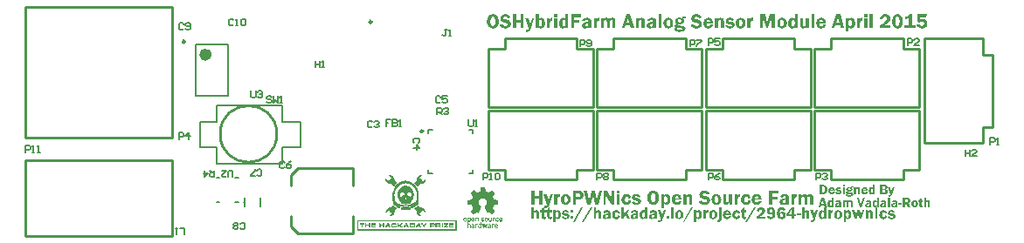
<source format=gto>
G04 Layer_Color=65535*
%FSLAX23Y23*%
%MOIN*%
G70*
G01*
G75*
%ADD26C,0.010*%
%ADD38C,0.024*%
%ADD39C,0.010*%
%ADD40C,0.010*%
%ADD41C,0.004*%
%ADD42C,0.008*%
%ADD43C,0.005*%
G36*
X2942Y160D02*
X2942Y160D01*
Y148D01*
X2942D01*
X2941Y148D01*
X2940Y148D01*
X2939Y148D01*
X2939Y148D01*
X2938Y148D01*
X2937Y147D01*
X2937Y147D01*
X2936Y147D01*
X2936Y147D01*
X2936Y146D01*
X2935Y146D01*
X2935Y145D01*
X2934Y144D01*
X2934Y143D01*
X2934Y143D01*
X2933Y143D01*
X2933Y142D01*
X2933Y141D01*
X2933Y140D01*
X2933Y139D01*
X2933Y138D01*
X2932Y136D01*
Y120D01*
X2921D01*
Y159D01*
X2932D01*
Y152D01*
X2932Y152D01*
X2932Y153D01*
X2932Y153D01*
X2933Y154D01*
X2933Y154D01*
X2934Y156D01*
X2935Y157D01*
X2936Y158D01*
X2936Y159D01*
X2937Y159D01*
X2938Y160D01*
X2939Y160D01*
X2940Y160D01*
X2941D01*
X2942Y160D01*
D02*
G37*
G36*
X1971Y120D02*
X1959D01*
Y142D01*
X1942D01*
Y120D01*
X1930D01*
Y173D01*
X1942D01*
Y152D01*
X1959D01*
Y173D01*
X1971D01*
Y120D01*
D02*
G37*
G36*
X2532Y160D02*
X2532D01*
X2533Y160D01*
X2534Y159D01*
X2535Y159D01*
X2537Y159D01*
X2538Y158D01*
X2540Y157D01*
X2540Y157D01*
X2540Y156D01*
X2540Y156D01*
X2541Y156D01*
X2541Y155D01*
X2541Y155D01*
X2542Y154D01*
X2542Y153D01*
X2542Y153D01*
X2542Y152D01*
X2543Y151D01*
X2543Y149D01*
X2543Y148D01*
X2543Y147D01*
Y145D01*
Y120D01*
X2532D01*
Y142D01*
Y142D01*
Y142D01*
Y143D01*
Y143D01*
Y144D01*
X2532Y145D01*
X2531Y146D01*
X2531Y147D01*
X2531Y147D01*
Y147D01*
X2531Y148D01*
X2531Y148D01*
X2531Y148D01*
X2531Y149D01*
X2530Y150D01*
X2530Y150D01*
X2530Y150D01*
X2529Y150D01*
X2529Y150D01*
X2529Y151D01*
X2528Y151D01*
X2527Y151D01*
X2527Y151D01*
X2527D01*
X2526Y151D01*
X2526Y151D01*
X2525Y150D01*
X2524Y150D01*
X2524Y150D01*
X2523Y149D01*
X2523Y149D01*
X2522Y148D01*
X2522Y147D01*
X2521Y146D01*
X2521Y145D01*
X2521Y143D01*
X2521Y142D01*
Y120D01*
X2509D01*
Y159D01*
X2520D01*
Y153D01*
X2520Y153D01*
X2520Y153D01*
X2520Y153D01*
X2521Y154D01*
X2522Y155D01*
X2522Y156D01*
X2523Y157D01*
X2524Y158D01*
X2525Y158D01*
X2525Y159D01*
X2526Y159D01*
X2526Y159D01*
X2527Y159D01*
X2528Y159D01*
X2529Y160D01*
X2530Y160D01*
X2531Y160D01*
X2531D01*
X2532Y160D01*
D02*
G37*
G36*
X2331D02*
X2332Y160D01*
X2333Y160D01*
X2335Y159D01*
X2336Y159D01*
X2338Y158D01*
X2340Y157D01*
X2340D01*
X2340Y157D01*
X2340Y157D01*
X2341Y156D01*
X2342Y155D01*
X2343Y154D01*
X2344Y153D01*
X2344Y151D01*
X2345Y150D01*
X2337Y147D01*
Y147D01*
X2337Y148D01*
X2337Y148D01*
X2337Y148D01*
X2336Y149D01*
X2335Y150D01*
X2334Y151D01*
X2334Y151D01*
X2333Y152D01*
X2332Y152D01*
X2331Y152D01*
X2330Y153D01*
X2329Y153D01*
X2329D01*
X2328Y153D01*
X2327Y153D01*
X2326Y152D01*
X2325Y152D01*
X2324Y151D01*
X2324Y151D01*
X2324Y150D01*
X2324Y150D01*
X2323Y149D01*
Y149D01*
Y149D01*
X2324Y149D01*
X2324Y148D01*
X2324Y148D01*
X2324Y147D01*
X2324Y147D01*
X2325D01*
X2325Y147D01*
X2325Y147D01*
X2326Y146D01*
X2326Y146D01*
X2327Y146D01*
X2329Y146D01*
X2330Y145D01*
X2330D01*
X2331Y145D01*
X2331Y145D01*
X2332Y145D01*
X2332Y145D01*
X2334Y145D01*
X2335Y145D01*
X2337Y144D01*
X2339Y144D01*
X2340Y143D01*
X2340Y143D01*
X2340Y143D01*
X2341Y143D01*
X2342Y142D01*
X2343Y142D01*
X2343Y141D01*
X2344Y140D01*
X2345Y140D01*
X2345Y139D01*
X2345Y139D01*
X2346Y138D01*
X2346Y138D01*
X2346Y137D01*
X2347Y136D01*
X2347Y134D01*
X2347Y133D01*
Y133D01*
Y132D01*
Y132D01*
X2347Y132D01*
X2347Y131D01*
X2347Y131D01*
X2346Y129D01*
X2346Y128D01*
X2345Y126D01*
X2344Y125D01*
X2344Y124D01*
X2343Y124D01*
X2342Y123D01*
X2342D01*
X2342Y123D01*
X2342Y123D01*
X2341Y122D01*
X2341Y122D01*
X2340Y122D01*
X2340Y121D01*
X2339Y121D01*
X2338Y121D01*
X2337Y120D01*
X2336Y120D01*
X2335Y120D01*
X2334Y119D01*
X2332Y119D01*
X2331Y119D01*
X2330Y119D01*
X2329D01*
X2328Y119D01*
X2327Y119D01*
X2326Y119D01*
X2325Y120D01*
X2323Y120D01*
X2322Y121D01*
X2320Y121D01*
X2319Y122D01*
X2317Y123D01*
X2316Y124D01*
X2314Y125D01*
X2313Y127D01*
X2312Y129D01*
X2312Y131D01*
X2321Y132D01*
Y132D01*
X2321Y132D01*
X2322Y132D01*
X2322Y131D01*
X2322Y130D01*
X2322Y130D01*
X2323Y130D01*
X2323Y129D01*
X2324Y129D01*
X2325Y128D01*
X2326Y128D01*
X2326Y127D01*
X2328Y127D01*
X2329Y127D01*
X2330Y127D01*
X2331D01*
X2331Y127D01*
X2332Y127D01*
X2332Y127D01*
X2333Y127D01*
X2334Y128D01*
X2335Y128D01*
X2335Y128D01*
X2335Y128D01*
X2336Y128D01*
X2336Y129D01*
X2336Y129D01*
X2337Y129D01*
X2337Y130D01*
X2337Y131D01*
Y131D01*
X2337Y131D01*
X2337Y131D01*
X2336Y132D01*
X2336Y133D01*
X2335Y133D01*
X2334Y133D01*
X2334Y134D01*
X2333Y134D01*
X2332Y134D01*
X2332D01*
X2332Y134D01*
X2331Y134D01*
X2331Y134D01*
X2330Y134D01*
X2329Y134D01*
X2327Y135D01*
X2326Y135D01*
X2323Y136D01*
X2321Y136D01*
X2320Y137D01*
X2319Y137D01*
X2318Y138D01*
X2317Y138D01*
X2317Y139D01*
X2316Y139D01*
X2316Y140D01*
X2315Y141D01*
X2314Y142D01*
X2314Y143D01*
X2313Y145D01*
X2313Y146D01*
X2313Y147D01*
Y147D01*
Y147D01*
Y148D01*
X2313Y148D01*
X2313Y148D01*
X2313Y149D01*
X2314Y150D01*
X2314Y152D01*
X2315Y153D01*
X2316Y154D01*
X2316Y155D01*
X2317Y156D01*
X2318Y156D01*
X2318Y156D01*
X2318Y156D01*
X2318Y157D01*
X2318Y157D01*
X2319Y157D01*
X2319Y157D01*
X2320Y158D01*
X2321Y158D01*
X2321Y158D01*
X2322Y159D01*
X2323Y159D01*
X2324Y159D01*
X2326Y160D01*
X2327Y160D01*
X2328Y160D01*
X2331D01*
X2331Y160D01*
D02*
G37*
G36*
X2036Y160D02*
X2037Y160D01*
Y148D01*
X2037D01*
X2036Y148D01*
X2035Y148D01*
X2034Y148D01*
X2033Y148D01*
X2032Y148D01*
X2032Y147D01*
X2032Y147D01*
X2031Y147D01*
X2031Y147D01*
X2031Y146D01*
X2030Y146D01*
X2029Y145D01*
X2029Y144D01*
X2028Y143D01*
X2028Y143D01*
X2028Y143D01*
X2028Y142D01*
X2028Y141D01*
X2028Y140D01*
X2027Y139D01*
X2027Y138D01*
X2027Y136D01*
Y120D01*
X2016D01*
Y159D01*
X2027D01*
Y152D01*
X2027Y152D01*
X2027Y153D01*
X2027Y153D01*
X2027Y154D01*
X2028Y154D01*
X2029Y156D01*
X2030Y157D01*
X2030Y158D01*
X2031Y159D01*
X2032Y159D01*
X2033Y160D01*
X2034Y160D01*
X2035Y160D01*
X2036D01*
X2036Y160D01*
D02*
G37*
G36*
X2724D02*
X2725Y160D01*
Y148D01*
X2724D01*
X2724Y148D01*
X2723Y148D01*
X2722Y148D01*
X2721Y148D01*
X2720Y148D01*
X2719Y147D01*
X2719Y147D01*
X2719Y147D01*
X2719Y147D01*
X2718Y146D01*
X2718Y146D01*
X2717Y145D01*
X2717Y144D01*
X2716Y143D01*
X2716Y143D01*
X2716Y143D01*
X2716Y142D01*
X2716Y141D01*
X2715Y140D01*
X2715Y139D01*
X2715Y138D01*
X2715Y136D01*
Y120D01*
X2704D01*
Y159D01*
X2715D01*
Y152D01*
X2715Y152D01*
X2715Y153D01*
X2715Y153D01*
X2715Y154D01*
X2716Y154D01*
X2716Y156D01*
X2718Y157D01*
X2718Y158D01*
X2719Y159D01*
X2720Y159D01*
X2721Y160D01*
X2722Y160D01*
X2723Y160D01*
X2723D01*
X2724Y160D01*
D02*
G37*
G36*
X2994Y160D02*
X2995Y160D01*
X2996Y159D01*
X2997Y159D01*
X2998Y159D01*
X2999Y158D01*
X3000Y158D01*
X3000Y158D01*
X3000Y158D01*
X3001Y157D01*
X3002Y156D01*
X3002Y156D01*
X3003Y155D01*
X3003Y154D01*
X3004Y154D01*
X3004Y154D01*
X3004Y153D01*
X3004Y152D01*
X3004Y151D01*
X3005Y149D01*
X3005Y148D01*
Y147D01*
X3005Y146D01*
Y145D01*
Y120D01*
X2993D01*
Y142D01*
Y142D01*
Y142D01*
Y142D01*
Y142D01*
Y143D01*
Y144D01*
X2993Y145D01*
X2993Y146D01*
X2993Y147D01*
X2993Y147D01*
Y148D01*
X2993Y148D01*
X2993Y148D01*
X2993Y148D01*
X2992Y149D01*
X2992Y149D01*
X2991Y150D01*
X2991Y150D01*
X2991Y150D01*
X2991Y150D01*
X2991Y150D01*
X2990Y150D01*
X2990Y151D01*
X2989Y151D01*
X2988D01*
X2988Y151D01*
X2987Y151D01*
X2986Y150D01*
X2986Y150D01*
X2985Y150D01*
X2984Y149D01*
X2984Y149D01*
X2984Y149D01*
X2984Y149D01*
X2983Y148D01*
X2983Y147D01*
X2983Y147D01*
X2983Y146D01*
X2983Y145D01*
X2983Y145D01*
X2983Y144D01*
X2982Y143D01*
Y142D01*
Y120D01*
X2971D01*
Y142D01*
Y142D01*
Y142D01*
Y142D01*
Y142D01*
Y143D01*
X2971Y144D01*
Y145D01*
X2971Y146D01*
X2971Y147D01*
X2970Y148D01*
Y148D01*
X2970Y148D01*
X2970Y148D01*
X2970Y148D01*
X2970Y149D01*
X2969Y150D01*
X2969Y150D01*
X2969Y150D01*
X2968Y150D01*
X2968Y150D01*
X2968Y150D01*
X2967Y151D01*
X2967Y151D01*
X2965D01*
X2965Y151D01*
X2964Y150D01*
X2963Y150D01*
X2963Y150D01*
X2962Y149D01*
X2961Y149D01*
X2961Y149D01*
X2961Y148D01*
X2961Y148D01*
X2961Y147D01*
X2960Y146D01*
X2960Y145D01*
X2960Y143D01*
X2960Y142D01*
Y120D01*
X2949D01*
Y159D01*
X2960D01*
Y153D01*
X2960Y153D01*
X2960Y154D01*
X2960Y154D01*
X2961Y155D01*
X2961Y155D01*
X2962Y156D01*
X2962Y156D01*
X2963Y157D01*
X2964Y158D01*
X2965Y158D01*
X2966Y159D01*
X2967Y159D01*
X2968Y160D01*
X2969Y160D01*
X2971Y160D01*
X2971D01*
X2971Y160D01*
X2972D01*
X2972Y160D01*
X2973Y160D01*
X2975Y159D01*
X2976Y159D01*
X2977Y158D01*
X2977Y158D01*
X2978Y157D01*
X2979Y156D01*
X2980Y155D01*
X2981Y154D01*
X2981Y153D01*
Y153D01*
X2982Y153D01*
X2982Y154D01*
X2982Y154D01*
X2982Y155D01*
X2983Y155D01*
X2983Y156D01*
X2984Y156D01*
X2985Y157D01*
X2986Y158D01*
X2987Y158D01*
X2988Y159D01*
X2989Y159D01*
X2990Y160D01*
X2991Y160D01*
X2993Y160D01*
X2993D01*
X2994Y160D01*
D02*
G37*
G36*
X2095Y54D02*
X2088D01*
X2119Y109D01*
X2126D01*
X2095Y54D01*
D02*
G37*
G36*
X2130D02*
X2123D01*
X2155Y109D01*
X2161D01*
X2130Y54D01*
D02*
G37*
G36*
X2513D02*
X2507D01*
X2538Y109D01*
X2545D01*
X2513Y54D01*
D02*
G37*
G36*
X2446Y160D02*
X2446Y160D01*
X2447Y160D01*
X2449Y159D01*
X2450Y159D01*
X2451Y158D01*
X2452Y158D01*
X2453Y157D01*
X2454Y156D01*
X2455Y156D01*
X2455Y155D01*
X2455Y155D01*
X2455Y154D01*
X2456Y154D01*
X2456Y154D01*
X2456Y153D01*
X2457Y153D01*
X2457Y152D01*
X2457Y151D01*
X2458Y150D01*
X2458Y149D01*
X2458Y148D01*
X2459Y146D01*
X2459Y145D01*
X2459Y143D01*
X2459Y142D01*
X2459Y140D01*
Y140D01*
Y140D01*
Y139D01*
X2459Y138D01*
Y137D01*
X2459Y136D01*
X2459Y135D01*
X2459Y134D01*
X2458Y132D01*
X2458Y129D01*
X2457Y128D01*
X2457Y126D01*
X2456Y125D01*
X2455Y124D01*
X2455Y124D01*
X2455Y124D01*
X2455Y124D01*
X2454Y123D01*
X2454Y123D01*
X2454Y123D01*
X2452Y122D01*
X2451Y121D01*
X2449Y120D01*
X2448Y120D01*
X2447Y119D01*
X2446Y119D01*
X2445Y119D01*
X2444D01*
X2443Y119D01*
X2443Y119D01*
X2442Y119D01*
X2441Y120D01*
X2439Y120D01*
X2439Y121D01*
X2438Y121D01*
X2437Y122D01*
X2436Y123D01*
X2436Y123D01*
X2435Y124D01*
Y107D01*
X2424D01*
Y159D01*
X2435D01*
Y153D01*
X2435Y154D01*
X2435Y154D01*
X2435Y154D01*
X2436Y155D01*
X2436Y156D01*
X2437Y157D01*
X2438Y157D01*
X2438Y158D01*
X2439Y158D01*
X2440Y159D01*
X2441Y159D01*
X2442Y160D01*
X2444Y160D01*
X2445Y160D01*
X2445D01*
X2446Y160D01*
D02*
G37*
G36*
X2591Y174D02*
X2592Y173D01*
X2593Y173D01*
X2595Y173D01*
X2596Y173D01*
X2598Y172D01*
X2600Y171D01*
X2601Y171D01*
X2603Y170D01*
X2605Y168D01*
X2606Y167D01*
X2607Y165D01*
X2609Y163D01*
X2610Y161D01*
X2599Y158D01*
Y158D01*
X2599Y158D01*
X2599Y158D01*
X2599Y159D01*
X2598Y160D01*
X2597Y161D01*
X2597Y161D01*
X2596Y162D01*
X2595Y162D01*
X2594Y163D01*
X2593Y163D01*
X2592Y164D01*
X2591Y164D01*
X2590Y164D01*
X2589D01*
X2589Y164D01*
X2588Y164D01*
X2588Y164D01*
X2586Y163D01*
X2585Y163D01*
X2584Y162D01*
X2584Y162D01*
X2583Y161D01*
X2583Y161D01*
X2583Y160D01*
X2583Y159D01*
Y159D01*
Y159D01*
X2583Y158D01*
X2583Y158D01*
X2583Y158D01*
X2583Y157D01*
X2584Y156D01*
X2584Y156D01*
X2584Y156D01*
X2584Y156D01*
X2585Y155D01*
X2585Y155D01*
X2586Y155D01*
X2587Y154D01*
X2589Y154D01*
X2590Y154D01*
X2590D01*
X2591Y154D01*
X2591Y153D01*
X2592Y153D01*
X2592Y153D01*
X2593Y153D01*
X2595Y153D01*
X2597Y152D01*
X2599Y152D01*
X2600Y151D01*
X2601Y151D01*
X2602Y150D01*
X2602D01*
X2602Y150D01*
X2603Y150D01*
X2603Y150D01*
X2604Y149D01*
X2605Y148D01*
X2606Y147D01*
X2607Y146D01*
X2608Y145D01*
X2608Y145D01*
X2609Y144D01*
X2609Y143D01*
X2610Y142D01*
X2610Y141D01*
X2611Y140D01*
X2611Y138D01*
X2611Y137D01*
Y137D01*
Y136D01*
Y136D01*
X2611Y136D01*
X2611Y135D01*
X2611Y134D01*
X2611Y133D01*
X2610Y132D01*
X2610Y131D01*
X2609Y130D01*
X2609Y128D01*
X2608Y127D01*
X2607Y126D01*
X2606Y125D01*
X2605Y124D01*
X2605Y124D01*
X2605Y124D01*
X2605Y124D01*
X2604Y123D01*
X2604Y123D01*
X2603Y123D01*
X2602Y122D01*
X2601Y122D01*
X2600Y121D01*
X2599Y121D01*
X2598Y120D01*
X2596Y120D01*
X2595Y120D01*
X2593Y119D01*
X2591Y119D01*
X2589Y119D01*
X2588D01*
X2588Y119D01*
X2587D01*
X2586Y119D01*
X2585Y119D01*
X2584Y120D01*
X2582Y120D01*
X2580Y121D01*
X2577Y122D01*
X2576Y122D01*
X2575Y123D01*
X2575Y123D01*
X2575Y123D01*
X2575Y123D01*
X2574Y123D01*
X2574Y124D01*
X2573Y124D01*
X2573Y125D01*
X2572Y126D01*
X2571Y126D01*
X2571Y127D01*
X2570Y128D01*
X2570Y129D01*
X2569Y130D01*
X2569Y131D01*
X2568Y132D01*
X2568Y134D01*
X2579Y136D01*
Y136D01*
X2579Y136D01*
X2579Y136D01*
X2580Y135D01*
X2580Y135D01*
X2580Y134D01*
X2581Y133D01*
X2581Y133D01*
X2582Y132D01*
X2583Y131D01*
X2584Y131D01*
X2585Y130D01*
X2586Y130D01*
X2587Y129D01*
X2588Y129D01*
X2590Y129D01*
X2591D01*
X2591Y129D01*
X2592Y129D01*
X2593Y129D01*
X2594Y130D01*
X2595Y130D01*
X2596Y131D01*
X2596Y131D01*
X2597Y131D01*
X2597Y131D01*
X2597Y132D01*
X2598Y132D01*
X2598Y133D01*
X2598Y134D01*
X2598Y135D01*
Y135D01*
Y135D01*
X2598Y135D01*
X2598Y136D01*
X2598Y136D01*
X2598Y137D01*
X2597Y138D01*
X2597Y138D01*
X2596Y138D01*
X2596Y138D01*
X2596Y139D01*
X2595Y139D01*
X2594Y139D01*
X2593Y140D01*
X2591Y140D01*
X2589Y141D01*
X2589D01*
X2589Y141D01*
X2588Y141D01*
X2588Y141D01*
X2587Y141D01*
X2586Y141D01*
X2585Y142D01*
X2584Y142D01*
X2581Y143D01*
X2579Y144D01*
X2578Y144D01*
X2577Y145D01*
X2576Y146D01*
X2575Y146D01*
X2575Y146D01*
X2575Y146D01*
X2574Y147D01*
X2574Y147D01*
X2574Y147D01*
X2573Y148D01*
X2573Y149D01*
X2572Y150D01*
X2571Y152D01*
X2571Y154D01*
X2571Y156D01*
X2570Y157D01*
Y157D01*
Y157D01*
Y158D01*
X2571Y158D01*
X2571Y159D01*
X2571Y159D01*
X2571Y160D01*
X2571Y161D01*
X2572Y163D01*
X2572Y164D01*
X2573Y165D01*
X2573Y166D01*
X2574Y167D01*
X2575Y168D01*
X2576Y169D01*
X2576Y169D01*
X2576Y169D01*
X2576Y169D01*
X2576Y169D01*
X2577Y170D01*
X2578Y170D01*
X2578Y171D01*
X2579Y171D01*
X2580Y172D01*
X2581Y172D01*
X2582Y172D01*
X2584Y173D01*
X2585Y173D01*
X2586Y173D01*
X2588Y174D01*
X2590Y174D01*
X2590D01*
X2591Y174D01*
D02*
G37*
G36*
X2266Y162D02*
X2254D01*
Y174D01*
X2266D01*
Y162D01*
D02*
G37*
G36*
X2109Y173D02*
X2110D01*
X2111Y173D01*
X2113Y173D01*
X2115Y172D01*
X2117Y172D01*
X2118Y171D01*
X2118D01*
X2118Y171D01*
X2119Y171D01*
X2119Y171D01*
X2120Y170D01*
X2121Y169D01*
X2123Y168D01*
X2124Y167D01*
X2125Y166D01*
Y166D01*
X2125Y166D01*
X2125Y166D01*
X2125Y165D01*
X2126Y165D01*
X2126Y163D01*
X2127Y162D01*
X2127Y160D01*
X2128Y159D01*
X2128Y157D01*
Y157D01*
Y156D01*
Y156D01*
X2128Y155D01*
X2128Y154D01*
X2127Y153D01*
X2127Y152D01*
X2127Y150D01*
X2126Y149D01*
X2126Y149D01*
X2126Y148D01*
X2125Y148D01*
X2125Y147D01*
X2124Y146D01*
X2124Y145D01*
X2123Y144D01*
X2122Y143D01*
X2122Y143D01*
X2121Y143D01*
X2121Y142D01*
X2120Y142D01*
X2119Y141D01*
X2118Y141D01*
X2117Y141D01*
X2116Y140D01*
X2116D01*
X2116Y140D01*
X2115Y140D01*
X2114Y140D01*
X2113Y140D01*
X2112Y140D01*
X2110Y140D01*
X2099D01*
Y120D01*
X2087D01*
Y173D01*
X2109D01*
X2109Y173D01*
D02*
G37*
G36*
X2266Y120D02*
X2254D01*
Y159D01*
X2266D01*
Y120D01*
D02*
G37*
G36*
X2872Y162D02*
X2848D01*
Y151D01*
X2867D01*
Y141D01*
X2848D01*
Y120D01*
X2835D01*
Y173D01*
X2872D01*
Y162D01*
D02*
G37*
G36*
X2485Y160D02*
X2485Y160D01*
X2486Y160D01*
X2487Y159D01*
X2488Y159D01*
X2490Y159D01*
X2491Y158D01*
X2492Y158D01*
X2493Y157D01*
X2494Y156D01*
X2496Y155D01*
X2497Y155D01*
X2497Y154D01*
X2497Y154D01*
X2497Y154D01*
X2497Y154D01*
X2498Y153D01*
X2498Y152D01*
X2499Y151D01*
X2499Y150D01*
X2500Y149D01*
X2500Y148D01*
X2501Y147D01*
X2501Y145D01*
X2501Y143D01*
X2502Y142D01*
X2502Y140D01*
X2502Y138D01*
X2477D01*
Y137D01*
Y137D01*
Y137D01*
Y136D01*
Y136D01*
Y136D01*
Y136D01*
Y135D01*
X2477Y134D01*
X2477Y133D01*
X2477Y132D01*
X2478Y131D01*
X2478Y130D01*
X2479Y129D01*
X2479Y129D01*
X2479Y129D01*
X2480Y129D01*
X2480Y128D01*
X2481Y128D01*
X2482Y128D01*
X2483Y127D01*
X2484Y127D01*
X2484D01*
X2485Y127D01*
X2485D01*
X2486Y128D01*
X2487Y128D01*
X2488Y128D01*
X2488Y129D01*
X2489Y129D01*
X2490Y130D01*
X2490Y131D01*
X2491Y131D01*
X2491Y132D01*
X2491Y133D01*
X2502Y133D01*
X2502Y132D01*
X2501Y132D01*
X2501Y131D01*
X2501Y131D01*
X2500Y129D01*
X2500Y128D01*
X2499Y127D01*
X2498Y126D01*
X2497Y125D01*
X2495Y123D01*
X2494Y122D01*
X2492Y121D01*
X2491Y120D01*
X2488Y120D01*
X2486Y119D01*
X2484Y119D01*
X2483D01*
X2482Y119D01*
X2482Y119D01*
X2480Y119D01*
X2479Y120D01*
X2477Y120D01*
X2476Y121D01*
X2474Y121D01*
X2474D01*
X2474Y122D01*
X2473Y122D01*
X2472Y122D01*
X2472Y123D01*
X2470Y124D01*
X2469Y125D01*
X2468Y127D01*
X2467Y128D01*
Y128D01*
X2467Y128D01*
X2467Y129D01*
X2467Y129D01*
X2467Y130D01*
X2466Y130D01*
X2466Y131D01*
X2465Y133D01*
X2465Y135D01*
X2465Y137D01*
X2465Y139D01*
Y139D01*
Y139D01*
Y140D01*
X2465Y141D01*
X2465Y141D01*
X2465Y142D01*
X2465Y143D01*
X2465Y144D01*
X2466Y147D01*
X2466Y148D01*
X2467Y149D01*
X2467Y151D01*
X2468Y152D01*
X2469Y153D01*
X2470Y154D01*
X2470Y154D01*
X2470Y154D01*
X2470Y155D01*
X2471Y155D01*
X2471Y155D01*
X2472Y156D01*
X2473Y156D01*
X2474Y157D01*
X2474Y158D01*
X2475Y158D01*
X2477Y159D01*
X2478Y159D01*
X2479Y159D01*
X2481Y160D01*
X2482Y160D01*
X2484Y160D01*
X2484D01*
X2485Y160D01*
D02*
G37*
G36*
X2636D02*
X2637Y160D01*
X2638Y160D01*
X2639Y159D01*
X2640Y159D01*
X2641Y159D01*
X2642Y158D01*
X2643Y158D01*
X2644Y157D01*
X2645Y157D01*
X2647Y156D01*
X2648Y155D01*
X2649Y154D01*
X2649Y154D01*
X2649Y154D01*
X2649Y153D01*
X2649Y153D01*
X2650Y152D01*
X2650Y152D01*
X2651Y151D01*
X2651Y150D01*
X2652Y149D01*
X2652Y148D01*
X2653Y147D01*
X2653Y145D01*
X2653Y144D01*
X2653Y143D01*
X2654Y141D01*
X2654Y139D01*
Y139D01*
Y139D01*
Y139D01*
X2654Y138D01*
X2654Y137D01*
X2653Y136D01*
X2653Y135D01*
X2653Y134D01*
X2652Y132D01*
X2652Y131D01*
X2651Y130D01*
X2651Y128D01*
X2650Y127D01*
X2649Y126D01*
X2648Y125D01*
X2648Y125D01*
X2648Y125D01*
X2648Y124D01*
X2648Y124D01*
X2647Y124D01*
X2646Y123D01*
X2646Y123D01*
X2645Y122D01*
X2644Y121D01*
X2643Y121D01*
X2642Y120D01*
X2640Y120D01*
X2639Y120D01*
X2638Y119D01*
X2636Y119D01*
X2635Y119D01*
X2634D01*
X2633Y119D01*
X2633Y119D01*
X2632Y119D01*
X2631Y120D01*
X2630Y120D01*
X2628Y121D01*
X2627Y121D01*
X2625Y122D01*
X2624Y122D01*
X2623Y123D01*
X2622Y124D01*
X2621Y125D01*
X2621Y125D01*
X2621Y125D01*
X2621Y125D01*
X2621Y126D01*
X2620Y126D01*
X2620Y127D01*
X2619Y128D01*
X2619Y129D01*
X2618Y130D01*
X2618Y131D01*
X2617Y132D01*
X2617Y133D01*
X2617Y135D01*
X2617Y136D01*
X2616Y138D01*
X2616Y140D01*
Y140D01*
Y140D01*
Y140D01*
Y141D01*
X2616Y141D01*
Y142D01*
X2617Y143D01*
X2617Y145D01*
X2617Y147D01*
X2618Y148D01*
X2619Y150D01*
Y150D01*
X2619Y150D01*
X2619Y151D01*
X2619Y151D01*
X2619Y152D01*
X2620Y153D01*
X2621Y154D01*
X2622Y155D01*
X2623Y156D01*
X2625Y157D01*
X2625D01*
X2625Y157D01*
X2625Y157D01*
X2625Y158D01*
X2626Y158D01*
X2627Y159D01*
X2629Y159D01*
X2631Y159D01*
X2633Y160D01*
X2635Y160D01*
X2636D01*
X2636Y160D01*
D02*
G37*
G36*
X2790D02*
X2791Y160D01*
X2791Y160D01*
X2792Y159D01*
X2793Y159D01*
X2795Y159D01*
X2796Y158D01*
X2797Y158D01*
X2799Y157D01*
X2800Y156D01*
X2801Y155D01*
X2802Y155D01*
X2802Y154D01*
X2802Y154D01*
X2802Y154D01*
X2803Y154D01*
X2803Y153D01*
X2804Y152D01*
X2804Y151D01*
X2805Y150D01*
X2805Y149D01*
X2805Y148D01*
X2806Y147D01*
X2806Y145D01*
X2807Y143D01*
X2807Y142D01*
X2807Y140D01*
X2807Y138D01*
X2782D01*
Y137D01*
Y137D01*
Y137D01*
Y136D01*
Y136D01*
Y136D01*
Y136D01*
Y135D01*
X2782Y134D01*
X2782Y133D01*
X2782Y132D01*
X2783Y131D01*
X2783Y130D01*
X2784Y129D01*
X2784Y129D01*
X2785Y129D01*
X2785Y129D01*
X2786Y128D01*
X2786Y128D01*
X2787Y128D01*
X2788Y127D01*
X2789Y127D01*
X2790D01*
X2790Y127D01*
X2790D01*
X2791Y128D01*
X2793Y128D01*
X2793Y128D01*
X2794Y129D01*
X2794Y129D01*
X2795Y130D01*
X2795Y131D01*
X2796Y131D01*
X2796Y132D01*
X2796Y133D01*
X2807Y133D01*
X2807Y132D01*
X2807Y132D01*
X2806Y131D01*
X2806Y131D01*
X2806Y129D01*
X2805Y128D01*
X2804Y127D01*
X2803Y126D01*
X2802Y125D01*
X2801Y123D01*
X2799Y122D01*
X2798Y121D01*
X2796Y120D01*
X2794Y120D01*
X2792Y119D01*
X2789Y119D01*
X2788D01*
X2788Y119D01*
X2787Y119D01*
X2786Y119D01*
X2784Y120D01*
X2782Y120D01*
X2781Y121D01*
X2779Y121D01*
X2779D01*
X2779Y122D01*
X2778Y122D01*
X2778Y122D01*
X2777Y123D01*
X2776Y124D01*
X2775Y125D01*
X2773Y127D01*
X2772Y128D01*
Y128D01*
X2772Y128D01*
X2772Y129D01*
X2772Y129D01*
X2772Y130D01*
X2772Y130D01*
X2771Y131D01*
X2771Y133D01*
X2770Y135D01*
X2770Y137D01*
X2770Y139D01*
Y139D01*
Y139D01*
Y140D01*
X2770Y141D01*
X2770Y141D01*
X2770Y142D01*
X2770Y143D01*
X2770Y144D01*
X2771Y147D01*
X2772Y148D01*
X2772Y149D01*
X2773Y151D01*
X2773Y152D01*
X2774Y153D01*
X2775Y154D01*
X2775Y154D01*
X2775Y154D01*
X2776Y155D01*
X2776Y155D01*
X2777Y155D01*
X2777Y156D01*
X2778Y156D01*
X2779Y157D01*
X2780Y158D01*
X2781Y158D01*
X2782Y159D01*
X2783Y159D01*
X2784Y159D01*
X2786Y160D01*
X2787Y160D01*
X2789Y160D01*
X2790D01*
X2790Y160D01*
D02*
G37*
G36*
X2897D02*
X2898D01*
X2899Y160D01*
X2900Y159D01*
X2902Y159D01*
X2903Y159D01*
X2903D01*
X2903Y159D01*
X2904Y158D01*
X2905Y158D01*
X2906Y158D01*
X2907Y157D01*
X2908Y157D01*
X2908Y156D01*
X2908Y156D01*
X2909Y156D01*
X2909Y155D01*
X2909Y155D01*
X2910Y154D01*
X2910Y154D01*
X2911Y153D01*
X2911Y152D01*
Y152D01*
X2911Y152D01*
X2911Y151D01*
X2911Y151D01*
X2912Y150D01*
X2912Y148D01*
X2912Y147D01*
Y145D01*
Y127D01*
Y127D01*
Y127D01*
Y127D01*
Y126D01*
Y125D01*
X2912Y124D01*
X2912Y123D01*
X2912Y122D01*
X2912Y121D01*
X2912Y120D01*
X2901D01*
Y120D01*
X2901Y120D01*
X2901Y121D01*
X2901Y122D01*
X2901Y122D01*
X2901Y123D01*
X2901Y125D01*
Y126D01*
X2901Y126D01*
X2900Y125D01*
X2900Y125D01*
X2899Y124D01*
X2898Y123D01*
X2897Y122D01*
X2896Y121D01*
X2895Y120D01*
X2895Y120D01*
X2894Y120D01*
X2894Y120D01*
X2893Y120D01*
X2892Y120D01*
X2891Y119D01*
X2890Y119D01*
X2888Y119D01*
X2888D01*
X2887Y119D01*
X2887D01*
X2886Y119D01*
X2885Y119D01*
X2884Y120D01*
X2882Y120D01*
X2881Y121D01*
X2879Y122D01*
X2879Y122D01*
X2879Y123D01*
X2878Y123D01*
X2878Y124D01*
X2877Y125D01*
X2876Y127D01*
X2876Y128D01*
X2876Y130D01*
Y130D01*
Y130D01*
Y131D01*
X2876Y131D01*
X2876Y132D01*
X2876Y133D01*
X2877Y135D01*
X2877Y136D01*
X2878Y137D01*
X2878Y137D01*
X2878Y137D01*
X2879Y138D01*
X2879Y139D01*
X2880Y139D01*
X2881Y140D01*
X2883Y141D01*
X2884Y142D01*
X2884D01*
X2884Y142D01*
X2885Y142D01*
X2885Y142D01*
X2886Y142D01*
X2886Y142D01*
X2887Y142D01*
X2888Y143D01*
X2889Y143D01*
X2890Y143D01*
X2891Y143D01*
X2893Y144D01*
X2894Y144D01*
X2896Y144D01*
X2898Y144D01*
X2900Y144D01*
Y147D01*
Y147D01*
Y147D01*
Y147D01*
X2900Y147D01*
X2900Y148D01*
X2899Y149D01*
X2899Y150D01*
X2899Y150D01*
X2898Y151D01*
X2898Y151D01*
X2897Y152D01*
X2896Y152D01*
X2895Y152D01*
X2894Y152D01*
X2894D01*
X2894Y152D01*
X2893Y152D01*
X2891Y152D01*
X2890Y151D01*
X2890Y150D01*
X2889Y150D01*
X2889Y149D01*
X2888Y148D01*
X2888Y148D01*
X2888Y147D01*
X2877Y148D01*
Y148D01*
X2877Y148D01*
X2877Y148D01*
X2877Y149D01*
X2878Y149D01*
X2878Y150D01*
X2878Y151D01*
X2879Y153D01*
X2880Y154D01*
X2881Y155D01*
X2882Y156D01*
X2882Y156D01*
X2883Y157D01*
X2883D01*
X2884Y157D01*
X2884Y157D01*
X2884Y157D01*
X2885Y158D01*
X2885Y158D01*
X2886Y158D01*
X2887Y158D01*
X2889Y159D01*
X2891Y159D01*
X2893Y160D01*
X2895Y160D01*
X2896D01*
X2897Y160D01*
D02*
G37*
G36*
X2244Y120D02*
X2234D01*
X2213Y156D01*
Y156D01*
Y155D01*
Y155D01*
Y154D01*
X2213Y154D01*
Y154D01*
Y154D01*
Y154D01*
X2213Y153D01*
Y153D01*
X2213Y152D01*
Y152D01*
Y120D01*
X2204D01*
Y173D01*
X2217D01*
X2235Y142D01*
Y142D01*
Y142D01*
X2235Y142D01*
Y143D01*
X2235Y144D01*
X2235Y145D01*
Y145D01*
Y173D01*
X2244D01*
Y120D01*
D02*
G37*
G36*
X2294Y160D02*
X2295Y160D01*
X2295Y160D01*
X2297Y159D01*
X2299Y159D01*
X2301Y158D01*
X2302Y158D01*
X2303Y157D01*
X2304Y156D01*
X2305Y156D01*
X2305Y155D01*
X2305Y155D01*
X2305Y155D01*
X2305Y155D01*
X2306Y154D01*
X2306Y154D01*
X2307Y153D01*
X2308Y151D01*
X2309Y149D01*
X2309Y147D01*
X2310Y146D01*
X2310Y145D01*
X2299Y144D01*
Y144D01*
Y145D01*
X2299Y145D01*
X2299Y145D01*
X2299Y146D01*
X2298Y148D01*
X2297Y149D01*
X2297Y150D01*
X2296Y150D01*
X2296Y151D01*
X2295Y151D01*
X2294Y151D01*
X2293Y151D01*
X2293D01*
X2292Y151D01*
X2292Y151D01*
X2291Y151D01*
X2291Y151D01*
X2290Y150D01*
X2290Y150D01*
X2289Y149D01*
X2288Y148D01*
X2288Y148D01*
X2287Y146D01*
X2287Y145D01*
X2286Y144D01*
X2286Y142D01*
X2286Y140D01*
Y140D01*
Y140D01*
Y139D01*
Y139D01*
X2286Y138D01*
Y138D01*
X2286Y136D01*
X2287Y134D01*
X2287Y133D01*
X2287Y132D01*
X2287Y132D01*
X2288Y131D01*
X2288Y131D01*
X2288Y130D01*
X2288Y130D01*
X2289Y130D01*
X2289Y130D01*
X2290Y129D01*
X2291Y129D01*
X2292Y129D01*
X2293Y129D01*
X2293D01*
X2293Y129D01*
X2294D01*
X2294Y129D01*
X2296Y129D01*
X2296Y130D01*
X2297Y130D01*
X2297Y131D01*
X2298Y131D01*
X2298Y132D01*
X2299Y133D01*
X2299Y134D01*
X2299Y135D01*
X2310Y135D01*
Y135D01*
Y134D01*
X2310Y134D01*
X2310Y133D01*
X2310Y133D01*
X2309Y132D01*
X2309Y131D01*
X2308Y129D01*
X2307Y127D01*
X2307Y126D01*
X2306Y125D01*
X2305Y124D01*
X2304Y123D01*
X2304Y123D01*
X2304Y123D01*
X2304Y123D01*
X2304Y123D01*
X2303Y122D01*
X2302Y122D01*
X2302Y122D01*
X2301Y121D01*
X2300Y121D01*
X2299Y120D01*
X2298Y120D01*
X2297Y120D01*
X2295Y119D01*
X2293Y119D01*
X2292Y119D01*
X2291D01*
X2291Y119D01*
X2290Y119D01*
X2289Y119D01*
X2288Y120D01*
X2287Y120D01*
X2285Y120D01*
X2284Y121D01*
X2283Y121D01*
X2282Y122D01*
X2280Y123D01*
X2279Y124D01*
X2278Y125D01*
X2278Y125D01*
X2278Y125D01*
X2278Y125D01*
X2278Y126D01*
X2277Y126D01*
X2277Y127D01*
X2276Y128D01*
X2276Y128D01*
X2275Y129D01*
X2275Y131D01*
X2274Y132D01*
X2274Y133D01*
X2274Y134D01*
X2273Y136D01*
X2273Y138D01*
X2273Y139D01*
Y139D01*
Y140D01*
Y140D01*
X2273Y141D01*
X2273Y142D01*
X2273Y142D01*
X2274Y143D01*
X2274Y145D01*
X2274Y147D01*
X2275Y148D01*
X2275Y149D01*
X2276Y151D01*
X2277Y152D01*
X2278Y153D01*
X2278Y154D01*
X2279Y154D01*
X2279Y154D01*
X2279Y155D01*
X2279Y155D01*
X2280Y155D01*
X2281Y156D01*
X2281Y156D01*
X2282Y157D01*
X2283Y158D01*
X2284Y158D01*
X2285Y159D01*
X2287Y159D01*
X2288Y159D01*
X2290Y160D01*
X2291Y160D01*
X2293Y160D01*
X2293D01*
X2294Y160D01*
D02*
G37*
G36*
X2750D02*
X2751Y160D01*
X2751Y160D01*
X2753Y159D01*
X2755Y159D01*
X2757Y158D01*
X2758Y158D01*
X2759Y157D01*
X2760Y156D01*
X2761Y156D01*
X2761Y155D01*
X2761Y155D01*
X2761Y155D01*
X2761Y155D01*
X2762Y154D01*
X2762Y154D01*
X2763Y153D01*
X2764Y151D01*
X2765Y149D01*
X2765Y147D01*
X2766Y146D01*
X2766Y145D01*
X2755Y144D01*
Y144D01*
Y145D01*
X2755Y145D01*
X2755Y145D01*
X2755Y146D01*
X2754Y148D01*
X2753Y149D01*
X2753Y150D01*
X2752Y150D01*
X2752Y151D01*
X2751Y151D01*
X2750Y151D01*
X2749Y151D01*
X2749D01*
X2748Y151D01*
X2748Y151D01*
X2747Y151D01*
X2747Y151D01*
X2746Y150D01*
X2746Y150D01*
X2745Y149D01*
X2744Y148D01*
X2744Y148D01*
X2743Y146D01*
X2743Y145D01*
X2743Y144D01*
X2742Y142D01*
X2742Y140D01*
Y140D01*
Y140D01*
Y139D01*
Y139D01*
X2742Y138D01*
Y138D01*
X2742Y136D01*
X2743Y134D01*
X2743Y133D01*
X2743Y132D01*
X2743Y132D01*
X2744Y131D01*
X2744Y131D01*
X2744Y130D01*
X2744Y130D01*
X2745Y130D01*
X2745Y130D01*
X2746Y129D01*
X2747Y129D01*
X2748Y129D01*
X2749Y129D01*
X2749D01*
X2749Y129D01*
X2750D01*
X2751Y129D01*
X2752Y129D01*
X2752Y130D01*
X2753Y130D01*
X2753Y131D01*
X2754Y131D01*
X2754Y132D01*
X2755Y133D01*
X2755Y134D01*
X2755Y135D01*
X2766Y135D01*
Y135D01*
Y134D01*
X2766Y134D01*
X2766Y133D01*
X2766Y133D01*
X2765Y132D01*
X2765Y131D01*
X2764Y129D01*
X2763Y127D01*
X2763Y126D01*
X2762Y125D01*
X2761Y124D01*
X2760Y123D01*
X2760Y123D01*
X2760Y123D01*
X2760Y123D01*
X2760Y123D01*
X2759Y122D01*
X2759Y122D01*
X2758Y122D01*
X2757Y121D01*
X2756Y121D01*
X2755Y120D01*
X2754Y120D01*
X2753Y120D01*
X2751Y119D01*
X2749Y119D01*
X2748Y119D01*
X2747D01*
X2747Y119D01*
X2746Y119D01*
X2745Y119D01*
X2744Y120D01*
X2743Y120D01*
X2741Y120D01*
X2740Y121D01*
X2739Y121D01*
X2738Y122D01*
X2737Y123D01*
X2735Y124D01*
X2734Y125D01*
X2734Y125D01*
X2734Y125D01*
X2734Y125D01*
X2734Y126D01*
X2733Y126D01*
X2733Y127D01*
X2732Y128D01*
X2732Y128D01*
X2731Y129D01*
X2731Y131D01*
X2730Y132D01*
X2730Y133D01*
X2730Y134D01*
X2730Y136D01*
X2729Y138D01*
X2729Y139D01*
Y139D01*
Y140D01*
Y140D01*
X2729Y141D01*
X2729Y142D01*
X2730Y142D01*
X2730Y143D01*
X2730Y145D01*
X2731Y147D01*
X2731Y148D01*
X2732Y149D01*
X2732Y151D01*
X2733Y152D01*
X2734Y153D01*
X2735Y154D01*
X2735Y154D01*
X2735Y154D01*
X2735Y155D01*
X2736Y155D01*
X2736Y155D01*
X2737Y156D01*
X2737Y156D01*
X2738Y157D01*
X2739Y158D01*
X2740Y158D01*
X2742Y159D01*
X2743Y159D01*
X2744Y159D01*
X2746Y160D01*
X2747Y160D01*
X2749Y160D01*
X2749D01*
X2750Y160D01*
D02*
G37*
G36*
X2694Y120D02*
X2684D01*
Y126D01*
X2684Y126D01*
X2683Y126D01*
X2683Y125D01*
X2683Y125D01*
X2682Y124D01*
X2682Y124D01*
X2681Y123D01*
X2680Y122D01*
X2680Y121D01*
X2679Y121D01*
X2678Y120D01*
X2676Y120D01*
X2675Y119D01*
X2674Y119D01*
X2672Y119D01*
X2671D01*
X2671Y119D01*
X2670Y119D01*
X2669Y120D01*
X2667Y120D01*
X2666Y120D01*
X2665Y121D01*
X2665Y121D01*
X2665Y121D01*
X2665Y121D01*
X2664Y122D01*
X2663Y123D01*
X2663Y123D01*
X2662Y124D01*
X2662Y125D01*
Y125D01*
X2662Y126D01*
X2662Y126D01*
X2661Y127D01*
X2661Y129D01*
X2661Y130D01*
X2661Y132D01*
X2661Y133D01*
Y159D01*
X2672D01*
Y133D01*
Y133D01*
Y133D01*
Y133D01*
X2672Y133D01*
X2672Y132D01*
X2673Y131D01*
X2673Y130D01*
X2674Y129D01*
X2674Y129D01*
X2675Y128D01*
X2676Y128D01*
X2676Y128D01*
X2677D01*
X2677Y128D01*
X2678Y128D01*
X2678Y129D01*
X2679Y129D01*
X2680Y129D01*
X2680Y129D01*
X2680Y130D01*
X2681Y130D01*
X2681Y130D01*
X2681Y130D01*
X2682Y131D01*
X2682Y132D01*
X2682Y132D01*
Y132D01*
X2682Y132D01*
X2683Y133D01*
X2683Y133D01*
X2683Y134D01*
X2683Y135D01*
X2683Y136D01*
Y137D01*
Y159D01*
X2694D01*
Y120D01*
D02*
G37*
G36*
X1999Y122D02*
Y121D01*
X1999Y121D01*
X1999Y121D01*
X1998Y121D01*
X1998Y120D01*
X1998Y119D01*
X1998Y118D01*
X1997Y117D01*
X1996Y115D01*
X1996Y114D01*
X1995Y113D01*
X1995Y113D01*
X1995Y112D01*
X1995Y112D01*
X1994Y111D01*
X1994Y110D01*
X1993Y110D01*
X1992Y109D01*
X1991Y108D01*
X1991Y108D01*
X1991Y108D01*
X1990Y108D01*
X1989Y107D01*
X1988Y107D01*
X1987Y107D01*
X1985Y106D01*
X1984Y106D01*
X1983D01*
X1982Y106D01*
X1981D01*
X1980Y107D01*
X1979Y107D01*
X1978Y107D01*
Y116D01*
X1978D01*
X1979Y116D01*
X1979Y116D01*
X1980Y115D01*
X1981Y115D01*
X1982Y115D01*
X1984Y115D01*
X1984D01*
X1985Y115D01*
X1985Y115D01*
X1986Y116D01*
X1987Y116D01*
X1988Y116D01*
X1988Y117D01*
X1988Y117D01*
X1988Y117D01*
X1989Y117D01*
X1989Y117D01*
X1989Y118D01*
X1989Y119D01*
X1990Y119D01*
X1990Y120D01*
X1976Y159D01*
X1988D01*
X1995Y136D01*
X2003Y159D01*
X2011D01*
X1999Y122D01*
D02*
G37*
G36*
X2185Y120D02*
X2173D01*
X2164Y155D01*
X2155Y120D01*
X2143D01*
X2130Y173D01*
X2142D01*
X2150Y141D01*
Y140D01*
X2150Y140D01*
Y140D01*
X2150Y140D01*
X2150Y139D01*
X2150Y139D01*
Y139D01*
X2150Y138D01*
X2150Y138D01*
X2151Y137D01*
X2159Y173D01*
X2171D01*
X2179Y137D01*
Y137D01*
X2180Y137D01*
Y138D01*
X2180Y138D01*
X2180Y138D01*
X2180Y139D01*
X2180Y140D01*
X2180Y141D01*
X2188Y173D01*
X2198D01*
X2185Y120D01*
D02*
G37*
G36*
X2753Y54D02*
X2746D01*
X2777Y109D01*
X2784D01*
X2753Y54D01*
D02*
G37*
G36*
X2472Y65D02*
X2462D01*
Y98D01*
X2472D01*
Y65D01*
D02*
G37*
G36*
X2806Y110D02*
X2807Y110D01*
X2808Y109D01*
X2808Y109D01*
X2809Y109D01*
X2811Y109D01*
X2812Y108D01*
X2813Y108D01*
X2814Y107D01*
X2815Y107D01*
X2816Y106D01*
X2817Y106D01*
X2817Y105D01*
X2817Y105D01*
X2817Y105D01*
X2817Y105D01*
X2818Y104D01*
X2818Y104D01*
X2819Y103D01*
X2819Y103D01*
X2820Y101D01*
X2820Y100D01*
X2821Y99D01*
X2821Y98D01*
X2821Y97D01*
X2821Y96D01*
Y96D01*
Y96D01*
Y95D01*
X2821Y95D01*
X2821Y94D01*
X2821Y94D01*
X2821Y93D01*
X2820Y92D01*
X2820Y91D01*
X2820Y90D01*
X2819Y89D01*
X2819Y88D01*
X2818Y87D01*
X2817Y86D01*
X2817Y85D01*
X2817Y85D01*
X2816Y85D01*
X2816Y85D01*
X2816Y84D01*
X2815Y84D01*
X2815Y83D01*
X2814Y83D01*
X2813Y82D01*
X2812Y81D01*
X2811Y80D01*
X2809Y80D01*
X2808Y78D01*
X2806Y77D01*
X2805Y76D01*
X2803Y75D01*
X2800Y74D01*
X2822D01*
X2821Y65D01*
X2788D01*
Y74D01*
X2788Y74D01*
X2788Y74D01*
X2789Y74D01*
X2789Y74D01*
X2790Y75D01*
X2791Y76D01*
X2792Y76D01*
X2793Y77D01*
X2793Y77D01*
X2794Y78D01*
X2794Y78D01*
X2795Y78D01*
X2795Y79D01*
X2796Y80D01*
X2797Y80D01*
X2798Y81D01*
X2800Y83D01*
X2802Y85D01*
X2804Y85D01*
X2805Y86D01*
X2805Y87D01*
X2806Y88D01*
X2806Y88D01*
X2807Y88D01*
X2807Y88D01*
X2807Y89D01*
X2808Y89D01*
X2808Y90D01*
X2809Y92D01*
X2810Y93D01*
X2810Y94D01*
X2810Y94D01*
X2810Y95D01*
X2810Y96D01*
Y96D01*
Y96D01*
X2810Y97D01*
X2810Y97D01*
X2810Y98D01*
X2810Y98D01*
X2809Y99D01*
X2809Y100D01*
X2809Y100D01*
X2809Y100D01*
X2808Y100D01*
X2808Y101D01*
X2807Y101D01*
X2806Y101D01*
X2805Y101D01*
X2804Y102D01*
X2804D01*
X2804Y101D01*
X2803Y101D01*
X2803Y101D01*
X2802Y101D01*
X2802Y101D01*
X2801Y100D01*
X2800Y100D01*
X2800Y99D01*
X2799Y99D01*
X2798Y98D01*
X2798Y97D01*
X2797Y96D01*
X2797Y95D01*
X2797Y93D01*
X2788Y95D01*
Y95D01*
X2788Y95D01*
Y95D01*
X2788Y96D01*
X2788Y96D01*
X2789Y97D01*
X2789Y99D01*
X2790Y100D01*
X2790Y101D01*
X2791Y102D01*
X2792Y104D01*
X2793Y105D01*
X2795Y106D01*
X2796Y107D01*
X2798Y108D01*
X2800Y109D01*
X2801Y109D01*
X2802Y110D01*
X2804Y110D01*
X2805Y110D01*
X2806D01*
X2806Y110D01*
D02*
G37*
G36*
X2933Y83D02*
X2939D01*
Y75D01*
X2933D01*
Y65D01*
X2923D01*
Y75D01*
X2903D01*
Y83D01*
X2921Y110D01*
X2933D01*
Y83D01*
D02*
G37*
G36*
X2324Y98D02*
X2325D01*
X2326Y98D01*
X2327Y98D01*
X2328Y98D01*
X2329Y97D01*
X2329D01*
X2329Y97D01*
X2330Y97D01*
X2331Y97D01*
X2331Y97D01*
X2332Y96D01*
X2333Y96D01*
X2333Y95D01*
X2334Y95D01*
X2334Y95D01*
X2334Y95D01*
X2334Y94D01*
X2335Y94D01*
X2335Y93D01*
X2335Y92D01*
X2336Y92D01*
Y92D01*
X2336Y92D01*
X2336Y91D01*
X2336Y90D01*
X2336Y90D01*
X2336Y89D01*
X2336Y87D01*
Y86D01*
Y71D01*
Y71D01*
Y71D01*
Y71D01*
Y70D01*
Y70D01*
X2336Y69D01*
X2336Y68D01*
X2337Y67D01*
X2337Y66D01*
X2337Y65D01*
X2328D01*
Y65D01*
X2328Y65D01*
X2327Y66D01*
X2327Y66D01*
X2327Y67D01*
X2327Y68D01*
X2327Y69D01*
Y70D01*
X2327Y70D01*
X2327Y69D01*
X2326Y69D01*
X2326Y68D01*
X2325Y67D01*
X2324Y67D01*
X2323Y66D01*
X2322Y65D01*
X2322Y65D01*
X2322Y65D01*
X2321Y65D01*
X2321Y65D01*
X2320Y65D01*
X2319Y65D01*
X2318Y64D01*
X2317Y64D01*
X2316D01*
X2316Y64D01*
X2316D01*
X2315Y64D01*
X2314Y65D01*
X2313Y65D01*
X2312Y65D01*
X2310Y66D01*
X2309Y67D01*
X2309Y67D01*
X2309Y67D01*
X2308Y68D01*
X2308Y69D01*
X2307Y69D01*
X2307Y71D01*
X2307Y72D01*
X2306Y73D01*
Y73D01*
Y74D01*
Y74D01*
X2307Y75D01*
X2307Y75D01*
X2307Y76D01*
X2307Y77D01*
X2308Y78D01*
X2308Y79D01*
X2308Y79D01*
X2308Y80D01*
X2309Y80D01*
X2309Y81D01*
X2310Y81D01*
X2311Y82D01*
X2312Y83D01*
X2313Y83D01*
X2313D01*
X2314Y83D01*
X2314Y83D01*
X2314Y83D01*
X2315Y83D01*
X2315Y84D01*
X2316Y84D01*
X2316Y84D01*
X2317Y84D01*
X2318Y84D01*
X2319Y85D01*
X2321Y85D01*
X2322Y85D01*
X2323Y85D01*
X2325Y85D01*
X2327Y85D01*
Y87D01*
Y87D01*
Y87D01*
Y88D01*
X2327Y88D01*
X2326Y89D01*
X2326Y90D01*
X2326Y90D01*
X2326Y90D01*
X2325Y91D01*
X2325Y91D01*
X2324Y92D01*
X2323Y92D01*
X2323Y92D01*
X2322Y92D01*
X2321D01*
X2321Y92D01*
X2320Y92D01*
X2319Y91D01*
X2318Y91D01*
X2318Y90D01*
X2317Y90D01*
X2317Y89D01*
X2317Y89D01*
X2316Y88D01*
X2316Y87D01*
X2307Y88D01*
Y88D01*
X2308Y88D01*
X2308Y89D01*
X2308Y89D01*
X2308Y89D01*
X2308Y90D01*
X2308Y91D01*
X2309Y92D01*
X2310Y94D01*
X2311Y94D01*
X2311Y95D01*
X2312Y95D01*
X2313Y96D01*
X2313D01*
X2313Y96D01*
X2313Y96D01*
X2313Y96D01*
X2314Y96D01*
X2314Y97D01*
X2315Y97D01*
X2316Y97D01*
X2317Y97D01*
X2319Y98D01*
X2321Y98D01*
X2323Y98D01*
X2323D01*
X2324Y98D01*
D02*
G37*
G36*
X2395D02*
X2396D01*
X2397Y98D01*
X2398Y98D01*
X2399Y98D01*
X2400Y97D01*
X2401D01*
X2401Y97D01*
X2401Y97D01*
X2402Y97D01*
X2403Y97D01*
X2404Y96D01*
X2404Y96D01*
X2405Y95D01*
X2405Y95D01*
X2405Y95D01*
X2406Y95D01*
X2406Y94D01*
X2406Y94D01*
X2407Y93D01*
X2407Y92D01*
X2407Y92D01*
Y92D01*
X2407Y92D01*
X2407Y91D01*
X2408Y90D01*
X2408Y90D01*
X2408Y89D01*
X2408Y87D01*
Y86D01*
Y71D01*
Y71D01*
Y71D01*
Y71D01*
Y70D01*
Y70D01*
X2408Y69D01*
X2408Y68D01*
X2408Y67D01*
X2408Y66D01*
X2408Y65D01*
X2399D01*
Y65D01*
X2399Y65D01*
X2399Y66D01*
X2399Y66D01*
X2399Y67D01*
X2399Y68D01*
X2399Y69D01*
Y70D01*
X2398Y70D01*
X2398Y69D01*
X2398Y69D01*
X2397Y68D01*
X2396Y67D01*
X2395Y67D01*
X2395Y66D01*
X2394Y65D01*
X2394Y65D01*
X2393Y65D01*
X2393Y65D01*
X2392Y65D01*
X2391Y65D01*
X2390Y65D01*
X2389Y64D01*
X2388Y64D01*
X2388D01*
X2387Y64D01*
X2387D01*
X2387Y64D01*
X2386Y65D01*
X2384Y65D01*
X2383Y65D01*
X2382Y66D01*
X2381Y67D01*
X2381Y67D01*
X2380Y67D01*
X2380Y68D01*
X2379Y69D01*
X2379Y69D01*
X2378Y71D01*
X2378Y72D01*
X2378Y73D01*
Y73D01*
Y74D01*
Y74D01*
X2378Y75D01*
X2378Y75D01*
X2378Y76D01*
X2379Y77D01*
X2379Y78D01*
X2380Y79D01*
X2380Y79D01*
X2380Y80D01*
X2380Y80D01*
X2381Y81D01*
X2382Y81D01*
X2382Y82D01*
X2384Y83D01*
X2385Y83D01*
X2385D01*
X2385Y83D01*
X2385Y83D01*
X2386Y83D01*
X2386Y83D01*
X2387Y84D01*
X2387Y84D01*
X2388Y84D01*
X2389Y84D01*
X2390Y84D01*
X2391Y85D01*
X2392Y85D01*
X2393Y85D01*
X2395Y85D01*
X2396Y85D01*
X2398Y85D01*
Y87D01*
Y87D01*
Y87D01*
Y88D01*
X2398Y88D01*
X2398Y89D01*
X2398Y90D01*
X2397Y90D01*
X2397Y90D01*
X2397Y91D01*
X2396Y91D01*
X2396Y92D01*
X2395Y92D01*
X2394Y92D01*
X2393Y92D01*
X2393D01*
X2393Y92D01*
X2392Y92D01*
X2391Y91D01*
X2390Y91D01*
X2389Y90D01*
X2389Y90D01*
X2389Y89D01*
X2388Y89D01*
X2388Y88D01*
X2388Y87D01*
X2379Y88D01*
Y88D01*
X2379Y88D01*
X2379Y89D01*
X2379Y89D01*
X2379Y89D01*
X2379Y90D01*
X2380Y91D01*
X2381Y92D01*
X2382Y94D01*
X2382Y94D01*
X2383Y95D01*
X2383Y95D01*
X2384Y96D01*
X2384D01*
X2384Y96D01*
X2385Y96D01*
X2385Y96D01*
X2385Y96D01*
X2386Y97D01*
X2386Y97D01*
X2387Y97D01*
X2389Y97D01*
X2390Y98D01*
X2392Y98D01*
X2394Y98D01*
X2395D01*
X2395Y98D01*
D02*
G37*
G36*
X2455Y65D02*
X2445D01*
Y75D01*
X2455D01*
Y65D01*
D02*
G37*
G36*
X2971Y93D02*
X2971Y93D01*
X2971Y94D01*
X2971Y94D01*
X2972Y94D01*
X2972Y95D01*
X2973Y95D01*
X2973Y96D01*
X2974Y96D01*
X2974Y97D01*
X2975Y97D01*
X2976Y97D01*
X2977Y98D01*
X2978Y98D01*
X2979Y98D01*
X2980Y98D01*
X2980D01*
X2981Y98D01*
X2982Y98D01*
X2983Y98D01*
X2983Y98D01*
X2984Y97D01*
X2985Y97D01*
X2986Y97D01*
X2986Y97D01*
X2986Y96D01*
X2987Y96D01*
X2987Y95D01*
X2988Y95D01*
X2988Y94D01*
X2989Y93D01*
X2989Y93D01*
X2989Y93D01*
X2989Y92D01*
X2989Y91D01*
X2989Y90D01*
X2990Y89D01*
X2990Y88D01*
X2990Y86D01*
Y65D01*
X2980D01*
Y83D01*
Y83D01*
Y83D01*
Y84D01*
Y84D01*
Y85D01*
X2980Y87D01*
X2980Y87D01*
X2980Y88D01*
Y88D01*
X2980Y88D01*
X2980Y88D01*
X2979Y89D01*
X2979Y89D01*
X2979Y90D01*
X2978Y90D01*
X2978Y90D01*
X2978Y90D01*
X2978Y90D01*
X2977Y91D01*
X2977Y91D01*
X2976D01*
X2976Y91D01*
X2975Y91D01*
X2975Y90D01*
X2974Y90D01*
X2973Y90D01*
X2973Y89D01*
X2973Y89D01*
X2972Y89D01*
X2972Y89D01*
X2972Y88D01*
X2971Y87D01*
X2971Y86D01*
X2971Y86D01*
X2971Y85D01*
X2971Y84D01*
Y83D01*
Y65D01*
X2962D01*
Y109D01*
X2971D01*
Y93D01*
D02*
G37*
G36*
X2431Y66D02*
Y66D01*
X2431Y66D01*
X2431Y66D01*
X2430Y65D01*
X2430Y65D01*
X2430Y65D01*
X2430Y63D01*
X2429Y62D01*
X2429Y61D01*
X2428Y60D01*
X2428Y59D01*
X2428Y59D01*
X2428Y58D01*
X2427Y58D01*
X2427Y58D01*
X2426Y57D01*
X2426Y56D01*
X2425Y56D01*
X2424Y55D01*
X2424Y55D01*
X2424Y55D01*
X2423Y55D01*
X2423Y54D01*
X2422Y54D01*
X2421Y54D01*
X2419Y54D01*
X2418Y54D01*
X2417D01*
X2417Y54D01*
X2416D01*
X2415Y54D01*
X2414Y54D01*
X2413Y54D01*
Y61D01*
X2414D01*
X2414Y61D01*
X2414Y61D01*
X2415Y61D01*
X2416Y61D01*
X2416Y61D01*
X2418Y61D01*
X2419D01*
X2419Y61D01*
X2420Y61D01*
X2420Y61D01*
X2421Y61D01*
X2421Y62D01*
X2422Y62D01*
X2422Y62D01*
X2422Y62D01*
X2422Y63D01*
X2422Y63D01*
X2423Y63D01*
X2423Y64D01*
X2423Y64D01*
X2423Y65D01*
X2412Y98D01*
X2422D01*
X2428Y78D01*
X2434Y98D01*
X2441D01*
X2431Y66D01*
D02*
G37*
G36*
X3013D02*
Y66D01*
X3013Y66D01*
X3012Y66D01*
X3012Y65D01*
X3012Y65D01*
X3012Y65D01*
X3012Y63D01*
X3011Y62D01*
X3011Y61D01*
X3010Y60D01*
X3010Y59D01*
X3010Y59D01*
X3009Y58D01*
X3009Y58D01*
X3009Y58D01*
X3008Y57D01*
X3008Y56D01*
X3007Y56D01*
X3006Y55D01*
X3006Y55D01*
X3006Y55D01*
X3005Y55D01*
X3005Y54D01*
X3004Y54D01*
X3003Y54D01*
X3001Y54D01*
X3000Y54D01*
X2999D01*
X2999Y54D01*
X2998D01*
X2997Y54D01*
X2996Y54D01*
X2995Y54D01*
Y61D01*
X2995D01*
X2996Y61D01*
X2996Y61D01*
X2997Y61D01*
X2998Y61D01*
X2998Y61D01*
X3000Y61D01*
X3000D01*
X3001Y61D01*
X3001Y61D01*
X3002Y61D01*
X3003Y61D01*
X3003Y62D01*
X3004Y62D01*
X3004Y62D01*
X3004Y62D01*
X3004Y63D01*
X3004Y63D01*
X3005Y63D01*
X3005Y64D01*
X3005Y64D01*
X3005Y65D01*
X2993Y98D01*
X3004D01*
X3010Y78D01*
X3016Y98D01*
X3023D01*
X3013Y66D01*
D02*
G37*
G36*
X2957Y78D02*
X2941D01*
Y85D01*
X2957D01*
Y78D01*
D02*
G37*
G36*
X3250Y65D02*
X3241D01*
Y98D01*
X3250D01*
Y65D01*
D02*
G37*
G36*
X2844Y110D02*
X2844D01*
X2845Y110D01*
X2846Y109D01*
X2848Y109D01*
X2849Y109D01*
X2851Y108D01*
X2852Y107D01*
X2852D01*
X2852Y107D01*
X2853Y107D01*
X2853Y107D01*
X2854Y106D01*
X2854Y105D01*
X2855Y104D01*
X2856Y103D01*
X2857Y101D01*
X2858Y99D01*
Y99D01*
X2858Y99D01*
X2859Y99D01*
X2859Y99D01*
X2859Y98D01*
X2859Y97D01*
X2859Y97D01*
X2859Y96D01*
X2860Y95D01*
X2860Y94D01*
X2860Y92D01*
X2860Y90D01*
X2860Y88D01*
Y87D01*
Y87D01*
Y87D01*
X2860Y86D01*
X2860Y85D01*
X2860Y84D01*
X2860Y83D01*
X2860Y82D01*
X2860Y81D01*
X2859Y79D01*
X2859Y78D01*
X2859Y76D01*
X2858Y75D01*
X2857Y74D01*
X2857Y72D01*
X2856Y71D01*
X2856Y71D01*
X2856Y71D01*
X2855Y70D01*
X2855Y70D01*
X2855Y69D01*
X2854Y69D01*
X2853Y68D01*
X2852Y68D01*
X2852Y67D01*
X2851Y66D01*
X2849Y66D01*
X2848Y65D01*
X2847Y65D01*
X2845Y65D01*
X2844Y64D01*
X2842Y64D01*
X2842D01*
X2841Y64D01*
X2840Y64D01*
X2839Y65D01*
X2838Y65D01*
X2837Y65D01*
X2836Y66D01*
X2835Y66D01*
X2834Y67D01*
X2832Y68D01*
X2831Y69D01*
X2830Y70D01*
X2829Y71D01*
X2828Y73D01*
X2828Y75D01*
X2837Y77D01*
Y77D01*
X2837Y76D01*
X2837Y76D01*
X2837Y76D01*
X2837Y75D01*
X2838Y74D01*
X2839Y73D01*
X2840Y73D01*
X2840Y72D01*
X2841Y72D01*
X2842Y72D01*
X2843Y72D01*
X2843D01*
X2843Y72D01*
X2844Y72D01*
X2844Y72D01*
X2845Y73D01*
X2846Y73D01*
X2847Y74D01*
X2848Y74D01*
X2848Y75D01*
X2848Y75D01*
X2848Y75D01*
X2848Y75D01*
X2849Y76D01*
X2849Y76D01*
X2849Y77D01*
X2849Y78D01*
X2849Y78D01*
X2850Y79D01*
X2850Y80D01*
X2850Y82D01*
X2850Y83D01*
X2850Y84D01*
X2850Y86D01*
X2850Y86D01*
X2850Y86D01*
X2850Y86D01*
X2850Y85D01*
X2849Y85D01*
X2849Y85D01*
X2848Y84D01*
X2848Y84D01*
X2847Y83D01*
X2846Y83D01*
X2844Y82D01*
X2844Y82D01*
X2843Y82D01*
X2842Y82D01*
X2840Y82D01*
X2840D01*
X2839Y82D01*
X2839Y82D01*
X2838Y82D01*
X2837Y82D01*
X2835Y82D01*
X2834Y83D01*
X2833Y83D01*
X2832Y84D01*
X2831Y85D01*
X2831Y85D01*
X2831Y85D01*
X2831Y85D01*
X2830Y86D01*
X2830Y86D01*
X2830Y86D01*
X2829Y87D01*
X2829Y87D01*
X2829Y88D01*
X2828Y89D01*
X2828Y89D01*
X2827Y91D01*
X2827Y93D01*
X2827Y94D01*
X2827Y95D01*
Y95D01*
Y95D01*
Y96D01*
X2827Y96D01*
X2827Y97D01*
X2827Y97D01*
X2827Y98D01*
X2827Y99D01*
X2828Y100D01*
X2828Y101D01*
X2829Y102D01*
X2829Y103D01*
X2830Y104D01*
X2830Y105D01*
X2831Y106D01*
X2831Y106D01*
X2831Y106D01*
X2832Y106D01*
X2832Y106D01*
X2832Y107D01*
X2833Y107D01*
X2834Y107D01*
X2834Y108D01*
X2835Y108D01*
X2836Y108D01*
X2837Y109D01*
X2838Y109D01*
X2839Y109D01*
X2840Y109D01*
X2842Y110D01*
X2843Y110D01*
X2844D01*
X2844Y110D01*
D02*
G37*
G36*
X3190Y65D02*
X3181D01*
X3176Y86D01*
X3171Y65D01*
X3163D01*
X3153Y98D01*
X3163D01*
X3168Y78D01*
X3173Y98D01*
X3182D01*
X3187Y77D01*
X3192Y98D01*
X3200D01*
X3190Y65D01*
D02*
G37*
G36*
X2494Y98D02*
X2495Y98D01*
X2496Y98D01*
X2497Y98D01*
X2497Y98D01*
X2498Y97D01*
X2499Y97D01*
X2500Y97D01*
X2501Y96D01*
X2502Y96D01*
X2503Y95D01*
X2504Y94D01*
X2505Y93D01*
X2505Y93D01*
X2505Y93D01*
X2505Y93D01*
X2505Y92D01*
X2506Y92D01*
X2506Y91D01*
X2506Y91D01*
X2507Y90D01*
X2507Y89D01*
X2508Y88D01*
X2508Y87D01*
X2508Y86D01*
X2509Y85D01*
X2509Y84D01*
X2509Y82D01*
X2509Y81D01*
Y81D01*
Y81D01*
Y80D01*
X2509Y80D01*
X2509Y79D01*
X2509Y79D01*
X2509Y78D01*
X2508Y77D01*
X2508Y75D01*
X2508Y74D01*
X2507Y73D01*
X2507Y72D01*
X2506Y71D01*
X2505Y70D01*
X2505Y69D01*
X2504Y69D01*
X2504Y69D01*
X2504Y69D01*
X2504Y68D01*
X2503Y68D01*
X2503Y68D01*
X2502Y67D01*
X2502Y67D01*
X2501Y66D01*
X2500Y66D01*
X2499Y65D01*
X2498Y65D01*
X2497Y65D01*
X2496Y65D01*
X2494Y64D01*
X2493Y64D01*
X2492D01*
X2492Y64D01*
X2491Y64D01*
X2491Y65D01*
X2490Y65D01*
X2489Y65D01*
X2487Y65D01*
X2486Y66D01*
X2485Y66D01*
X2485Y67D01*
X2484Y67D01*
X2483Y68D01*
X2482Y69D01*
X2482Y69D01*
X2482Y69D01*
X2482Y70D01*
X2481Y70D01*
X2481Y70D01*
X2481Y71D01*
X2480Y72D01*
X2480Y72D01*
X2479Y73D01*
X2479Y74D01*
X2479Y75D01*
X2478Y76D01*
X2478Y77D01*
X2478Y79D01*
X2478Y80D01*
X2478Y81D01*
Y81D01*
Y82D01*
Y82D01*
Y82D01*
X2478Y83D01*
Y83D01*
X2478Y84D01*
X2478Y86D01*
X2479Y87D01*
X2479Y89D01*
X2480Y90D01*
Y90D01*
X2480Y90D01*
X2480Y90D01*
X2480Y91D01*
X2480Y91D01*
X2481Y92D01*
X2482Y93D01*
X2483Y94D01*
X2484Y95D01*
X2485Y96D01*
X2485D01*
X2485Y96D01*
X2485Y96D01*
X2485Y96D01*
X2486Y97D01*
X2487Y97D01*
X2488Y98D01*
X2490Y98D01*
X2491Y98D01*
X2493Y98D01*
X2494D01*
X2494Y98D01*
D02*
G37*
G36*
X2624D02*
X2624Y98D01*
X2625Y98D01*
X2626Y98D01*
X2627Y98D01*
X2628Y97D01*
X2629Y97D01*
X2629Y97D01*
X2630Y96D01*
X2631Y96D01*
X2632Y95D01*
X2633Y94D01*
X2634Y93D01*
X2634Y93D01*
X2634Y93D01*
X2634Y93D01*
X2635Y92D01*
X2635Y92D01*
X2635Y91D01*
X2636Y91D01*
X2636Y90D01*
X2636Y89D01*
X2637Y88D01*
X2637Y87D01*
X2638Y86D01*
X2638Y85D01*
X2638Y84D01*
X2638Y82D01*
X2638Y81D01*
Y81D01*
Y81D01*
Y80D01*
X2638Y80D01*
X2638Y79D01*
X2638Y79D01*
X2638Y78D01*
X2638Y77D01*
X2637Y75D01*
X2637Y74D01*
X2636Y73D01*
X2636Y72D01*
X2635Y71D01*
X2635Y70D01*
X2634Y69D01*
X2634Y69D01*
X2634Y69D01*
X2633Y69D01*
X2633Y68D01*
X2633Y68D01*
X2632Y68D01*
X2631Y67D01*
X2631Y67D01*
X2630Y66D01*
X2629Y66D01*
X2628Y65D01*
X2627Y65D01*
X2626Y65D01*
X2625Y65D01*
X2624Y64D01*
X2622Y64D01*
X2622D01*
X2621Y64D01*
X2621Y64D01*
X2620Y65D01*
X2619Y65D01*
X2618Y65D01*
X2617Y65D01*
X2616Y66D01*
X2615Y66D01*
X2614Y67D01*
X2613Y67D01*
X2612Y68D01*
X2611Y69D01*
X2611Y69D01*
X2611Y69D01*
X2611Y70D01*
X2611Y70D01*
X2610Y70D01*
X2610Y71D01*
X2610Y72D01*
X2609Y72D01*
X2609Y73D01*
X2608Y74D01*
X2608Y75D01*
X2608Y76D01*
X2607Y77D01*
X2607Y79D01*
X2607Y80D01*
X2607Y81D01*
Y81D01*
Y82D01*
Y82D01*
Y82D01*
X2607Y83D01*
Y83D01*
X2607Y84D01*
X2608Y86D01*
X2608Y87D01*
X2608Y89D01*
X2609Y90D01*
Y90D01*
X2609Y90D01*
X2609Y90D01*
X2609Y91D01*
X2610Y91D01*
X2610Y92D01*
X2611Y93D01*
X2612Y94D01*
X2613Y95D01*
X2614Y96D01*
X2614D01*
X2614Y96D01*
X2614Y96D01*
X2615Y96D01*
X2615Y97D01*
X2616Y97D01*
X2618Y98D01*
X2619Y98D01*
X2621Y98D01*
X2622Y98D01*
X2623D01*
X2624Y98D01*
D02*
G37*
G36*
X2677D02*
X2678Y98D01*
X2678Y98D01*
X2679Y98D01*
X2680Y98D01*
X2681Y97D01*
X2682Y97D01*
X2683Y96D01*
X2684Y96D01*
X2685Y95D01*
X2686Y95D01*
X2687Y94D01*
X2687Y94D01*
X2687Y94D01*
X2687Y93D01*
X2688Y93D01*
X2688Y92D01*
X2688Y92D01*
X2689Y91D01*
X2689Y90D01*
X2690Y89D01*
X2690Y88D01*
X2690Y87D01*
X2691Y86D01*
X2691Y85D01*
X2691Y83D01*
X2691Y81D01*
X2691Y80D01*
X2670D01*
Y80D01*
Y80D01*
Y79D01*
Y79D01*
Y78D01*
Y78D01*
Y78D01*
Y78D01*
X2670Y77D01*
X2670Y76D01*
X2671Y75D01*
X2671Y74D01*
X2671Y74D01*
X2672Y73D01*
X2672Y73D01*
X2672Y73D01*
X2673Y72D01*
X2673Y72D01*
X2674Y72D01*
X2675Y71D01*
X2676Y71D01*
X2677Y71D01*
X2677D01*
X2677Y71D01*
X2677D01*
X2678Y71D01*
X2679Y72D01*
X2680Y72D01*
X2680Y72D01*
X2681Y73D01*
X2681Y73D01*
X2681Y74D01*
X2682Y75D01*
X2682Y75D01*
X2682Y76D01*
X2691Y76D01*
X2691Y75D01*
X2691Y75D01*
X2691Y75D01*
X2690Y74D01*
X2690Y73D01*
X2689Y72D01*
X2689Y71D01*
X2688Y70D01*
X2687Y69D01*
X2686Y68D01*
X2685Y67D01*
X2683Y66D01*
X2682Y65D01*
X2680Y65D01*
X2678Y64D01*
X2676Y64D01*
X2675D01*
X2675Y64D01*
X2675Y64D01*
X2673Y65D01*
X2672Y65D01*
X2671Y65D01*
X2669Y66D01*
X2668Y66D01*
X2668D01*
X2668Y66D01*
X2667Y67D01*
X2667Y67D01*
X2666Y68D01*
X2665Y68D01*
X2664Y69D01*
X2663Y71D01*
X2662Y72D01*
Y72D01*
X2662Y72D01*
X2662Y72D01*
X2662Y73D01*
X2662Y73D01*
X2662Y73D01*
X2661Y74D01*
X2661Y76D01*
X2661Y77D01*
X2660Y79D01*
X2660Y81D01*
Y81D01*
Y81D01*
Y82D01*
X2660Y82D01*
X2660Y83D01*
X2660Y84D01*
X2661Y84D01*
X2661Y85D01*
X2661Y87D01*
X2662Y88D01*
X2662Y89D01*
X2663Y91D01*
X2663Y92D01*
X2664Y93D01*
X2665Y93D01*
X2665Y94D01*
X2665Y94D01*
X2665Y94D01*
X2665Y94D01*
X2666Y95D01*
X2666Y95D01*
X2667Y95D01*
X2668Y96D01*
X2668Y96D01*
X2669Y97D01*
X2670Y97D01*
X2671Y97D01*
X2672Y98D01*
X2673Y98D01*
X2675Y98D01*
X2676Y98D01*
X2677D01*
X2677Y98D01*
D02*
G37*
G36*
X2654Y67D02*
Y67D01*
Y66D01*
Y66D01*
Y65D01*
Y65D01*
Y64D01*
X2654Y62D01*
Y62D01*
Y62D01*
X2654Y61D01*
X2654Y61D01*
X2654Y60D01*
X2653Y59D01*
X2653Y59D01*
X2653Y58D01*
X2653Y58D01*
X2653Y57D01*
X2652Y57D01*
X2652Y57D01*
X2652Y56D01*
X2651Y55D01*
X2650Y55D01*
X2649Y54D01*
X2649Y54D01*
X2649Y54D01*
X2648Y54D01*
X2648Y54D01*
X2647Y54D01*
X2646Y53D01*
X2645Y53D01*
X2644Y53D01*
X2643D01*
X2642Y53D01*
X2641Y53D01*
X2641Y53D01*
X2639Y54D01*
X2638Y54D01*
Y61D01*
X2639D01*
X2639Y61D01*
X2639D01*
X2640Y61D01*
X2640Y61D01*
X2641D01*
X2641Y61D01*
X2642Y61D01*
X2642Y61D01*
X2643Y62D01*
X2643Y62D01*
X2643Y62D01*
X2643Y62D01*
X2644Y63D01*
X2644Y63D01*
X2644Y63D01*
X2644Y64D01*
X2644Y65D01*
X2644Y66D01*
X2644Y67D01*
Y98D01*
X2654D01*
Y67D01*
D02*
G37*
G36*
X1977Y98D02*
X1984D01*
Y90D01*
X1977D01*
Y76D01*
Y76D01*
Y76D01*
X1977Y75D01*
Y75D01*
X1977Y74D01*
X1977Y73D01*
X1978Y73D01*
X1978D01*
X1978Y73D01*
X1978Y73D01*
X1978Y72D01*
X1979Y72D01*
X1979Y72D01*
X1980Y72D01*
X1981Y72D01*
X1983D01*
X1984Y72D01*
Y65D01*
X1984D01*
X1984Y65D01*
X1984Y65D01*
X1983Y65D01*
X1982Y65D01*
X1981Y65D01*
X1980Y64D01*
X1979Y64D01*
X1978D01*
X1977Y64D01*
X1977D01*
X1976Y64D01*
X1975Y65D01*
X1974Y65D01*
X1972Y65D01*
X1971Y66D01*
X1970Y66D01*
X1970Y67D01*
X1970Y67D01*
X1969Y67D01*
X1969Y68D01*
X1969Y68D01*
X1968Y68D01*
X1968Y69D01*
X1968Y70D01*
X1968Y70D01*
X1968Y71D01*
X1967Y72D01*
X1967Y73D01*
X1967Y74D01*
Y75D01*
Y90D01*
X1962D01*
Y98D01*
X1968D01*
X1969Y107D01*
X1977Y108D01*
Y98D01*
D02*
G37*
G36*
X2000D02*
X2007D01*
Y90D01*
X2000D01*
Y76D01*
Y76D01*
Y76D01*
X2000Y75D01*
Y75D01*
X2000Y74D01*
X2001Y73D01*
X2001Y73D01*
X2001D01*
X2001Y73D01*
X2001Y73D01*
X2002Y72D01*
X2002Y72D01*
X2003Y72D01*
X2003Y72D01*
X2004Y72D01*
X2006D01*
X2008Y72D01*
Y65D01*
X2007D01*
X2007Y65D01*
X2007Y65D01*
X2006Y65D01*
X2005Y65D01*
X2004Y65D01*
X2003Y64D01*
X2002Y64D01*
X2001D01*
X2001Y64D01*
X2000D01*
X1999Y64D01*
X1998Y65D01*
X1997Y65D01*
X1995Y65D01*
X1994Y66D01*
X1993Y66D01*
X1993Y67D01*
X1993Y67D01*
X1993Y67D01*
X1992Y68D01*
X1992Y68D01*
X1992Y68D01*
X1991Y69D01*
X1991Y70D01*
X1991Y70D01*
X1991Y71D01*
X1991Y72D01*
X1991Y73D01*
X1990Y74D01*
Y75D01*
Y90D01*
X1985D01*
Y98D01*
X1991D01*
X1992Y107D01*
X2000Y108D01*
Y98D01*
D02*
G37*
G36*
X2742D02*
X2749D01*
Y90D01*
X2742D01*
Y76D01*
Y76D01*
Y76D01*
X2742Y75D01*
Y75D01*
X2742Y74D01*
X2743Y73D01*
X2743Y73D01*
X2743D01*
X2743Y73D01*
X2743Y73D01*
X2744Y72D01*
X2744Y72D01*
X2745Y72D01*
X2745Y72D01*
X2746Y72D01*
X2748D01*
X2749Y72D01*
Y65D01*
X2749D01*
X2749Y65D01*
X2749Y65D01*
X2748Y65D01*
X2747Y65D01*
X2746Y65D01*
X2745Y64D01*
X2744Y64D01*
X2743D01*
X2742Y64D01*
X2742D01*
X2741Y64D01*
X2740Y65D01*
X2739Y65D01*
X2737Y65D01*
X2736Y66D01*
X2735Y66D01*
X2735Y67D01*
X2735Y67D01*
X2734Y67D01*
X2734Y68D01*
X2734Y68D01*
X2734Y68D01*
X2733Y69D01*
X2733Y70D01*
X2733Y70D01*
X2733Y71D01*
X2733Y72D01*
X2733Y73D01*
X2732Y74D01*
Y75D01*
Y90D01*
X2727D01*
Y98D01*
X2733D01*
X2734Y107D01*
X2742Y108D01*
Y98D01*
D02*
G37*
G36*
X2176Y93D02*
X2176Y93D01*
X2177Y94D01*
X2177Y94D01*
X2177Y94D01*
X2177Y95D01*
X2178Y95D01*
X2178Y96D01*
X2179Y96D01*
X2180Y97D01*
X2180Y97D01*
X2181Y97D01*
X2182Y98D01*
X2183Y98D01*
X2184Y98D01*
X2185Y98D01*
X2186D01*
X2186Y98D01*
X2187Y98D01*
X2188Y98D01*
X2189Y98D01*
X2190Y97D01*
X2191Y97D01*
X2191Y97D01*
X2191Y97D01*
X2192Y96D01*
X2192Y96D01*
X2193Y95D01*
X2193Y95D01*
X2194Y94D01*
X2194Y93D01*
X2194Y93D01*
X2194Y93D01*
X2194Y92D01*
X2195Y91D01*
X2195Y90D01*
X2195Y89D01*
X2195Y88D01*
X2195Y86D01*
Y65D01*
X2185D01*
Y83D01*
Y83D01*
Y83D01*
Y84D01*
Y84D01*
Y85D01*
X2185Y87D01*
X2185Y87D01*
X2185Y88D01*
Y88D01*
X2185Y88D01*
X2185Y88D01*
X2185Y89D01*
X2184Y89D01*
X2184Y90D01*
X2184Y90D01*
X2184Y90D01*
X2184Y90D01*
X2183Y90D01*
X2183Y91D01*
X2182Y91D01*
X2181D01*
X2181Y91D01*
X2181Y91D01*
X2180Y90D01*
X2179Y90D01*
X2179Y90D01*
X2178Y89D01*
X2178Y89D01*
X2178Y89D01*
X2177Y89D01*
X2177Y88D01*
X2177Y87D01*
X2177Y86D01*
X2176Y86D01*
X2176Y85D01*
X2176Y84D01*
Y83D01*
Y65D01*
X2167D01*
Y109D01*
X2176D01*
Y93D01*
D02*
G37*
G36*
X2218Y98D02*
X2219D01*
X2220Y98D01*
X2221Y98D01*
X2222Y98D01*
X2223Y97D01*
X2224D01*
X2224Y97D01*
X2224Y97D01*
X2225Y97D01*
X2226Y97D01*
X2227Y96D01*
X2227Y96D01*
X2228Y95D01*
X2228Y95D01*
X2228Y95D01*
X2229Y95D01*
X2229Y94D01*
X2229Y94D01*
X2230Y93D01*
X2230Y92D01*
X2230Y92D01*
Y92D01*
X2230Y92D01*
X2230Y91D01*
X2231Y90D01*
X2231Y90D01*
X2231Y89D01*
X2231Y87D01*
Y86D01*
Y71D01*
Y71D01*
Y71D01*
Y71D01*
Y70D01*
Y70D01*
X2231Y69D01*
X2231Y68D01*
X2231Y67D01*
X2231Y66D01*
X2231Y65D01*
X2222D01*
Y65D01*
X2222Y65D01*
X2222Y66D01*
X2222Y66D01*
X2222Y67D01*
X2222Y68D01*
X2222Y69D01*
Y70D01*
X2221Y70D01*
X2221Y69D01*
X2221Y69D01*
X2220Y68D01*
X2219Y67D01*
X2218Y67D01*
X2218Y66D01*
X2217Y65D01*
X2217Y65D01*
X2216Y65D01*
X2216Y65D01*
X2215Y65D01*
X2214Y65D01*
X2213Y65D01*
X2212Y64D01*
X2211Y64D01*
X2211D01*
X2210Y64D01*
X2210D01*
X2210Y64D01*
X2209Y65D01*
X2207Y65D01*
X2206Y65D01*
X2205Y66D01*
X2204Y67D01*
X2204Y67D01*
X2203Y67D01*
X2203Y68D01*
X2202Y69D01*
X2202Y69D01*
X2201Y71D01*
X2201Y72D01*
X2201Y73D01*
Y73D01*
Y74D01*
Y74D01*
X2201Y75D01*
X2201Y75D01*
X2201Y76D01*
X2202Y77D01*
X2202Y78D01*
X2203Y79D01*
X2203Y79D01*
X2203Y80D01*
X2203Y80D01*
X2204Y81D01*
X2205Y81D01*
X2206Y82D01*
X2207Y83D01*
X2208Y83D01*
X2208D01*
X2208Y83D01*
X2208Y83D01*
X2209Y83D01*
X2209Y83D01*
X2210Y84D01*
X2210Y84D01*
X2211Y84D01*
X2212Y84D01*
X2213Y84D01*
X2214Y85D01*
X2215Y85D01*
X2216Y85D01*
X2218Y85D01*
X2219Y85D01*
X2221Y85D01*
Y87D01*
Y87D01*
Y87D01*
Y88D01*
X2221Y88D01*
X2221Y89D01*
X2221Y90D01*
X2220Y90D01*
X2220Y90D01*
X2220Y91D01*
X2219Y91D01*
X2219Y92D01*
X2218Y92D01*
X2217Y92D01*
X2216Y92D01*
X2216D01*
X2216Y92D01*
X2215Y92D01*
X2214Y91D01*
X2213Y91D01*
X2212Y90D01*
X2212Y90D01*
X2212Y89D01*
X2211Y89D01*
X2211Y88D01*
X2211Y87D01*
X2202Y88D01*
Y88D01*
X2202Y88D01*
X2202Y89D01*
X2202Y89D01*
X2202Y89D01*
X2202Y90D01*
X2203Y91D01*
X2204Y92D01*
X2205Y94D01*
X2205Y94D01*
X2206Y95D01*
X2206Y95D01*
X2207Y96D01*
X2207D01*
X2207Y96D01*
X2208Y96D01*
X2208Y96D01*
X2208Y96D01*
X2209Y97D01*
X2209Y97D01*
X2210Y97D01*
X2212Y97D01*
X2213Y98D01*
X2215Y98D01*
X2217Y98D01*
X2218D01*
X2218Y98D01*
D02*
G37*
G36*
X2282Y83D02*
X2283Y84D01*
X2283Y85D01*
X2283Y85D01*
X2283Y85D01*
X2284Y85D01*
X2284Y86D01*
X2285Y86D01*
X2294Y98D01*
X2303D01*
X2294Y87D01*
X2305Y65D01*
X2294D01*
X2287Y80D01*
X2282Y73D01*
Y65D01*
X2273D01*
Y109D01*
X2282D01*
Y83D01*
D02*
G37*
G36*
X3100Y98D02*
X3101Y98D01*
X3102Y98D01*
X3103Y98D01*
X3103Y98D01*
X3104Y97D01*
X3105Y97D01*
X3106Y97D01*
X3107Y96D01*
X3108Y96D01*
X3109Y95D01*
X3110Y94D01*
X3111Y93D01*
X3111Y93D01*
X3111Y93D01*
X3111Y93D01*
X3111Y92D01*
X3112Y92D01*
X3112Y91D01*
X3112Y91D01*
X3113Y90D01*
X3113Y89D01*
X3114Y88D01*
X3114Y87D01*
X3114Y86D01*
X3115Y85D01*
X3115Y84D01*
X3115Y82D01*
X3115Y81D01*
Y81D01*
Y81D01*
Y80D01*
X3115Y80D01*
X3115Y79D01*
X3115Y79D01*
X3115Y78D01*
X3114Y77D01*
X3114Y75D01*
X3114Y74D01*
X3113Y73D01*
X3113Y72D01*
X3112Y71D01*
X3111Y70D01*
X3111Y69D01*
X3110Y69D01*
X3110Y69D01*
X3110Y69D01*
X3110Y68D01*
X3109Y68D01*
X3109Y68D01*
X3108Y67D01*
X3108Y67D01*
X3107Y66D01*
X3106Y66D01*
X3105Y65D01*
X3104Y65D01*
X3103Y65D01*
X3102Y65D01*
X3100Y64D01*
X3099Y64D01*
X3098D01*
X3098Y64D01*
X3097Y64D01*
X3097Y65D01*
X3096Y65D01*
X3095Y65D01*
X3093Y65D01*
X3092Y66D01*
X3091Y66D01*
X3091Y67D01*
X3090Y67D01*
X3089Y68D01*
X3088Y69D01*
X3088Y69D01*
X3088Y69D01*
X3088Y70D01*
X3087Y70D01*
X3087Y70D01*
X3087Y71D01*
X3086Y72D01*
X3086Y72D01*
X3085Y73D01*
X3085Y74D01*
X3085Y75D01*
X3084Y76D01*
X3084Y77D01*
X3084Y79D01*
X3084Y80D01*
X3084Y81D01*
Y81D01*
Y82D01*
Y82D01*
Y82D01*
X3084Y83D01*
Y83D01*
X3084Y84D01*
X3084Y86D01*
X3085Y87D01*
X3085Y89D01*
X3086Y90D01*
Y90D01*
X3086Y90D01*
X3086Y90D01*
X3086Y91D01*
X3086Y91D01*
X3087Y92D01*
X3088Y93D01*
X3089Y94D01*
X3090Y95D01*
X3091Y96D01*
X3091D01*
X3091Y96D01*
X3091Y96D01*
X3091Y96D01*
X3092Y97D01*
X3093Y97D01*
X3094Y98D01*
X3096Y98D01*
X3097Y98D01*
X3099Y98D01*
X3100D01*
X3100Y98D01*
D02*
G37*
G36*
X1939Y93D02*
X1939Y93D01*
X1940Y94D01*
X1940Y94D01*
X1940Y94D01*
X1940Y95D01*
X1941Y95D01*
X1941Y96D01*
X1942Y96D01*
X1943Y97D01*
X1943Y97D01*
X1944Y97D01*
X1945Y98D01*
X1946Y98D01*
X1947Y98D01*
X1948Y98D01*
X1949D01*
X1949Y98D01*
X1950Y98D01*
X1951Y98D01*
X1952Y98D01*
X1953Y97D01*
X1954Y97D01*
X1954Y97D01*
X1954Y97D01*
X1955Y96D01*
X1955Y96D01*
X1956Y95D01*
X1956Y95D01*
X1957Y94D01*
X1957Y93D01*
X1957Y93D01*
X1957Y93D01*
X1957Y92D01*
X1958Y91D01*
X1958Y90D01*
X1958Y89D01*
X1958Y88D01*
X1958Y86D01*
Y65D01*
X1948D01*
Y83D01*
Y83D01*
Y83D01*
Y84D01*
Y84D01*
Y85D01*
X1948Y87D01*
X1948Y87D01*
X1948Y88D01*
Y88D01*
X1948Y88D01*
X1948Y88D01*
X1948Y89D01*
X1947Y89D01*
X1947Y90D01*
X1947Y90D01*
X1947Y90D01*
X1947Y90D01*
X1946Y90D01*
X1946Y91D01*
X1945Y91D01*
X1944D01*
X1944Y91D01*
X1944Y91D01*
X1943Y90D01*
X1942Y90D01*
X1942Y90D01*
X1941Y89D01*
X1941Y89D01*
X1941Y89D01*
X1940Y89D01*
X1940Y88D01*
X1940Y87D01*
X1940Y86D01*
X1939Y86D01*
X1939Y85D01*
X1939Y84D01*
Y83D01*
Y65D01*
X1930D01*
Y109D01*
X1939D01*
Y93D01*
D02*
G37*
G36*
X2089Y65D02*
X2079D01*
Y75D01*
X2089D01*
Y65D01*
D02*
G37*
G36*
X2395Y174D02*
X2396Y173D01*
X2397Y173D01*
X2398Y173D01*
X2399Y173D01*
X2400Y173D01*
X2402Y172D01*
X2403Y172D01*
X2404Y171D01*
X2406Y170D01*
X2407Y169D01*
X2408Y168D01*
X2410Y167D01*
X2411Y165D01*
X2411Y165D01*
X2411Y165D01*
X2411Y164D01*
X2412Y164D01*
X2412Y163D01*
X2413Y162D01*
X2413Y161D01*
X2414Y160D01*
X2414Y159D01*
X2415Y157D01*
X2415Y155D01*
X2416Y154D01*
X2416Y152D01*
X2416Y150D01*
X2416Y148D01*
X2416Y146D01*
Y146D01*
Y146D01*
Y145D01*
X2416Y144D01*
X2416Y143D01*
X2416Y142D01*
X2416Y141D01*
X2416Y140D01*
X2415Y138D01*
X2415Y137D01*
X2415Y135D01*
X2414Y133D01*
X2413Y132D01*
X2413Y130D01*
X2412Y128D01*
X2411Y127D01*
X2411Y127D01*
X2410Y127D01*
X2410Y126D01*
X2410Y126D01*
X2409Y125D01*
X2408Y124D01*
X2407Y124D01*
X2406Y123D01*
X2405Y122D01*
X2404Y122D01*
X2403Y121D01*
X2401Y120D01*
X2399Y120D01*
X2398Y119D01*
X2396Y119D01*
X2394Y119D01*
X2393D01*
X2393Y119D01*
X2392Y119D01*
X2391Y119D01*
X2390Y120D01*
X2389Y120D01*
X2388Y120D01*
X2386Y121D01*
X2385Y121D01*
X2384Y122D01*
X2382Y123D01*
X2381Y123D01*
X2380Y124D01*
X2378Y126D01*
X2377Y127D01*
X2377Y127D01*
X2377Y127D01*
X2377Y128D01*
X2376Y129D01*
X2376Y129D01*
X2375Y130D01*
X2375Y131D01*
X2374Y133D01*
X2374Y134D01*
X2373Y135D01*
X2373Y137D01*
X2372Y139D01*
X2372Y141D01*
X2372Y142D01*
X2371Y144D01*
X2371Y147D01*
Y147D01*
Y147D01*
Y148D01*
X2371Y148D01*
X2371Y149D01*
X2372Y151D01*
X2372Y152D01*
X2372Y153D01*
X2372Y155D01*
X2373Y156D01*
X2373Y158D01*
X2374Y160D01*
X2374Y161D01*
X2375Y163D01*
X2376Y164D01*
X2377Y166D01*
X2377Y166D01*
X2377Y166D01*
X2378Y167D01*
X2378Y167D01*
X2379Y168D01*
X2380Y168D01*
X2381Y169D01*
X2382Y170D01*
X2383Y170D01*
X2384Y171D01*
X2385Y172D01*
X2387Y172D01*
X2388Y173D01*
X2390Y173D01*
X2392Y174D01*
X2394Y174D01*
X2395D01*
X2395Y174D01*
D02*
G37*
G36*
X2887Y835D02*
X2887Y835D01*
X2888Y835D01*
X2889Y834D01*
X2890Y834D01*
X2891Y834D01*
X2892Y833D01*
X2894Y833D01*
X2895Y832D01*
X2896Y832D01*
X2897Y831D01*
X2898Y830D01*
X2899Y829D01*
X2899Y829D01*
X2899Y829D01*
X2900Y828D01*
X2900Y828D01*
X2900Y827D01*
X2901Y827D01*
X2901Y826D01*
X2902Y825D01*
X2902Y824D01*
X2903Y823D01*
X2903Y822D01*
X2903Y820D01*
X2904Y819D01*
X2904Y818D01*
X2904Y816D01*
X2904Y814D01*
Y814D01*
Y814D01*
Y814D01*
X2904Y813D01*
X2904Y812D01*
X2904Y811D01*
X2904Y810D01*
X2903Y809D01*
X2903Y807D01*
X2902Y806D01*
X2902Y805D01*
X2901Y803D01*
X2901Y802D01*
X2900Y801D01*
X2899Y800D01*
X2899Y800D01*
X2899Y800D01*
X2898Y799D01*
X2898Y799D01*
X2897Y799D01*
X2897Y798D01*
X2896Y798D01*
X2895Y797D01*
X2894Y796D01*
X2893Y796D01*
X2892Y795D01*
X2891Y795D01*
X2890Y795D01*
X2888Y794D01*
X2887Y794D01*
X2885Y794D01*
X2884D01*
X2884Y794D01*
X2883Y794D01*
X2882Y794D01*
X2881Y795D01*
X2880Y795D01*
X2878Y796D01*
X2877Y796D01*
X2876Y797D01*
X2875Y797D01*
X2874Y798D01*
X2873Y799D01*
X2872Y800D01*
X2872Y800D01*
X2871Y800D01*
X2871Y800D01*
X2871Y801D01*
X2871Y801D01*
X2870Y802D01*
X2870Y803D01*
X2869Y804D01*
X2869Y805D01*
X2868Y806D01*
X2868Y807D01*
X2867Y808D01*
X2867Y810D01*
X2867Y811D01*
X2867Y813D01*
X2867Y815D01*
Y815D01*
Y815D01*
Y815D01*
Y816D01*
X2867Y816D01*
Y817D01*
X2867Y818D01*
X2867Y820D01*
X2868Y822D01*
X2868Y823D01*
X2869Y825D01*
Y825D01*
X2869Y825D01*
X2869Y826D01*
X2869Y826D01*
X2870Y827D01*
X2871Y828D01*
X2871Y829D01*
X2873Y830D01*
X2874Y831D01*
X2875Y832D01*
X2875D01*
X2875Y832D01*
X2876Y832D01*
X2876Y833D01*
X2877Y833D01*
X2878Y834D01*
X2879Y834D01*
X2881Y834D01*
X2883Y835D01*
X2885Y835D01*
X2886D01*
X2887Y835D01*
D02*
G37*
G36*
X3036D02*
X3037Y835D01*
X3038Y835D01*
X3038Y834D01*
X3039Y834D01*
X3041Y834D01*
X3042Y833D01*
X3044Y833D01*
X3045Y832D01*
X3046Y831D01*
X3047Y830D01*
X3048Y830D01*
X3048Y829D01*
X3048Y829D01*
X3048Y829D01*
X3049Y829D01*
X3049Y828D01*
X3050Y827D01*
X3050Y826D01*
X3051Y825D01*
X3051Y824D01*
X3052Y823D01*
X3052Y822D01*
X3052Y820D01*
X3053Y818D01*
X3053Y817D01*
X3053Y815D01*
X3053Y813D01*
X3028D01*
Y812D01*
Y812D01*
Y812D01*
Y811D01*
Y811D01*
Y811D01*
Y811D01*
Y810D01*
X3028Y809D01*
X3028Y808D01*
X3029Y807D01*
X3029Y806D01*
X3029Y805D01*
X3030Y804D01*
X3030Y804D01*
X3031Y804D01*
X3031Y804D01*
X3032Y803D01*
X3033Y803D01*
X3033Y803D01*
X3034Y802D01*
X3036Y802D01*
X3036D01*
X3036Y802D01*
X3036D01*
X3037Y803D01*
X3039Y803D01*
X3039Y803D01*
X3040Y804D01*
X3040Y804D01*
X3041Y805D01*
X3041Y806D01*
X3042Y806D01*
X3042Y807D01*
X3043Y808D01*
X3053Y808D01*
X3053Y807D01*
X3053Y807D01*
X3053Y806D01*
X3052Y806D01*
X3052Y804D01*
X3051Y803D01*
X3050Y802D01*
X3049Y801D01*
X3048Y800D01*
X3047Y798D01*
X3045Y797D01*
X3044Y796D01*
X3042Y795D01*
X3040Y795D01*
X3038Y794D01*
X3035Y794D01*
X3034D01*
X3034Y794D01*
X3033Y794D01*
X3032Y794D01*
X3030Y795D01*
X3029Y795D01*
X3027Y796D01*
X3025Y796D01*
X3025D01*
X3025Y797D01*
X3025Y797D01*
X3024Y797D01*
X3023Y798D01*
X3022Y799D01*
X3021Y800D01*
X3020Y802D01*
X3018Y803D01*
Y803D01*
X3018Y803D01*
X3018Y804D01*
X3018Y804D01*
X3018Y805D01*
X3018Y805D01*
X3017Y806D01*
X3017Y808D01*
X3016Y810D01*
X3016Y812D01*
X3016Y814D01*
Y814D01*
Y814D01*
Y815D01*
X3016Y816D01*
X3016Y816D01*
X3016Y817D01*
X3016Y818D01*
X3017Y819D01*
X3017Y822D01*
X3018Y823D01*
X3018Y824D01*
X3019Y826D01*
X3019Y827D01*
X3020Y828D01*
X3021Y829D01*
X3021Y829D01*
X3021Y829D01*
X3022Y830D01*
X3022Y830D01*
X3023Y830D01*
X3023Y831D01*
X3024Y831D01*
X3025Y832D01*
X3026Y833D01*
X3027Y833D01*
X3028Y834D01*
X3029Y834D01*
X3030Y834D01*
X3032Y835D01*
X3033Y835D01*
X3035Y835D01*
X3036D01*
X3036Y835D01*
D02*
G37*
G36*
X3327Y849D02*
X3327D01*
X3328Y848D01*
X3329Y848D01*
X3330Y848D01*
X3331Y848D01*
X3333Y847D01*
X3334Y847D01*
X3335Y846D01*
X3336Y845D01*
X3338Y844D01*
X3339Y843D01*
X3340Y842D01*
X3341Y841D01*
X3341Y841D01*
X3341Y840D01*
X3342Y840D01*
X3342Y839D01*
X3342Y839D01*
X3343Y838D01*
X3343Y837D01*
X3344Y835D01*
X3344Y834D01*
X3345Y833D01*
X3345Y831D01*
X3346Y829D01*
X3346Y827D01*
X3346Y826D01*
X3346Y824D01*
X3346Y821D01*
Y821D01*
Y821D01*
Y820D01*
X3346Y820D01*
X3346Y819D01*
X3346Y817D01*
X3346Y816D01*
X3346Y815D01*
X3345Y813D01*
X3345Y812D01*
X3345Y810D01*
X3344Y808D01*
X3344Y807D01*
X3343Y805D01*
X3342Y803D01*
X3341Y802D01*
X3341Y802D01*
X3341Y802D01*
X3340Y801D01*
X3340Y801D01*
X3340Y800D01*
X3339Y799D01*
X3338Y799D01*
X3337Y798D01*
X3336Y797D01*
X3335Y797D01*
X3334Y796D01*
X3332Y795D01*
X3331Y795D01*
X3329Y794D01*
X3328Y794D01*
X3326Y794D01*
X3325D01*
X3325Y794D01*
X3324D01*
X3323Y794D01*
X3322Y795D01*
X3321Y795D01*
X3320Y795D01*
X3319Y795D01*
X3318Y796D01*
X3316Y797D01*
X3315Y797D01*
X3314Y798D01*
X3313Y799D01*
X3312Y800D01*
X3311Y802D01*
X3310Y802D01*
X3310Y802D01*
X3310Y803D01*
X3310Y803D01*
X3309Y804D01*
X3309Y805D01*
X3308Y806D01*
X3308Y807D01*
X3307Y808D01*
X3307Y810D01*
X3306Y812D01*
X3306Y813D01*
X3306Y815D01*
X3305Y817D01*
X3305Y819D01*
X3305Y821D01*
Y821D01*
Y822D01*
Y822D01*
X3305Y823D01*
X3305Y824D01*
X3305Y825D01*
X3306Y827D01*
X3306Y828D01*
X3306Y830D01*
X3306Y831D01*
X3307Y833D01*
X3307Y834D01*
X3308Y836D01*
X3309Y838D01*
X3310Y839D01*
X3310Y841D01*
X3311Y841D01*
X3311Y841D01*
X3311Y841D01*
X3311Y842D01*
X3312Y843D01*
X3313Y843D01*
X3313Y844D01*
X3314Y845D01*
X3315Y845D01*
X3317Y846D01*
X3318Y847D01*
X3319Y847D01*
X3321Y848D01*
X3322Y848D01*
X3324Y849D01*
X3326Y849D01*
X3326D01*
X3327Y849D01*
D02*
G37*
G36*
X2453Y835D02*
X2454Y835D01*
X2455Y835D01*
X2456Y834D01*
X2457Y834D01*
X2458Y834D01*
X2459Y833D01*
X2460Y833D01*
X2461Y832D01*
X2462Y832D01*
X2463Y831D01*
X2464Y830D01*
X2465Y829D01*
X2466Y829D01*
X2466Y829D01*
X2466Y828D01*
X2466Y828D01*
X2467Y827D01*
X2467Y827D01*
X2468Y826D01*
X2468Y825D01*
X2468Y824D01*
X2469Y823D01*
X2469Y822D01*
X2470Y820D01*
X2470Y819D01*
X2470Y818D01*
X2470Y816D01*
X2471Y814D01*
Y814D01*
Y814D01*
Y814D01*
X2470Y813D01*
X2470Y812D01*
X2470Y811D01*
X2470Y810D01*
X2470Y809D01*
X2469Y807D01*
X2469Y806D01*
X2468Y805D01*
X2468Y803D01*
X2467Y802D01*
X2466Y801D01*
X2465Y800D01*
X2465Y800D01*
X2465Y800D01*
X2465Y799D01*
X2464Y799D01*
X2464Y799D01*
X2463Y798D01*
X2462Y798D01*
X2462Y797D01*
X2461Y796D01*
X2460Y796D01*
X2459Y795D01*
X2457Y795D01*
X2456Y795D01*
X2455Y794D01*
X2453Y794D01*
X2451Y794D01*
X2451D01*
X2450Y794D01*
X2449Y794D01*
X2449Y794D01*
X2448Y795D01*
X2447Y795D01*
X2445Y796D01*
X2443Y796D01*
X2442Y797D01*
X2441Y797D01*
X2440Y798D01*
X2439Y799D01*
X2438Y800D01*
X2438Y800D01*
X2438Y800D01*
X2438Y800D01*
X2437Y801D01*
X2437Y801D01*
X2437Y802D01*
X2436Y803D01*
X2436Y804D01*
X2435Y805D01*
X2435Y806D01*
X2434Y807D01*
X2434Y808D01*
X2434Y810D01*
X2433Y811D01*
X2433Y813D01*
X2433Y815D01*
Y815D01*
Y815D01*
Y815D01*
Y816D01*
X2433Y816D01*
Y817D01*
X2433Y818D01*
X2434Y820D01*
X2434Y822D01*
X2435Y823D01*
X2435Y825D01*
Y825D01*
X2435Y825D01*
X2436Y826D01*
X2436Y826D01*
X2436Y827D01*
X2437Y828D01*
X2438Y829D01*
X2439Y830D01*
X2440Y831D01*
X2442Y832D01*
X2442D01*
X2442Y832D01*
X2442Y832D01*
X2442Y833D01*
X2443Y833D01*
X2444Y834D01*
X2446Y834D01*
X2447Y834D01*
X2449Y835D01*
X2452Y835D01*
X2452D01*
X2453Y835D01*
D02*
G37*
G36*
X2606D02*
X2606Y835D01*
X2607Y835D01*
X2608Y834D01*
X2609Y834D01*
X2611Y834D01*
X2612Y833D01*
X2613Y833D01*
X2614Y832D01*
X2615Y831D01*
X2616Y830D01*
X2617Y830D01*
X2617Y829D01*
X2618Y829D01*
X2618Y829D01*
X2618Y829D01*
X2619Y828D01*
X2619Y827D01*
X2619Y826D01*
X2620Y825D01*
X2621Y824D01*
X2621Y823D01*
X2621Y822D01*
X2622Y820D01*
X2622Y818D01*
X2622Y817D01*
X2623Y815D01*
X2623Y813D01*
X2597D01*
Y812D01*
Y812D01*
Y812D01*
Y811D01*
Y811D01*
Y811D01*
Y811D01*
Y810D01*
X2598Y809D01*
X2598Y808D01*
X2598Y807D01*
X2598Y806D01*
X2599Y805D01*
X2600Y804D01*
X2600Y804D01*
X2600Y804D01*
X2601Y804D01*
X2601Y803D01*
X2602Y803D01*
X2603Y803D01*
X2604Y802D01*
X2605Y802D01*
X2605D01*
X2606Y802D01*
X2606D01*
X2607Y803D01*
X2608Y803D01*
X2609Y803D01*
X2609Y804D01*
X2610Y804D01*
X2610Y805D01*
X2611Y806D01*
X2611Y806D01*
X2612Y807D01*
X2612Y808D01*
X2622Y808D01*
X2622Y807D01*
X2622Y807D01*
X2622Y806D01*
X2622Y806D01*
X2621Y804D01*
X2620Y803D01*
X2620Y802D01*
X2619Y801D01*
X2617Y800D01*
X2616Y798D01*
X2615Y797D01*
X2613Y796D01*
X2611Y795D01*
X2609Y795D01*
X2607Y794D01*
X2605Y794D01*
X2604D01*
X2603Y794D01*
X2603Y794D01*
X2601Y794D01*
X2600Y795D01*
X2598Y795D01*
X2596Y796D01*
X2595Y796D01*
X2595D01*
X2594Y797D01*
X2594Y797D01*
X2593Y797D01*
X2592Y798D01*
X2591Y799D01*
X2590Y800D01*
X2589Y802D01*
X2588Y803D01*
Y803D01*
X2588Y803D01*
X2588Y804D01*
X2588Y804D01*
X2587Y805D01*
X2587Y805D01*
X2587Y806D01*
X2586Y808D01*
X2586Y810D01*
X2585Y812D01*
X2585Y814D01*
Y814D01*
Y814D01*
Y815D01*
X2585Y816D01*
X2586Y816D01*
X2586Y817D01*
X2586Y818D01*
X2586Y819D01*
X2587Y822D01*
X2587Y823D01*
X2588Y824D01*
X2588Y826D01*
X2589Y827D01*
X2590Y828D01*
X2591Y829D01*
X2591Y829D01*
X2591Y829D01*
X2591Y830D01*
X2592Y830D01*
X2592Y830D01*
X2593Y831D01*
X2593Y831D01*
X2594Y832D01*
X2595Y833D01*
X2596Y833D01*
X2597Y834D01*
X2599Y834D01*
X2600Y834D01*
X2601Y835D01*
X2603Y835D01*
X2604Y835D01*
X2605D01*
X2606Y835D01*
D02*
G37*
G36*
X2729D02*
X2729Y835D01*
X2730Y835D01*
X2731Y834D01*
X2732Y834D01*
X2733Y834D01*
X2734Y833D01*
X2736Y833D01*
X2737Y832D01*
X2738Y832D01*
X2739Y831D01*
X2740Y830D01*
X2741Y829D01*
X2741Y829D01*
X2741Y829D01*
X2742Y828D01*
X2742Y828D01*
X2742Y827D01*
X2743Y827D01*
X2743Y826D01*
X2744Y825D01*
X2744Y824D01*
X2745Y823D01*
X2745Y822D01*
X2745Y820D01*
X2746Y819D01*
X2746Y818D01*
X2746Y816D01*
X2746Y814D01*
Y814D01*
Y814D01*
Y814D01*
X2746Y813D01*
X2746Y812D01*
X2746Y811D01*
X2746Y810D01*
X2745Y809D01*
X2745Y807D01*
X2744Y806D01*
X2744Y805D01*
X2743Y803D01*
X2743Y802D01*
X2742Y801D01*
X2741Y800D01*
X2741Y800D01*
X2741Y800D01*
X2740Y799D01*
X2740Y799D01*
X2739Y799D01*
X2739Y798D01*
X2738Y798D01*
X2737Y797D01*
X2736Y796D01*
X2735Y796D01*
X2734Y795D01*
X2733Y795D01*
X2732Y795D01*
X2730Y794D01*
X2729Y794D01*
X2727Y794D01*
X2726D01*
X2726Y794D01*
X2725Y794D01*
X2724Y794D01*
X2723Y795D01*
X2722Y795D01*
X2720Y796D01*
X2719Y796D01*
X2718Y797D01*
X2717Y797D01*
X2716Y798D01*
X2715Y799D01*
X2714Y800D01*
X2714Y800D01*
X2713Y800D01*
X2713Y800D01*
X2713Y801D01*
X2713Y801D01*
X2712Y802D01*
X2712Y803D01*
X2711Y804D01*
X2711Y805D01*
X2710Y806D01*
X2710Y807D01*
X2709Y808D01*
X2709Y810D01*
X2709Y811D01*
X2709Y813D01*
X2709Y815D01*
Y815D01*
Y815D01*
Y815D01*
Y816D01*
X2709Y816D01*
Y817D01*
X2709Y818D01*
X2709Y820D01*
X2710Y822D01*
X2710Y823D01*
X2711Y825D01*
Y825D01*
X2711Y825D01*
X2711Y826D01*
X2711Y826D01*
X2712Y827D01*
X2713Y828D01*
X2713Y829D01*
X2715Y830D01*
X2716Y831D01*
X2717Y832D01*
X2717D01*
X2717Y832D01*
X2718Y832D01*
X2718Y833D01*
X2719Y833D01*
X2720Y834D01*
X2721Y834D01*
X2723Y834D01*
X2725Y835D01*
X2727Y835D01*
X2728D01*
X2729Y835D01*
D02*
G37*
G36*
X2028Y795D02*
X2016D01*
Y834D01*
X2028D01*
Y795D01*
D02*
G37*
G36*
X2390Y835D02*
X2391D01*
X2392Y835D01*
X2393Y834D01*
X2395Y834D01*
X2396Y834D01*
X2396D01*
X2397Y834D01*
X2397Y833D01*
X2398Y833D01*
X2399Y833D01*
X2400Y832D01*
X2401Y832D01*
X2401Y831D01*
X2402Y831D01*
X2402Y831D01*
X2402Y830D01*
X2403Y830D01*
X2403Y829D01*
X2403Y829D01*
X2404Y828D01*
X2404Y827D01*
Y827D01*
X2404Y827D01*
X2404Y826D01*
X2405Y826D01*
X2405Y825D01*
X2405Y823D01*
X2405Y822D01*
Y820D01*
Y802D01*
Y802D01*
Y802D01*
Y802D01*
Y801D01*
Y800D01*
X2405Y799D01*
X2405Y798D01*
X2405Y797D01*
X2405Y796D01*
X2406Y795D01*
X2394D01*
Y795D01*
X2394Y795D01*
X2394Y796D01*
X2394Y797D01*
X2394Y797D01*
X2394Y798D01*
X2394Y800D01*
Y801D01*
X2394Y801D01*
X2393Y800D01*
X2393Y800D01*
X2392Y799D01*
X2391Y798D01*
X2390Y797D01*
X2389Y796D01*
X2388Y795D01*
X2388Y795D01*
X2387Y795D01*
X2387Y795D01*
X2386Y795D01*
X2385Y795D01*
X2384Y794D01*
X2383Y794D01*
X2381Y794D01*
X2381D01*
X2380Y794D01*
X2380D01*
X2379Y794D01*
X2378Y794D01*
X2377Y795D01*
X2375Y795D01*
X2374Y796D01*
X2372Y797D01*
X2372Y797D01*
X2372Y798D01*
X2371Y798D01*
X2371Y799D01*
X2370Y800D01*
X2370Y802D01*
X2369Y803D01*
X2369Y805D01*
Y805D01*
Y805D01*
Y806D01*
X2369Y806D01*
X2369Y807D01*
X2370Y808D01*
X2370Y810D01*
X2370Y811D01*
X2371Y812D01*
X2371Y812D01*
X2371Y812D01*
X2372Y813D01*
X2373Y814D01*
X2373Y814D01*
X2375Y815D01*
X2376Y816D01*
X2377Y817D01*
X2377D01*
X2378Y817D01*
X2378Y817D01*
X2378Y817D01*
X2379Y817D01*
X2379Y817D01*
X2380Y817D01*
X2381Y818D01*
X2382Y818D01*
X2383Y818D01*
X2385Y818D01*
X2386Y819D01*
X2388Y819D01*
X2389Y819D01*
X2391Y819D01*
X2393Y819D01*
Y822D01*
Y822D01*
Y822D01*
Y822D01*
X2393Y822D01*
X2393Y823D01*
X2393Y824D01*
X2392Y825D01*
X2392Y825D01*
X2391Y826D01*
X2391Y826D01*
X2390Y827D01*
X2389Y827D01*
X2389Y827D01*
X2388Y827D01*
X2387D01*
X2387Y827D01*
X2386Y827D01*
X2385Y827D01*
X2383Y826D01*
X2383Y825D01*
X2382Y825D01*
X2382Y824D01*
X2381Y823D01*
X2381Y823D01*
X2381Y822D01*
X2370Y823D01*
Y823D01*
X2370Y823D01*
X2370Y823D01*
X2371Y824D01*
X2371Y824D01*
X2371Y825D01*
X2371Y826D01*
X2372Y828D01*
X2373Y829D01*
X2374Y830D01*
X2375Y831D01*
X2376Y831D01*
X2377Y832D01*
X2377D01*
X2377Y832D01*
X2377Y832D01*
X2377Y832D01*
X2378Y833D01*
X2379Y833D01*
X2379Y833D01*
X2380Y833D01*
X2382Y834D01*
X2384Y834D01*
X2386Y835D01*
X2388Y835D01*
X2389D01*
X2390Y835D01*
D02*
G37*
G36*
X2426Y795D02*
X2414D01*
Y848D01*
X2426D01*
Y795D01*
D02*
G37*
G36*
X3009D02*
X2997D01*
Y848D01*
X3009D01*
Y795D01*
D02*
G37*
G36*
X2118Y837D02*
X2093D01*
Y826D01*
X2113D01*
Y816D01*
X2093D01*
Y795D01*
X2081D01*
Y848D01*
X2118D01*
Y837D01*
D02*
G37*
G36*
X2142Y835D02*
X2143D01*
X2145Y835D01*
X2146Y834D01*
X2147Y834D01*
X2149Y834D01*
X2149D01*
X2149Y834D01*
X2150Y833D01*
X2151Y833D01*
X2151Y833D01*
X2152Y832D01*
X2153Y832D01*
X2154Y831D01*
X2154Y831D01*
X2154Y831D01*
X2155Y830D01*
X2155Y830D01*
X2156Y829D01*
X2156Y829D01*
X2156Y828D01*
X2157Y827D01*
Y827D01*
X2157Y827D01*
X2157Y826D01*
X2157Y826D01*
X2157Y825D01*
X2157Y823D01*
X2157Y822D01*
Y820D01*
Y802D01*
Y802D01*
Y802D01*
Y802D01*
Y801D01*
Y800D01*
X2158Y799D01*
X2158Y798D01*
X2158Y797D01*
X2158Y796D01*
X2158Y795D01*
X2147D01*
Y795D01*
X2147Y795D01*
X2147Y796D01*
X2147Y797D01*
X2147Y797D01*
X2146Y798D01*
X2146Y800D01*
Y801D01*
X2146Y801D01*
X2146Y800D01*
X2145Y800D01*
X2145Y799D01*
X2144Y798D01*
X2143Y797D01*
X2142Y796D01*
X2140Y795D01*
X2140Y795D01*
X2140Y795D01*
X2139Y795D01*
X2139Y795D01*
X2138Y795D01*
X2136Y794D01*
X2135Y794D01*
X2134Y794D01*
X2133D01*
X2133Y794D01*
X2132D01*
X2132Y794D01*
X2131Y794D01*
X2129Y795D01*
X2128Y795D01*
X2126Y796D01*
X2125Y797D01*
X2125Y797D01*
X2124Y798D01*
X2124Y798D01*
X2123Y799D01*
X2123Y800D01*
X2122Y802D01*
X2122Y803D01*
X2122Y805D01*
Y805D01*
Y805D01*
Y806D01*
X2122Y806D01*
X2122Y807D01*
X2122Y808D01*
X2122Y810D01*
X2123Y811D01*
X2124Y812D01*
X2124Y812D01*
X2124Y812D01*
X2124Y813D01*
X2125Y814D01*
X2126Y814D01*
X2127Y815D01*
X2128Y816D01*
X2130Y817D01*
X2130D01*
X2130Y817D01*
X2130Y817D01*
X2131Y817D01*
X2131Y817D01*
X2132Y817D01*
X2133Y817D01*
X2134Y818D01*
X2135Y818D01*
X2136Y818D01*
X2137Y818D01*
X2138Y819D01*
X2140Y819D01*
X2142Y819D01*
X2144Y819D01*
X2146Y819D01*
Y822D01*
Y822D01*
Y822D01*
Y822D01*
X2146Y822D01*
X2146Y823D01*
X2145Y824D01*
X2145Y825D01*
X2144Y825D01*
X2144Y826D01*
X2143Y826D01*
X2143Y827D01*
X2142Y827D01*
X2141Y827D01*
X2140Y827D01*
X2140D01*
X2139Y827D01*
X2138Y827D01*
X2137Y827D01*
X2136Y826D01*
X2135Y825D01*
X2135Y825D01*
X2134Y824D01*
X2134Y823D01*
X2134Y823D01*
X2133Y822D01*
X2123Y823D01*
Y823D01*
X2123Y823D01*
X2123Y823D01*
X2123Y824D01*
X2123Y824D01*
X2123Y825D01*
X2124Y826D01*
X2125Y828D01*
X2126Y829D01*
X2127Y830D01*
X2127Y831D01*
X2128Y831D01*
X2129Y832D01*
X2129D01*
X2129Y832D01*
X2130Y832D01*
X2130Y832D01*
X2130Y833D01*
X2131Y833D01*
X2132Y833D01*
X2133Y833D01*
X2134Y834D01*
X2136Y834D01*
X2139Y835D01*
X2141Y835D01*
X2142D01*
X2142Y835D01*
D02*
G37*
G36*
X2323Y795D02*
X2309D01*
X2306Y806D01*
X2289D01*
X2286Y795D01*
X2275D01*
X2292Y848D01*
X2306D01*
X2323Y795D01*
D02*
G37*
G36*
X3125Y160D02*
X3117D01*
Y186D01*
X3125D01*
Y160D01*
D02*
G37*
G36*
X3277Y195D02*
X3277D01*
X3278Y195D01*
X3280Y195D01*
X3281Y195D01*
X3282Y195D01*
X3283Y194D01*
X3283Y194D01*
X3283Y194D01*
X3283Y194D01*
X3284Y193D01*
X3285Y193D01*
X3285Y192D01*
X3286Y192D01*
X3286Y191D01*
X3286Y191D01*
X3287Y191D01*
X3287Y190D01*
X3287Y190D01*
X3287Y189D01*
X3288Y188D01*
X3288Y187D01*
X3288Y186D01*
Y186D01*
Y186D01*
X3288Y186D01*
X3288Y185D01*
X3288Y185D01*
X3287Y184D01*
X3287Y184D01*
X3287Y183D01*
X3287Y182D01*
X3286Y182D01*
X3286Y181D01*
X3285Y180D01*
X3284Y180D01*
X3284Y179D01*
X3283Y179D01*
X3281Y178D01*
X3281D01*
X3282Y178D01*
X3282Y178D01*
X3282Y178D01*
X3283Y178D01*
X3283Y178D01*
X3284Y177D01*
X3285Y177D01*
X3286Y176D01*
X3287Y175D01*
X3287Y175D01*
X3287Y175D01*
X3287Y174D01*
X3288Y173D01*
X3288Y173D01*
X3288Y172D01*
X3289Y171D01*
X3289Y170D01*
Y170D01*
Y170D01*
Y169D01*
X3289Y169D01*
X3289Y169D01*
X3289Y168D01*
X3288Y167D01*
X3288Y166D01*
X3287Y165D01*
X3287Y165D01*
X3287Y164D01*
X3286Y163D01*
X3286Y163D01*
X3286Y163D01*
X3286Y163D01*
X3285Y163D01*
X3285Y162D01*
X3285Y162D01*
X3284Y162D01*
X3284Y162D01*
X3283Y161D01*
X3283Y161D01*
X3282Y161D01*
X3281Y161D01*
X3280Y160D01*
X3279Y160D01*
X3278Y160D01*
X3277Y160D01*
X3276Y160D01*
X3260D01*
Y195D01*
X3277D01*
X3277Y195D01*
D02*
G37*
G36*
X3306Y161D02*
Y161D01*
X3306Y161D01*
X3306Y161D01*
X3305Y160D01*
X3305Y160D01*
X3305Y160D01*
X3305Y159D01*
X3305Y158D01*
X3304Y157D01*
X3304Y156D01*
X3303Y155D01*
X3303Y155D01*
X3303Y155D01*
X3303Y154D01*
X3303Y154D01*
X3302Y154D01*
X3302Y153D01*
X3301Y153D01*
X3301Y152D01*
X3301Y152D01*
X3300Y152D01*
X3300Y152D01*
X3299Y152D01*
X3299Y151D01*
X3298Y151D01*
X3297Y151D01*
X3296Y151D01*
X3295D01*
X3294Y151D01*
X3294D01*
X3293Y151D01*
X3293Y151D01*
X3292Y151D01*
Y157D01*
X3292D01*
X3292Y157D01*
X3293Y157D01*
X3293Y157D01*
X3294Y157D01*
X3294Y157D01*
X3296Y157D01*
X3296D01*
X3296Y157D01*
X3297Y157D01*
X3297Y157D01*
X3298Y157D01*
X3298Y157D01*
X3299Y158D01*
X3299Y158D01*
X3299Y158D01*
X3299Y158D01*
X3299Y158D01*
X3299Y159D01*
X3299Y159D01*
X3300Y159D01*
X3300Y160D01*
X3290Y186D01*
X3298D01*
X3303Y171D01*
X3308Y186D01*
X3314D01*
X3306Y161D01*
D02*
G37*
G36*
X3076Y187D02*
X3076Y186D01*
X3077Y186D01*
X3077Y186D01*
X3078Y186D01*
X3079Y186D01*
X3080Y185D01*
X3081Y185D01*
X3082Y185D01*
X3082Y184D01*
X3083Y184D01*
X3084Y183D01*
X3084Y183D01*
X3084Y183D01*
X3084Y183D01*
X3084Y182D01*
X3085Y182D01*
X3085Y181D01*
X3085Y181D01*
X3086Y180D01*
X3086Y180D01*
X3086Y179D01*
X3086Y178D01*
X3087Y177D01*
X3087Y176D01*
X3087Y174D01*
X3087Y173D01*
X3087Y172D01*
X3070D01*
Y172D01*
Y172D01*
Y171D01*
Y171D01*
Y170D01*
Y170D01*
Y170D01*
Y170D01*
X3071Y170D01*
X3071Y169D01*
X3071Y168D01*
X3071Y168D01*
X3071Y167D01*
X3072Y166D01*
X3072Y166D01*
X3072Y166D01*
X3073Y166D01*
X3073Y166D01*
X3073Y165D01*
X3074Y165D01*
X3075Y165D01*
X3075Y165D01*
X3076D01*
X3076Y165D01*
X3076D01*
X3077Y165D01*
X3078Y165D01*
X3078Y166D01*
X3078Y166D01*
X3079Y166D01*
X3079Y167D01*
X3079Y167D01*
X3080Y168D01*
X3080Y168D01*
X3080Y169D01*
X3087Y168D01*
X3087Y168D01*
X3087Y168D01*
X3087Y168D01*
X3086Y167D01*
X3086Y166D01*
X3086Y166D01*
X3085Y165D01*
X3085Y164D01*
X3084Y163D01*
X3083Y162D01*
X3082Y162D01*
X3081Y161D01*
X3080Y160D01*
X3078Y160D01*
X3077Y160D01*
X3075Y159D01*
X3075D01*
X3074Y160D01*
X3074Y160D01*
X3073Y160D01*
X3072Y160D01*
X3071Y160D01*
X3070Y161D01*
X3069Y161D01*
X3069D01*
X3068Y161D01*
X3068Y161D01*
X3068Y162D01*
X3067Y162D01*
X3066Y163D01*
X3066Y164D01*
X3065Y164D01*
X3064Y166D01*
Y166D01*
X3064Y166D01*
X3064Y166D01*
X3064Y166D01*
X3064Y166D01*
X3064Y167D01*
X3063Y168D01*
X3063Y169D01*
X3063Y170D01*
X3062Y171D01*
X3062Y173D01*
Y173D01*
Y173D01*
Y173D01*
X3062Y174D01*
X3062Y174D01*
X3063Y175D01*
X3063Y176D01*
X3063Y176D01*
X3063Y178D01*
X3064Y179D01*
X3064Y180D01*
X3064Y180D01*
X3065Y181D01*
X3065Y182D01*
X3066Y183D01*
X3066Y183D01*
X3066Y183D01*
X3066Y183D01*
X3067Y183D01*
X3067Y184D01*
X3067Y184D01*
X3068Y184D01*
X3068Y185D01*
X3069Y185D01*
X3070Y185D01*
X3070Y186D01*
X3071Y186D01*
X3072Y186D01*
X3073Y186D01*
X3074Y187D01*
X3075Y187D01*
X3076D01*
X3076Y187D01*
D02*
G37*
G36*
X3201D02*
X3202Y186D01*
X3202Y186D01*
X3203Y186D01*
X3203Y186D01*
X3205Y186D01*
X3205Y185D01*
X3206Y185D01*
X3207Y185D01*
X3208Y184D01*
X3208Y184D01*
X3209Y183D01*
X3209Y183D01*
X3209Y183D01*
X3209Y183D01*
X3210Y182D01*
X3210Y182D01*
X3210Y181D01*
X3211Y181D01*
X3211Y180D01*
X3211Y180D01*
X3212Y179D01*
X3212Y178D01*
X3212Y177D01*
X3212Y176D01*
X3213Y174D01*
X3213Y173D01*
X3213Y172D01*
X3196D01*
Y172D01*
Y172D01*
Y171D01*
Y171D01*
Y170D01*
Y170D01*
Y170D01*
Y170D01*
X3196Y170D01*
X3196Y169D01*
X3196Y168D01*
X3197Y168D01*
X3197Y167D01*
X3197Y166D01*
X3197Y166D01*
X3198Y166D01*
X3198Y166D01*
X3198Y166D01*
X3199Y165D01*
X3199Y165D01*
X3200Y165D01*
X3201Y165D01*
X3201D01*
X3201Y165D01*
X3201D01*
X3202Y165D01*
X3203Y165D01*
X3203Y166D01*
X3204Y166D01*
X3204Y166D01*
X3204Y167D01*
X3205Y167D01*
X3205Y168D01*
X3205Y168D01*
X3206Y169D01*
X3213Y168D01*
X3212Y168D01*
X3212Y168D01*
X3212Y168D01*
X3212Y167D01*
X3212Y166D01*
X3211Y166D01*
X3211Y165D01*
X3210Y164D01*
X3209Y163D01*
X3208Y162D01*
X3207Y162D01*
X3206Y161D01*
X3205Y160D01*
X3204Y160D01*
X3202Y160D01*
X3201Y159D01*
X3200D01*
X3200Y160D01*
X3199Y160D01*
X3198Y160D01*
X3197Y160D01*
X3196Y160D01*
X3195Y161D01*
X3194Y161D01*
X3194D01*
X3194Y161D01*
X3194Y161D01*
X3193Y162D01*
X3192Y162D01*
X3192Y163D01*
X3191Y164D01*
X3190Y164D01*
X3190Y166D01*
Y166D01*
X3189Y166D01*
X3189Y166D01*
X3189Y166D01*
X3189Y166D01*
X3189Y167D01*
X3189Y168D01*
X3188Y169D01*
X3188Y170D01*
X3188Y171D01*
X3188Y173D01*
Y173D01*
Y173D01*
Y173D01*
X3188Y174D01*
X3188Y174D01*
X3188Y175D01*
X3188Y176D01*
X3188Y176D01*
X3189Y178D01*
X3189Y179D01*
X3189Y180D01*
X3190Y180D01*
X3190Y181D01*
X3191Y182D01*
X3191Y183D01*
X3191Y183D01*
X3191Y183D01*
X3192Y183D01*
X3192Y183D01*
X3192Y184D01*
X3193Y184D01*
X3193Y184D01*
X3194Y185D01*
X3194Y185D01*
X3195Y185D01*
X3196Y186D01*
X3197Y186D01*
X3197Y186D01*
X3198Y186D01*
X3199Y187D01*
X3200Y187D01*
X3201D01*
X3201Y187D01*
D02*
G37*
G36*
X3042Y195D02*
X3043Y195D01*
X3044Y195D01*
X3044Y195D01*
X3046Y195D01*
X3048Y194D01*
X3049Y194D01*
X3050Y194D01*
X3051Y193D01*
X3051D01*
X3051Y193D01*
X3051Y193D01*
X3051Y193D01*
X3052Y193D01*
X3052Y192D01*
X3053Y191D01*
X3054Y190D01*
X3055Y189D01*
X3056Y188D01*
X3056Y188D01*
X3056Y187D01*
X3057Y187D01*
X3057Y187D01*
X3057Y187D01*
X3057Y186D01*
X3057Y186D01*
X3058Y185D01*
X3058Y184D01*
X3058Y183D01*
X3058Y183D01*
X3058Y182D01*
X3059Y181D01*
X3059Y180D01*
X3059Y179D01*
Y178D01*
Y178D01*
Y177D01*
X3059Y177D01*
Y176D01*
X3059Y176D01*
X3059Y175D01*
X3058Y174D01*
X3058Y173D01*
X3058Y172D01*
X3058Y171D01*
X3057Y170D01*
X3057Y169D01*
X3056Y168D01*
X3056Y167D01*
X3055Y166D01*
X3054Y165D01*
X3054Y165D01*
X3054Y165D01*
X3054Y165D01*
X3054Y164D01*
X3053Y164D01*
X3053Y163D01*
X3052Y163D01*
X3051Y163D01*
X3050Y162D01*
X3049Y162D01*
X3048Y161D01*
X3047Y161D01*
X3046Y160D01*
X3045Y160D01*
X3044Y160D01*
X3042Y160D01*
X3030D01*
Y195D01*
X3042D01*
X3042Y195D01*
D02*
G37*
G36*
X3102Y187D02*
X3103Y186D01*
X3104Y186D01*
X3105Y186D01*
X3106Y186D01*
X3107Y185D01*
X3108Y185D01*
X3108D01*
X3108Y185D01*
X3108Y185D01*
X3109Y184D01*
X3109Y184D01*
X3110Y183D01*
X3110Y182D01*
X3111Y181D01*
X3112Y180D01*
X3106Y178D01*
Y178D01*
X3106Y178D01*
X3106Y179D01*
X3106Y179D01*
X3105Y179D01*
X3105Y180D01*
X3104Y181D01*
X3104Y181D01*
X3103Y181D01*
X3103Y181D01*
X3102Y182D01*
X3102Y182D01*
X3101Y182D01*
X3101D01*
X3100Y182D01*
X3100Y182D01*
X3099Y182D01*
X3098Y181D01*
X3098Y181D01*
X3097Y181D01*
X3097Y180D01*
X3097Y180D01*
X3097Y179D01*
Y179D01*
Y179D01*
X3097Y179D01*
X3097Y179D01*
X3097Y178D01*
X3097Y178D01*
X3098Y178D01*
X3098D01*
X3098Y178D01*
X3098Y178D01*
X3098Y178D01*
X3099Y177D01*
X3100Y177D01*
X3100Y177D01*
X3101Y177D01*
X3102D01*
X3102Y177D01*
X3102Y177D01*
X3103Y177D01*
X3103Y177D01*
X3104Y177D01*
X3105Y176D01*
X3106Y176D01*
X3107Y176D01*
X3108Y176D01*
X3108Y176D01*
X3108Y175D01*
X3109Y175D01*
X3109Y175D01*
X3110Y175D01*
X3110Y174D01*
X3111Y174D01*
X3111Y173D01*
X3111Y173D01*
X3112Y173D01*
X3112Y172D01*
X3112Y172D01*
X3112Y171D01*
X3112Y170D01*
X3113Y169D01*
X3113Y168D01*
Y168D01*
Y168D01*
Y168D01*
X3113Y168D01*
X3113Y167D01*
X3113Y167D01*
X3112Y166D01*
X3112Y165D01*
X3111Y164D01*
X3111Y163D01*
X3111Y163D01*
X3110Y162D01*
X3110Y162D01*
X3110D01*
X3109Y162D01*
X3109Y162D01*
X3109Y162D01*
X3109Y161D01*
X3108Y161D01*
X3108Y161D01*
X3107Y161D01*
X3107Y160D01*
X3106Y160D01*
X3105Y160D01*
X3105Y160D01*
X3104Y160D01*
X3103Y160D01*
X3102Y160D01*
X3101Y159D01*
X3101D01*
X3100Y160D01*
X3099Y160D01*
X3099Y160D01*
X3098Y160D01*
X3097Y160D01*
X3096Y160D01*
X3095Y161D01*
X3094Y161D01*
X3093Y162D01*
X3092Y163D01*
X3091Y164D01*
X3090Y165D01*
X3090Y166D01*
X3089Y167D01*
X3096Y168D01*
Y168D01*
X3096Y168D01*
X3096Y168D01*
X3096Y168D01*
X3096Y167D01*
X3096Y167D01*
X3097Y166D01*
X3097Y166D01*
X3097Y166D01*
X3098Y165D01*
X3098Y165D01*
X3099Y165D01*
X3100Y165D01*
X3101Y165D01*
X3101Y165D01*
X3102D01*
X3102Y165D01*
X3103Y165D01*
X3103Y165D01*
X3104Y165D01*
X3104Y165D01*
X3105Y165D01*
X3105Y165D01*
X3105Y165D01*
X3105Y166D01*
X3105Y166D01*
X3106Y166D01*
X3106Y166D01*
X3106Y167D01*
X3106Y167D01*
Y167D01*
X3106Y167D01*
X3106Y168D01*
X3106Y168D01*
X3105Y168D01*
X3105Y169D01*
X3104Y169D01*
X3104Y169D01*
X3104Y169D01*
X3103Y169D01*
X3103D01*
X3103Y169D01*
X3102Y169D01*
X3102Y169D01*
X3101Y169D01*
X3100Y170D01*
X3100Y170D01*
X3099Y170D01*
X3097Y170D01*
X3095Y171D01*
X3095Y171D01*
X3094Y172D01*
X3093Y172D01*
X3093Y172D01*
X3093Y172D01*
X3092Y173D01*
X3092Y173D01*
X3091Y174D01*
X3091Y175D01*
X3091Y176D01*
X3090Y177D01*
X3090Y177D01*
X3090Y178D01*
Y178D01*
Y178D01*
Y178D01*
X3090Y179D01*
X3090Y179D01*
X3090Y179D01*
X3091Y180D01*
X3091Y181D01*
X3091Y182D01*
X3092Y183D01*
X3092Y183D01*
X3093Y184D01*
X3093Y184D01*
X3093Y184D01*
X3093Y184D01*
X3093Y184D01*
X3094Y185D01*
X3094Y185D01*
X3094Y185D01*
X3095Y185D01*
X3095Y185D01*
X3096Y186D01*
X3096Y186D01*
X3097Y186D01*
X3098Y186D01*
X3098Y186D01*
X3099Y186D01*
X3100Y187D01*
X3102D01*
X3102Y187D01*
D02*
G37*
G36*
X3125Y188D02*
X3117D01*
Y196D01*
X3125D01*
Y188D01*
D02*
G37*
G36*
X1784Y849D02*
X1785Y848D01*
X1785Y848D01*
X1787Y848D01*
X1788Y848D01*
X1789Y848D01*
X1790Y847D01*
X1792Y847D01*
X1793Y846D01*
X1794Y845D01*
X1796Y844D01*
X1797Y843D01*
X1798Y842D01*
X1799Y840D01*
X1800Y840D01*
X1800Y840D01*
X1800Y839D01*
X1800Y839D01*
X1801Y838D01*
X1801Y837D01*
X1802Y836D01*
X1802Y835D01*
X1803Y834D01*
X1803Y832D01*
X1804Y830D01*
X1804Y829D01*
X1805Y827D01*
X1805Y825D01*
X1805Y823D01*
X1805Y821D01*
Y821D01*
Y821D01*
Y820D01*
X1805Y819D01*
X1805Y818D01*
X1805Y817D01*
X1805Y816D01*
X1804Y815D01*
X1804Y813D01*
X1804Y812D01*
X1803Y810D01*
X1803Y808D01*
X1802Y807D01*
X1801Y805D01*
X1800Y803D01*
X1799Y802D01*
X1799Y802D01*
X1799Y802D01*
X1799Y801D01*
X1798Y801D01*
X1798Y800D01*
X1797Y799D01*
X1796Y799D01*
X1795Y798D01*
X1794Y797D01*
X1793Y797D01*
X1791Y796D01*
X1790Y795D01*
X1788Y795D01*
X1786Y794D01*
X1784Y794D01*
X1782Y794D01*
X1782D01*
X1781Y794D01*
X1781Y794D01*
X1780Y794D01*
X1779Y795D01*
X1777Y795D01*
X1776Y795D01*
X1775Y796D01*
X1774Y796D01*
X1772Y797D01*
X1771Y798D01*
X1769Y798D01*
X1768Y799D01*
X1767Y801D01*
X1766Y802D01*
X1766Y802D01*
X1766Y802D01*
X1765Y803D01*
X1765Y804D01*
X1764Y804D01*
X1764Y805D01*
X1763Y806D01*
X1763Y808D01*
X1762Y809D01*
X1762Y810D01*
X1761Y812D01*
X1761Y814D01*
X1760Y816D01*
X1760Y817D01*
X1760Y819D01*
X1760Y822D01*
Y822D01*
Y822D01*
Y823D01*
X1760Y823D01*
X1760Y824D01*
X1760Y826D01*
X1760Y827D01*
X1761Y828D01*
X1761Y830D01*
X1761Y831D01*
X1762Y833D01*
X1762Y835D01*
X1763Y836D01*
X1764Y838D01*
X1765Y839D01*
X1766Y841D01*
X1766Y841D01*
X1766Y841D01*
X1766Y842D01*
X1767Y842D01*
X1768Y843D01*
X1768Y843D01*
X1769Y844D01*
X1770Y845D01*
X1771Y845D01*
X1773Y846D01*
X1774Y847D01*
X1775Y847D01*
X1777Y848D01*
X1779Y848D01*
X1781Y849D01*
X1783Y849D01*
X1783D01*
X1784Y849D01*
D02*
G37*
G36*
X1957Y829D02*
X1957Y829D01*
X1957Y830D01*
X1958Y830D01*
X1958Y831D01*
X1959Y832D01*
X1961Y833D01*
X1962Y834D01*
X1963Y834D01*
X1964Y835D01*
X1965Y835D01*
X1967Y835D01*
X1967D01*
X1968Y835D01*
X1968Y835D01*
X1969Y835D01*
X1970Y834D01*
X1972Y834D01*
X1973Y833D01*
X1974Y833D01*
X1975Y832D01*
X1976Y831D01*
X1976Y830D01*
X1977Y829D01*
X1977Y829D01*
X1977Y829D01*
X1978Y829D01*
X1978Y828D01*
X1978Y828D01*
X1978Y827D01*
X1979Y826D01*
X1979Y825D01*
X1980Y824D01*
X1980Y823D01*
X1980Y822D01*
X1981Y821D01*
X1981Y819D01*
X1981Y818D01*
X1981Y816D01*
Y814D01*
Y814D01*
Y814D01*
Y814D01*
X1981Y813D01*
Y812D01*
X1981Y811D01*
X1981Y810D01*
X1981Y809D01*
X1980Y807D01*
X1979Y804D01*
X1979Y803D01*
X1978Y802D01*
X1978Y801D01*
X1977Y800D01*
X1977Y800D01*
X1977Y799D01*
X1977Y799D01*
X1976Y799D01*
X1976Y798D01*
X1975Y798D01*
X1975Y797D01*
X1974Y797D01*
X1973Y796D01*
X1972Y796D01*
X1972Y795D01*
X1970Y795D01*
X1969Y795D01*
X1968Y794D01*
X1967Y794D01*
X1966Y794D01*
X1965D01*
X1964Y794D01*
X1963Y794D01*
X1962Y794D01*
X1961Y795D01*
X1960Y795D01*
X1959Y795D01*
X1959Y796D01*
X1959Y796D01*
X1958Y796D01*
X1958Y797D01*
X1957Y797D01*
X1956Y798D01*
X1955Y799D01*
X1954Y801D01*
X1954Y801D01*
X1954Y801D01*
X1954Y800D01*
X1953Y800D01*
X1953Y799D01*
X1953Y798D01*
X1952Y797D01*
X1952Y796D01*
X1952Y795D01*
X1945D01*
Y848D01*
X1957D01*
Y829D01*
D02*
G37*
G36*
X3175Y187D02*
X3176D01*
X3176Y186D01*
X3177Y186D01*
X3178Y186D01*
X3179Y186D01*
X3180Y185D01*
X3181Y185D01*
X3181Y184D01*
X3181Y184D01*
X3181Y184D01*
X3181Y184D01*
X3181Y184D01*
X3182Y183D01*
X3182Y183D01*
X3182Y182D01*
X3182Y182D01*
X3182Y181D01*
X3183Y180D01*
X3183Y180D01*
X3183Y179D01*
X3183Y178D01*
Y177D01*
Y160D01*
X3175D01*
Y175D01*
Y175D01*
Y175D01*
Y175D01*
Y175D01*
Y176D01*
X3175Y177D01*
X3175Y177D01*
X3175Y178D01*
X3175Y178D01*
Y178D01*
X3175Y178D01*
X3175Y179D01*
X3175Y179D01*
X3175Y179D01*
X3174Y180D01*
X3174Y180D01*
X3174Y180D01*
X3174Y180D01*
X3173Y180D01*
X3173Y180D01*
X3173Y180D01*
X3172Y181D01*
X3172Y181D01*
X3172D01*
X3172Y181D01*
X3171Y180D01*
X3171Y180D01*
X3170Y180D01*
X3170Y180D01*
X3170Y180D01*
X3169Y179D01*
X3169Y179D01*
X3169Y178D01*
X3168Y177D01*
X3168Y177D01*
X3168Y176D01*
X3168Y175D01*
Y160D01*
X3160D01*
Y186D01*
X3167D01*
Y182D01*
X3168Y182D01*
X3168Y182D01*
X3168Y182D01*
X3168Y183D01*
X3169Y183D01*
X3169Y184D01*
X3170Y185D01*
X3170Y185D01*
X3171Y186D01*
X3171Y186D01*
X3171Y186D01*
X3172Y186D01*
X3172Y186D01*
X3173Y186D01*
X3173Y186D01*
X3174Y187D01*
X3175Y187D01*
X3175D01*
X3175Y187D01*
D02*
G37*
G36*
X3240Y160D02*
X3233D01*
Y164D01*
X3233Y164D01*
X3233Y164D01*
X3232Y164D01*
X3232Y163D01*
X3232Y163D01*
X3232Y163D01*
X3231Y162D01*
X3231Y162D01*
X3230Y161D01*
X3228Y160D01*
X3228Y160D01*
X3227Y160D01*
X3226Y160D01*
X3225Y159D01*
X3225D01*
X3225Y160D01*
X3224Y160D01*
X3224Y160D01*
X3223Y160D01*
X3222Y160D01*
X3221Y161D01*
X3221Y161D01*
X3220Y161D01*
X3220Y162D01*
X3219Y162D01*
X3219Y163D01*
Y163D01*
X3218Y163D01*
X3218Y163D01*
X3218Y164D01*
X3218Y164D01*
X3218Y164D01*
X3218Y165D01*
X3217Y165D01*
X3217Y166D01*
X3217Y167D01*
X3217Y168D01*
X3217Y169D01*
X3216Y169D01*
X3216Y170D01*
X3216Y172D01*
X3216Y173D01*
Y173D01*
Y173D01*
Y173D01*
X3216Y174D01*
Y174D01*
X3216Y175D01*
X3216Y176D01*
X3216Y176D01*
X3217Y178D01*
X3217Y180D01*
X3218Y181D01*
X3218Y182D01*
X3219Y183D01*
X3219Y183D01*
X3219Y183D01*
X3219Y183D01*
X3219Y183D01*
X3219Y184D01*
X3220Y184D01*
X3220Y184D01*
X3220Y185D01*
X3222Y185D01*
X3223Y186D01*
X3223Y186D01*
X3224Y186D01*
X3225Y187D01*
X3226Y187D01*
X3226D01*
X3227Y187D01*
X3227Y186D01*
X3227Y186D01*
X3228Y186D01*
X3229Y186D01*
X3230Y186D01*
X3230Y185D01*
X3231Y185D01*
X3231Y184D01*
X3232Y184D01*
X3232Y183D01*
Y195D01*
X3240D01*
Y160D01*
D02*
G37*
G36*
X3156Y190D02*
X3157Y190D01*
Y185D01*
X3157D01*
X3157Y185D01*
X3157Y186D01*
X3156Y186D01*
X3156Y186D01*
X3155Y186D01*
X3155D01*
X3155Y186D01*
X3154Y186D01*
X3154Y185D01*
X3153Y185D01*
X3153Y185D01*
X3152Y184D01*
X3152Y183D01*
X3152Y183D01*
X3152Y183D01*
X3153Y183D01*
X3153Y182D01*
X3154Y181D01*
X3154Y180D01*
X3154Y179D01*
X3154Y178D01*
Y178D01*
Y178D01*
Y178D01*
X3154Y178D01*
X3154Y178D01*
X3154Y177D01*
X3154Y176D01*
X3153Y175D01*
X3153Y174D01*
X3153Y174D01*
X3152Y173D01*
X3152Y173D01*
X3151Y173D01*
X3151D01*
X3151Y172D01*
X3151Y172D01*
X3151Y172D01*
X3150Y172D01*
X3150Y172D01*
X3149Y172D01*
X3149Y172D01*
X3148Y171D01*
X3148Y171D01*
X3147Y171D01*
X3146Y171D01*
X3145Y171D01*
X3144Y171D01*
X3143Y170D01*
X3141D01*
X3141Y170D01*
X3140Y171D01*
X3140Y171D01*
X3138Y171D01*
X3138Y171D01*
X3138Y171D01*
X3138Y170D01*
X3138Y170D01*
X3137Y170D01*
X3137Y170D01*
X3137Y169D01*
X3137Y169D01*
Y169D01*
Y169D01*
X3137Y168D01*
X3137Y168D01*
X3137Y168D01*
X3137Y167D01*
X3138Y167D01*
X3138Y167D01*
X3138D01*
X3138Y167D01*
X3139Y167D01*
X3139Y167D01*
X3139Y167D01*
X3140Y167D01*
X3140Y167D01*
X3141Y167D01*
X3141Y167D01*
X3142Y166D01*
X3143D01*
X3143Y166D01*
X3144D01*
X3144Y166D01*
X3144D01*
X3145Y166D01*
X3145D01*
X3147Y166D01*
X3148Y166D01*
X3149Y166D01*
X3150Y166D01*
X3151Y166D01*
X3151Y166D01*
X3152Y166D01*
X3152D01*
X3152Y166D01*
X3152Y165D01*
X3153Y165D01*
X3154Y165D01*
X3154Y165D01*
X3155Y164D01*
X3155Y164D01*
X3155Y163D01*
X3156Y163D01*
X3156Y163D01*
X3156Y162D01*
X3156Y162D01*
X3157Y161D01*
X3157Y160D01*
X3157Y159D01*
Y159D01*
Y159D01*
Y159D01*
X3157Y159D01*
X3157Y159D01*
X3157Y158D01*
X3157Y157D01*
X3156Y156D01*
X3156Y156D01*
X3156Y155D01*
X3155Y155D01*
X3155Y154D01*
X3154Y154D01*
X3154Y153D01*
X3154D01*
X3153Y153D01*
X3153Y153D01*
X3153Y153D01*
X3153Y153D01*
X3152Y153D01*
X3152Y152D01*
X3151Y152D01*
X3150Y152D01*
X3149Y152D01*
X3148Y151D01*
X3147Y151D01*
X3146Y151D01*
X3145Y151D01*
X3143Y151D01*
X3142Y151D01*
X3141D01*
X3141Y151D01*
X3140D01*
X3139Y151D01*
X3138Y151D01*
X3138Y151D01*
X3136Y151D01*
X3134Y152D01*
X3133Y152D01*
X3132Y152D01*
X3132Y152D01*
X3131Y153D01*
X3131D01*
X3131Y153D01*
X3131Y153D01*
X3130Y153D01*
X3130Y154D01*
X3129Y154D01*
X3129Y155D01*
X3129Y156D01*
X3129Y156D01*
X3128Y157D01*
Y157D01*
Y157D01*
X3129Y157D01*
Y158D01*
X3129Y158D01*
X3129Y159D01*
X3129Y159D01*
X3130Y160D01*
X3130Y160D01*
X3130Y160D01*
X3131Y161D01*
X3131Y161D01*
X3132Y161D01*
X3133Y162D01*
X3133D01*
X3133Y162D01*
X3133Y162D01*
X3132Y162D01*
X3132Y162D01*
X3131Y163D01*
X3131Y163D01*
X3130Y164D01*
X3130Y165D01*
X3130Y165D01*
X3130Y166D01*
X3130Y166D01*
Y166D01*
Y166D01*
X3130Y167D01*
X3130Y167D01*
X3130Y167D01*
X3130Y167D01*
X3130Y168D01*
X3130Y168D01*
X3131Y169D01*
X3131Y169D01*
X3131Y170D01*
X3132Y170D01*
X3132Y171D01*
X3133Y171D01*
X3134Y172D01*
X3135Y172D01*
X3135D01*
X3135Y172D01*
X3134Y172D01*
X3134Y172D01*
X3133Y173D01*
X3133Y174D01*
X3132Y174D01*
X3131Y175D01*
X3131Y176D01*
X3131Y176D01*
X3130Y177D01*
X3130Y178D01*
X3130Y178D01*
Y178D01*
Y179D01*
Y179D01*
X3130Y179D01*
X3130Y179D01*
X3130Y180D01*
X3131Y181D01*
X3131Y181D01*
X3131Y182D01*
X3132Y182D01*
X3132Y183D01*
X3132Y183D01*
X3133Y184D01*
X3133Y184D01*
X3133D01*
X3134Y184D01*
X3134Y185D01*
X3134Y185D01*
X3134Y185D01*
X3135Y185D01*
X3135Y185D01*
X3136Y185D01*
X3136Y186D01*
X3137Y186D01*
X3138Y186D01*
X3138Y186D01*
X3139Y186D01*
X3140Y186D01*
X3141Y187D01*
X3143D01*
X3143Y187D01*
X3143D01*
X3144Y186D01*
X3145Y186D01*
X3147Y186D01*
X3148Y186D01*
X3149Y185D01*
Y186D01*
X3149Y186D01*
X3149Y186D01*
X3149Y187D01*
X3149Y187D01*
X3150Y188D01*
X3150Y189D01*
X3150Y189D01*
X3150Y189D01*
X3151Y189D01*
X3151Y190D01*
X3151Y190D01*
X3152Y190D01*
X3153Y190D01*
X3154Y190D01*
X3154Y191D01*
X3156D01*
X3156Y190D01*
D02*
G37*
G36*
X3123Y795D02*
X3110D01*
X3107Y806D01*
X3090D01*
X3086Y795D01*
X3076D01*
X3092Y848D01*
X3107D01*
X3123Y795D01*
D02*
G37*
G36*
X2240Y835D02*
X2241Y835D01*
X2242Y834D01*
X2243Y834D01*
X2244Y834D01*
X2245Y833D01*
X2245Y833D01*
X2246Y833D01*
X2246Y833D01*
X2247Y832D01*
X2247Y831D01*
X2248Y831D01*
X2249Y830D01*
X2249Y829D01*
X2249Y829D01*
X2249Y829D01*
X2250Y828D01*
X2250Y827D01*
X2250Y826D01*
X2250Y824D01*
X2250Y823D01*
Y822D01*
X2250Y821D01*
Y820D01*
Y795D01*
X2239D01*
Y817D01*
Y817D01*
Y817D01*
Y817D01*
Y817D01*
Y818D01*
Y819D01*
X2239Y820D01*
X2239Y821D01*
X2239Y822D01*
X2238Y822D01*
Y823D01*
X2238Y823D01*
X2238Y823D01*
X2238Y823D01*
X2238Y824D01*
X2237Y824D01*
X2237Y825D01*
X2237Y825D01*
X2237Y825D01*
X2237Y825D01*
X2236Y825D01*
X2236Y825D01*
X2235Y826D01*
X2235Y826D01*
X2234D01*
X2233Y826D01*
X2233Y826D01*
X2232Y825D01*
X2232Y825D01*
X2231Y825D01*
X2230Y824D01*
X2230Y824D01*
X2230Y824D01*
X2229Y824D01*
X2229Y823D01*
X2229Y822D01*
X2229Y822D01*
X2229Y821D01*
X2228Y820D01*
X2228Y820D01*
X2228Y819D01*
X2228Y818D01*
Y817D01*
Y795D01*
X2217D01*
Y817D01*
Y817D01*
Y817D01*
Y817D01*
Y817D01*
Y818D01*
X2216Y819D01*
Y820D01*
X2216Y821D01*
X2216Y822D01*
X2216Y823D01*
Y823D01*
X2216Y823D01*
X2216Y823D01*
X2216Y823D01*
X2215Y824D01*
X2214Y825D01*
X2214Y825D01*
X2214Y825D01*
X2214Y825D01*
X2214Y825D01*
X2213Y825D01*
X2213Y826D01*
X2212Y826D01*
X2211D01*
X2210Y826D01*
X2210Y825D01*
X2209Y825D01*
X2208Y825D01*
X2208Y824D01*
X2207Y824D01*
X2207Y824D01*
X2207Y823D01*
X2207Y823D01*
X2206Y822D01*
X2206Y821D01*
X2206Y820D01*
X2206Y818D01*
X2206Y817D01*
Y795D01*
X2194D01*
Y834D01*
X2205D01*
Y828D01*
X2205Y828D01*
X2206Y829D01*
X2206Y829D01*
X2206Y830D01*
X2207Y830D01*
X2207Y831D01*
X2208Y831D01*
X2208Y832D01*
X2209Y833D01*
X2210Y833D01*
X2211Y834D01*
X2212Y834D01*
X2213Y835D01*
X2215Y835D01*
X2216Y835D01*
X2217D01*
X2217Y835D01*
X2218D01*
X2218Y835D01*
X2219Y835D01*
X2220Y834D01*
X2221Y834D01*
X2222Y833D01*
X2223Y833D01*
X2224Y832D01*
X2225Y831D01*
X2226Y830D01*
X2226Y829D01*
X2227Y828D01*
Y828D01*
X2227Y828D01*
X2227Y829D01*
X2228Y829D01*
X2228Y830D01*
X2229Y830D01*
X2229Y831D01*
X2230Y831D01*
X2230Y832D01*
X2231Y833D01*
X2232Y833D01*
X2233Y834D01*
X2234Y834D01*
X2236Y835D01*
X2237Y835D01*
X2238Y835D01*
X2239D01*
X2240Y835D01*
D02*
G37*
G36*
X3151D02*
X3151Y835D01*
X3152Y835D01*
X3153Y834D01*
X3155Y834D01*
X3156Y833D01*
X3157Y833D01*
X3157Y832D01*
X3158Y831D01*
X3159Y831D01*
X3160Y830D01*
X3160Y830D01*
X3160Y829D01*
X3160Y829D01*
X3161Y829D01*
X3161Y828D01*
X3161Y828D01*
X3162Y827D01*
X3162Y826D01*
X3162Y825D01*
X3163Y824D01*
X3163Y823D01*
X3163Y821D01*
X3164Y820D01*
X3164Y818D01*
X3164Y817D01*
X3164Y815D01*
Y815D01*
Y815D01*
Y814D01*
X3164Y813D01*
Y812D01*
X3164Y811D01*
X3164Y810D01*
X3164Y809D01*
X3163Y807D01*
X3162Y804D01*
X3162Y803D01*
X3161Y801D01*
X3161Y800D01*
X3160Y799D01*
X3160Y799D01*
X3160Y799D01*
X3159Y799D01*
X3159Y798D01*
X3159Y798D01*
X3158Y798D01*
X3157Y797D01*
X3155Y796D01*
X3154Y795D01*
X3153Y795D01*
X3152Y794D01*
X3150Y794D01*
X3149Y794D01*
X3149D01*
X3148Y794D01*
X3148Y794D01*
X3147Y794D01*
X3146Y795D01*
X3144Y795D01*
X3143Y796D01*
X3142Y796D01*
X3142Y797D01*
X3141Y798D01*
X3140Y798D01*
X3140Y799D01*
Y782D01*
X3129D01*
Y834D01*
X3139D01*
Y828D01*
X3139Y829D01*
X3140Y829D01*
X3140Y829D01*
X3141Y830D01*
X3141Y831D01*
X3142Y832D01*
X3142Y832D01*
X3143Y833D01*
X3144Y833D01*
X3145Y834D01*
X3146Y834D01*
X3147Y835D01*
X3148Y835D01*
X3150Y835D01*
X3150D01*
X3151Y835D01*
D02*
G37*
G36*
X2070Y795D02*
X2060D01*
Y801D01*
X2060Y801D01*
X2060Y801D01*
X2059Y800D01*
X2059Y800D01*
X2059Y799D01*
X2058Y799D01*
X2058Y798D01*
X2057Y798D01*
X2055Y796D01*
X2054Y795D01*
X2052Y795D01*
X2051Y794D01*
X2050Y794D01*
X2049Y794D01*
X2048D01*
X2048Y794D01*
X2047Y794D01*
X2047Y794D01*
X2045Y795D01*
X2044Y795D01*
X2043Y796D01*
X2042Y796D01*
X2041Y797D01*
X2040Y798D01*
X2039Y798D01*
X2039Y799D01*
Y799D01*
X2039Y800D01*
X2038Y800D01*
X2038Y800D01*
X2038Y801D01*
X2038Y802D01*
X2037Y802D01*
X2037Y803D01*
X2037Y804D01*
X2036Y805D01*
X2036Y806D01*
X2036Y808D01*
X2035Y809D01*
X2035Y811D01*
X2035Y812D01*
X2035Y814D01*
Y814D01*
Y814D01*
Y815D01*
X2035Y816D01*
Y816D01*
X2035Y817D01*
X2035Y818D01*
X2036Y820D01*
X2036Y822D01*
X2037Y825D01*
X2038Y827D01*
X2038Y828D01*
X2039Y829D01*
X2039Y829D01*
X2039Y830D01*
X2039Y830D01*
X2039Y830D01*
X2040Y831D01*
X2040Y831D01*
X2041Y832D01*
X2042Y832D01*
X2043Y833D01*
X2045Y834D01*
X2046Y834D01*
X2047Y835D01*
X2048Y835D01*
X2050Y835D01*
X2050D01*
X2051Y835D01*
X2051Y835D01*
X2052Y835D01*
X2053Y834D01*
X2055Y834D01*
X2056Y833D01*
X2056Y833D01*
X2057Y832D01*
X2058Y832D01*
X2059Y831D01*
X2059Y830D01*
Y848D01*
X2070D01*
Y795D01*
D02*
G37*
G36*
X1900D02*
X1888D01*
Y817D01*
X1871D01*
Y795D01*
X1859D01*
Y848D01*
X1871D01*
Y827D01*
X1888D01*
Y848D01*
X1900D01*
Y795D01*
D02*
G37*
G36*
X2350Y835D02*
X2351D01*
X2351Y835D01*
X2353Y834D01*
X2354Y834D01*
X2356Y834D01*
X2357Y833D01*
X2359Y832D01*
X2359Y832D01*
X2359Y831D01*
X2359Y831D01*
X2359Y831D01*
X2360Y830D01*
X2360Y830D01*
X2360Y829D01*
X2361Y828D01*
X2361Y828D01*
X2361Y827D01*
X2361Y826D01*
X2362Y824D01*
X2362Y823D01*
X2362Y822D01*
Y820D01*
Y795D01*
X2350D01*
Y817D01*
Y817D01*
Y817D01*
Y818D01*
Y818D01*
Y819D01*
X2350Y820D01*
X2350Y821D01*
X2350Y822D01*
X2350Y822D01*
Y822D01*
X2350Y823D01*
X2350Y823D01*
X2350Y823D01*
X2349Y824D01*
X2349Y825D01*
X2348Y825D01*
X2348Y825D01*
X2348Y825D01*
X2348Y825D01*
X2347Y826D01*
X2347Y826D01*
X2346Y826D01*
X2346Y826D01*
X2345D01*
X2345Y826D01*
X2345Y826D01*
X2344Y825D01*
X2343Y825D01*
X2343Y825D01*
X2342Y824D01*
X2341Y824D01*
X2341Y823D01*
X2340Y822D01*
X2340Y821D01*
X2340Y820D01*
X2340Y818D01*
X2340Y817D01*
Y795D01*
X2328D01*
Y834D01*
X2339D01*
Y828D01*
X2339Y828D01*
X2339Y828D01*
X2339Y828D01*
X2340Y829D01*
X2340Y830D01*
X2341Y831D01*
X2342Y832D01*
X2343Y833D01*
X2344Y833D01*
X2344Y834D01*
X2344Y834D01*
X2345Y834D01*
X2346Y834D01*
X2346Y834D01*
X2347Y835D01*
X2348Y835D01*
X2350Y835D01*
X2350D01*
X2350Y835D01*
D02*
G37*
G36*
X2652D02*
X2653D01*
X2653Y835D01*
X2655Y834D01*
X2656Y834D01*
X2658Y834D01*
X2659Y833D01*
X2661Y832D01*
X2661Y832D01*
X2661Y831D01*
X2661Y831D01*
X2661Y831D01*
X2662Y830D01*
X2662Y830D01*
X2662Y829D01*
X2663Y828D01*
X2663Y828D01*
X2663Y827D01*
X2663Y826D01*
X2664Y824D01*
X2664Y823D01*
X2664Y822D01*
Y820D01*
Y795D01*
X2652D01*
Y817D01*
Y817D01*
Y817D01*
Y818D01*
Y818D01*
Y819D01*
X2652Y820D01*
X2652Y821D01*
X2652Y822D01*
X2652Y822D01*
Y822D01*
X2652Y823D01*
X2652Y823D01*
X2652Y823D01*
X2651Y824D01*
X2651Y825D01*
X2650Y825D01*
X2650Y825D01*
X2650Y825D01*
X2650Y825D01*
X2649Y826D01*
X2649Y826D01*
X2648Y826D01*
X2648Y826D01*
X2647D01*
X2647Y826D01*
X2647Y826D01*
X2646Y825D01*
X2645Y825D01*
X2645Y825D01*
X2644Y824D01*
X2643Y824D01*
X2643Y823D01*
X2642Y822D01*
X2642Y821D01*
X2642Y820D01*
X2642Y818D01*
X2642Y817D01*
Y795D01*
X2630D01*
Y834D01*
X2641D01*
Y828D01*
X2641Y828D01*
X2641Y828D01*
X2641Y828D01*
X2642Y829D01*
X2642Y830D01*
X2643Y831D01*
X2644Y832D01*
X2645Y833D01*
X2646Y833D01*
X2646Y834D01*
X2646Y834D01*
X2647Y834D01*
X2648Y834D01*
X2648Y834D01*
X2649Y835D01*
X2650Y835D01*
X2652Y835D01*
X2652D01*
X2652Y835D01*
D02*
G37*
G36*
X2945Y795D02*
X2934D01*
Y801D01*
X2934Y801D01*
X2934Y801D01*
X2934Y800D01*
X2933Y800D01*
X2933Y799D01*
X2932Y799D01*
X2932Y798D01*
X2931Y798D01*
X2930Y796D01*
X2928Y795D01*
X2927Y795D01*
X2926Y794D01*
X2924Y794D01*
X2923Y794D01*
X2923D01*
X2922Y794D01*
X2922Y794D01*
X2921Y794D01*
X2919Y795D01*
X2918Y795D01*
X2917Y796D01*
X2916Y796D01*
X2915Y797D01*
X2914Y798D01*
X2914Y798D01*
X2913Y799D01*
Y799D01*
X2913Y800D01*
X2913Y800D01*
X2912Y800D01*
X2912Y801D01*
X2912Y802D01*
X2911Y802D01*
X2911Y803D01*
X2911Y804D01*
X2910Y805D01*
X2910Y806D01*
X2910Y808D01*
X2910Y809D01*
X2909Y811D01*
X2909Y812D01*
X2909Y814D01*
Y814D01*
Y814D01*
Y815D01*
X2909Y816D01*
Y816D01*
X2909Y817D01*
X2910Y818D01*
X2910Y820D01*
X2910Y822D01*
X2911Y825D01*
X2912Y827D01*
X2912Y828D01*
X2913Y829D01*
X2913Y829D01*
X2913Y830D01*
X2913Y830D01*
X2914Y830D01*
X2914Y831D01*
X2915Y831D01*
X2915Y832D01*
X2916Y832D01*
X2917Y833D01*
X2919Y834D01*
X2920Y834D01*
X2921Y835D01*
X2923Y835D01*
X2924Y835D01*
X2924D01*
X2925Y835D01*
X2925Y835D01*
X2926Y835D01*
X2927Y834D01*
X2929Y834D01*
X2930Y833D01*
X2931Y833D01*
X2931Y832D01*
X2932Y832D01*
X2933Y831D01*
X2934Y830D01*
Y848D01*
X2945D01*
Y795D01*
D02*
G37*
G36*
X2028Y837D02*
X2016D01*
Y849D01*
X2028D01*
Y837D01*
D02*
G37*
G36*
X3211D02*
X3199D01*
Y849D01*
X3211D01*
Y837D01*
D02*
G37*
G36*
X2061Y160D02*
X2062Y160D01*
X2063Y160D01*
X2064Y159D01*
X2065Y159D01*
X2066Y159D01*
X2067Y158D01*
X2068Y158D01*
X2070Y157D01*
X2071Y157D01*
X2072Y156D01*
X2073Y155D01*
X2074Y154D01*
X2074Y154D01*
X2074Y154D01*
X2074Y153D01*
X2075Y153D01*
X2075Y152D01*
X2075Y152D01*
X2076Y151D01*
X2076Y150D01*
X2077Y149D01*
X2077Y148D01*
X2078Y147D01*
X2078Y145D01*
X2078Y144D01*
X2079Y143D01*
X2079Y141D01*
X2079Y139D01*
Y139D01*
Y139D01*
Y139D01*
X2079Y138D01*
X2079Y137D01*
X2079Y136D01*
X2078Y135D01*
X2078Y134D01*
X2078Y132D01*
X2077Y131D01*
X2077Y130D01*
X2076Y128D01*
X2075Y127D01*
X2075Y126D01*
X2074Y125D01*
X2074Y125D01*
X2073Y125D01*
X2073Y124D01*
X2073Y124D01*
X2072Y124D01*
X2072Y123D01*
X2071Y123D01*
X2070Y122D01*
X2069Y121D01*
X2068Y121D01*
X2067Y120D01*
X2066Y120D01*
X2064Y120D01*
X2063Y119D01*
X2061Y119D01*
X2060Y119D01*
X2059D01*
X2058Y119D01*
X2058Y119D01*
X2057Y119D01*
X2056Y120D01*
X2055Y120D01*
X2053Y121D01*
X2052Y121D01*
X2051Y122D01*
X2050Y122D01*
X2048Y123D01*
X2047Y124D01*
X2046Y125D01*
X2046Y125D01*
X2046Y125D01*
X2046Y125D01*
X2046Y126D01*
X2045Y126D01*
X2045Y127D01*
X2044Y128D01*
X2044Y129D01*
X2043Y130D01*
X2043Y131D01*
X2043Y132D01*
X2042Y133D01*
X2042Y135D01*
X2042Y136D01*
X2042Y138D01*
X2041Y140D01*
Y140D01*
Y140D01*
Y140D01*
Y141D01*
X2042Y141D01*
Y142D01*
X2042Y143D01*
X2042Y145D01*
X2042Y147D01*
X2043Y148D01*
X2044Y150D01*
Y150D01*
X2044Y150D01*
X2044Y151D01*
X2044Y151D01*
X2045Y152D01*
X2045Y153D01*
X2046Y154D01*
X2047Y155D01*
X2048Y156D01*
X2050Y157D01*
X2050D01*
X2050Y157D01*
X2050Y157D01*
X2051Y158D01*
X2051Y158D01*
X2053Y159D01*
X2054Y159D01*
X2056Y159D01*
X2058Y160D01*
X2060Y160D01*
X2061D01*
X2061Y160D01*
D02*
G37*
G36*
X1831Y849D02*
X1832Y848D01*
X1833Y848D01*
X1835Y848D01*
X1836Y848D01*
X1838Y847D01*
X1840Y846D01*
X1841Y846D01*
X1843Y845D01*
X1845Y843D01*
X1846Y842D01*
X1848Y840D01*
X1849Y838D01*
X1850Y836D01*
X1839Y833D01*
Y833D01*
X1839Y833D01*
X1839Y833D01*
X1839Y834D01*
X1838Y835D01*
X1837Y836D01*
X1837Y836D01*
X1836Y837D01*
X1835Y837D01*
X1834Y838D01*
X1834Y838D01*
X1833Y839D01*
X1831Y839D01*
X1830Y839D01*
X1829D01*
X1829Y839D01*
X1828Y839D01*
X1828Y839D01*
X1826Y838D01*
X1825Y838D01*
X1824Y837D01*
X1824Y837D01*
X1823Y836D01*
X1823Y836D01*
X1823Y835D01*
X1823Y834D01*
Y834D01*
Y834D01*
X1823Y833D01*
X1823Y833D01*
X1823Y833D01*
X1823Y832D01*
X1824Y831D01*
X1824Y831D01*
X1824Y831D01*
X1824Y831D01*
X1825Y830D01*
X1825Y830D01*
X1826Y830D01*
X1827Y829D01*
X1829Y829D01*
X1830Y829D01*
X1830D01*
X1831Y829D01*
X1831Y828D01*
X1832Y828D01*
X1832Y828D01*
X1833Y828D01*
X1835Y828D01*
X1837Y827D01*
X1839Y827D01*
X1841Y826D01*
X1841Y826D01*
X1842Y825D01*
X1842D01*
X1842Y825D01*
X1843Y825D01*
X1844Y825D01*
X1844Y824D01*
X1845Y823D01*
X1846Y822D01*
X1848Y821D01*
X1849Y820D01*
X1849Y820D01*
X1849Y819D01*
X1849Y818D01*
X1850Y817D01*
X1850Y816D01*
X1851Y815D01*
X1851Y813D01*
X1851Y812D01*
Y812D01*
Y811D01*
Y811D01*
X1851Y811D01*
X1851Y810D01*
X1851Y809D01*
X1851Y808D01*
X1851Y807D01*
X1850Y806D01*
X1849Y805D01*
X1849Y803D01*
X1848Y802D01*
X1847Y801D01*
X1847Y800D01*
X1846Y799D01*
X1846Y799D01*
X1845Y799D01*
X1845Y799D01*
X1845Y798D01*
X1844Y798D01*
X1843Y798D01*
X1842Y797D01*
X1842Y797D01*
X1840Y796D01*
X1839Y796D01*
X1838Y795D01*
X1836Y795D01*
X1835Y795D01*
X1833Y794D01*
X1831Y794D01*
X1829Y794D01*
X1828D01*
X1828Y794D01*
X1827D01*
X1826Y794D01*
X1825Y794D01*
X1824Y795D01*
X1822Y795D01*
X1820Y796D01*
X1818Y797D01*
X1816Y797D01*
X1815Y798D01*
X1815Y798D01*
X1815Y798D01*
X1815Y798D01*
X1814Y798D01*
X1814Y799D01*
X1813Y799D01*
X1813Y800D01*
X1812Y801D01*
X1812Y801D01*
X1811Y802D01*
X1810Y803D01*
X1810Y804D01*
X1809Y805D01*
X1809Y806D01*
X1808Y807D01*
X1808Y809D01*
X1819Y811D01*
Y811D01*
X1819Y811D01*
X1820Y811D01*
X1820Y810D01*
X1820Y810D01*
X1820Y809D01*
X1821Y808D01*
X1821Y808D01*
X1822Y807D01*
X1823Y806D01*
X1824Y806D01*
X1825Y805D01*
X1826Y805D01*
X1827Y804D01*
X1829Y804D01*
X1830Y804D01*
X1831D01*
X1832Y804D01*
X1833Y804D01*
X1834Y804D01*
X1835Y805D01*
X1836Y805D01*
X1836Y806D01*
X1837Y806D01*
X1837Y806D01*
X1837Y806D01*
X1838Y807D01*
X1838Y807D01*
X1838Y808D01*
X1839Y809D01*
X1839Y810D01*
Y810D01*
Y810D01*
X1839Y810D01*
X1838Y811D01*
X1838Y811D01*
X1838Y812D01*
X1837Y813D01*
X1837Y813D01*
X1837Y813D01*
X1836Y813D01*
X1836Y814D01*
X1835Y814D01*
X1834Y814D01*
X1833Y815D01*
X1831Y815D01*
X1829Y816D01*
X1829D01*
X1829Y816D01*
X1828Y816D01*
X1828Y816D01*
X1827Y816D01*
X1826Y816D01*
X1825Y817D01*
X1824Y817D01*
X1821Y818D01*
X1819Y819D01*
X1818Y819D01*
X1817Y820D01*
X1816Y821D01*
X1815Y821D01*
X1815Y821D01*
X1815Y821D01*
X1814Y822D01*
X1814Y822D01*
X1814Y822D01*
X1814Y823D01*
X1813Y824D01*
X1812Y825D01*
X1811Y827D01*
X1811Y829D01*
X1811Y831D01*
X1811Y832D01*
Y832D01*
Y832D01*
Y833D01*
X1811Y833D01*
X1811Y834D01*
X1811Y834D01*
X1811Y835D01*
X1811Y836D01*
X1812Y838D01*
X1812Y839D01*
X1813Y840D01*
X1813Y841D01*
X1814Y842D01*
X1815Y843D01*
X1816Y844D01*
X1816Y844D01*
X1816Y844D01*
X1816Y844D01*
X1817Y844D01*
X1817Y845D01*
X1818Y845D01*
X1819Y846D01*
X1819Y846D01*
X1820Y847D01*
X1821Y847D01*
X1823Y847D01*
X1824Y848D01*
X1825Y848D01*
X1827Y848D01*
X1828Y849D01*
X1830Y849D01*
X1830D01*
X1831Y849D01*
D02*
G37*
G36*
X2560D02*
X2561Y848D01*
X2562Y848D01*
X2564Y848D01*
X2565Y848D01*
X2567Y847D01*
X2569Y846D01*
X2570Y846D01*
X2572Y845D01*
X2574Y843D01*
X2575Y842D01*
X2577Y840D01*
X2578Y838D01*
X2579Y836D01*
X2568Y833D01*
Y833D01*
X2568Y833D01*
X2568Y833D01*
X2568Y834D01*
X2567Y835D01*
X2566Y836D01*
X2566Y836D01*
X2565Y837D01*
X2564Y837D01*
X2563Y838D01*
X2562Y838D01*
X2561Y839D01*
X2560Y839D01*
X2559Y839D01*
X2558D01*
X2558Y839D01*
X2557Y839D01*
X2557Y839D01*
X2555Y838D01*
X2554Y838D01*
X2553Y837D01*
X2553Y837D01*
X2552Y836D01*
X2552Y836D01*
X2552Y835D01*
X2552Y834D01*
Y834D01*
Y834D01*
X2552Y833D01*
X2552Y833D01*
X2552Y833D01*
X2552Y832D01*
X2553Y831D01*
X2553Y831D01*
X2553Y831D01*
X2553Y831D01*
X2554Y830D01*
X2554Y830D01*
X2555Y830D01*
X2556Y829D01*
X2558Y829D01*
X2559Y829D01*
X2559D01*
X2560Y829D01*
X2560Y828D01*
X2561Y828D01*
X2561Y828D01*
X2562Y828D01*
X2564Y828D01*
X2566Y827D01*
X2568Y827D01*
X2570Y826D01*
X2570Y826D01*
X2571Y825D01*
X2571D01*
X2571Y825D01*
X2572Y825D01*
X2572Y825D01*
X2573Y824D01*
X2574Y823D01*
X2575Y822D01*
X2576Y821D01*
X2577Y820D01*
X2578Y820D01*
X2578Y819D01*
X2578Y818D01*
X2579Y817D01*
X2579Y816D01*
X2580Y815D01*
X2580Y813D01*
X2580Y812D01*
Y812D01*
Y811D01*
Y811D01*
X2580Y811D01*
X2580Y810D01*
X2580Y809D01*
X2580Y808D01*
X2579Y807D01*
X2579Y806D01*
X2578Y805D01*
X2578Y803D01*
X2577Y802D01*
X2576Y801D01*
X2576Y800D01*
X2575Y799D01*
X2574Y799D01*
X2574Y799D01*
X2574Y799D01*
X2574Y798D01*
X2573Y798D01*
X2572Y798D01*
X2571Y797D01*
X2570Y797D01*
X2569Y796D01*
X2568Y796D01*
X2567Y795D01*
X2565Y795D01*
X2564Y795D01*
X2562Y794D01*
X2560Y794D01*
X2558Y794D01*
X2557D01*
X2557Y794D01*
X2556D01*
X2555Y794D01*
X2554Y794D01*
X2553Y795D01*
X2551Y795D01*
X2549Y796D01*
X2547Y797D01*
X2545Y797D01*
X2544Y798D01*
X2544Y798D01*
X2544Y798D01*
X2544Y798D01*
X2543Y798D01*
X2543Y799D01*
X2542Y799D01*
X2542Y800D01*
X2541Y801D01*
X2541Y801D01*
X2540Y802D01*
X2539Y803D01*
X2539Y804D01*
X2538Y805D01*
X2538Y806D01*
X2537Y807D01*
X2537Y809D01*
X2548Y811D01*
Y811D01*
X2548Y811D01*
X2549Y811D01*
X2549Y810D01*
X2549Y810D01*
X2549Y809D01*
X2550Y808D01*
X2550Y808D01*
X2551Y807D01*
X2552Y806D01*
X2553Y806D01*
X2554Y805D01*
X2555Y805D01*
X2556Y804D01*
X2557Y804D01*
X2559Y804D01*
X2560D01*
X2560Y804D01*
X2561Y804D01*
X2562Y804D01*
X2564Y805D01*
X2565Y805D01*
X2565Y806D01*
X2565Y806D01*
X2566Y806D01*
X2566Y806D01*
X2566Y807D01*
X2567Y807D01*
X2567Y808D01*
X2567Y809D01*
X2568Y810D01*
Y810D01*
Y810D01*
X2567Y810D01*
X2567Y811D01*
X2567Y811D01*
X2567Y812D01*
X2566Y813D01*
X2566Y813D01*
X2566Y813D01*
X2565Y813D01*
X2565Y814D01*
X2564Y814D01*
X2563Y814D01*
X2562Y815D01*
X2560Y815D01*
X2558Y816D01*
X2558D01*
X2558Y816D01*
X2557Y816D01*
X2557Y816D01*
X2556Y816D01*
X2555Y816D01*
X2554Y817D01*
X2553Y817D01*
X2550Y818D01*
X2548Y819D01*
X2547Y819D01*
X2546Y820D01*
X2545Y821D01*
X2544Y821D01*
X2544Y821D01*
X2544Y821D01*
X2543Y822D01*
X2543Y822D01*
X2543Y822D01*
X2542Y823D01*
X2542Y824D01*
X2541Y825D01*
X2540Y827D01*
X2540Y829D01*
X2540Y831D01*
X2540Y832D01*
Y832D01*
Y832D01*
Y833D01*
X2540Y833D01*
X2540Y834D01*
X2540Y834D01*
X2540Y835D01*
X2540Y836D01*
X2541Y838D01*
X2541Y839D01*
X2542Y840D01*
X2542Y841D01*
X2543Y842D01*
X2544Y843D01*
X2545Y844D01*
X2545Y844D01*
X2545Y844D01*
X2545Y844D01*
X2546Y844D01*
X2546Y845D01*
X2547Y845D01*
X2547Y846D01*
X2548Y846D01*
X2549Y847D01*
X2550Y847D01*
X2551Y847D01*
X2553Y848D01*
X2554Y848D01*
X2555Y848D01*
X2557Y849D01*
X2559Y849D01*
X2559D01*
X2560Y849D01*
D02*
G37*
G36*
X2516Y841D02*
X2517Y840D01*
Y833D01*
X2517D01*
X2517Y833D01*
X2516Y833D01*
X2516Y833D01*
X2515Y833D01*
X2514Y834D01*
X2514D01*
X2513Y833D01*
X2513Y833D01*
X2512Y833D01*
X2511Y833D01*
X2510Y832D01*
X2510Y831D01*
X2509Y830D01*
X2510Y830D01*
X2510Y830D01*
X2510Y829D01*
X2511Y828D01*
X2512Y827D01*
X2512Y826D01*
X2512Y824D01*
X2513Y823D01*
Y823D01*
Y822D01*
Y822D01*
X2512Y822D01*
X2512Y821D01*
X2512Y821D01*
X2512Y820D01*
X2511Y818D01*
X2511Y817D01*
X2510Y816D01*
X2509Y815D01*
X2509Y815D01*
X2508Y814D01*
X2508D01*
X2508Y814D01*
X2507Y814D01*
X2507Y813D01*
X2507Y813D01*
X2506Y813D01*
X2505Y813D01*
X2504Y812D01*
X2504Y812D01*
X2503Y812D01*
X2501Y811D01*
X2500Y811D01*
X2499Y811D01*
X2498Y811D01*
X2496Y811D01*
X2493D01*
X2493Y811D01*
X2492Y811D01*
X2491Y811D01*
X2488Y811D01*
X2488Y811D01*
X2488Y811D01*
X2488Y811D01*
X2488Y810D01*
X2487Y810D01*
X2487Y809D01*
X2487Y809D01*
X2487Y808D01*
Y808D01*
Y808D01*
X2487Y808D01*
X2487Y807D01*
X2487Y807D01*
X2487Y806D01*
X2488Y806D01*
X2488Y806D01*
X2488D01*
X2488Y805D01*
X2489Y805D01*
X2490Y805D01*
X2490Y805D01*
X2491Y805D01*
X2491Y805D01*
X2492Y805D01*
X2493Y805D01*
X2494Y805D01*
X2495D01*
X2496Y805D01*
X2497D01*
X2497Y805D01*
X2498D01*
X2498Y804D01*
X2499D01*
X2501Y804D01*
X2503Y804D01*
X2505Y804D01*
X2506Y804D01*
X2507Y804D01*
X2508Y804D01*
X2509Y803D01*
X2509D01*
X2509Y803D01*
X2510Y803D01*
X2511Y803D01*
X2512Y802D01*
X2512Y802D01*
X2513Y801D01*
X2514Y800D01*
X2514Y800D01*
X2515Y800D01*
X2515Y799D01*
X2516Y799D01*
X2516Y798D01*
X2516Y797D01*
X2517Y795D01*
X2517Y794D01*
Y794D01*
Y794D01*
Y794D01*
X2517Y793D01*
X2517Y793D01*
X2516Y792D01*
X2516Y791D01*
X2515Y790D01*
X2515Y789D01*
X2515Y788D01*
X2514Y787D01*
X2513Y787D01*
X2513Y786D01*
X2512Y785D01*
X2512D01*
X2511Y785D01*
X2511Y785D01*
X2511Y784D01*
X2510Y784D01*
X2509Y784D01*
X2509Y784D01*
X2508Y783D01*
X2506Y783D01*
X2505Y782D01*
X2504Y782D01*
X2502Y782D01*
X2500Y782D01*
X2498Y781D01*
X2496Y781D01*
X2494Y781D01*
X2493D01*
X2492Y781D01*
X2491D01*
X2490Y781D01*
X2489Y782D01*
X2488Y782D01*
X2485Y782D01*
X2482Y782D01*
X2481Y783D01*
X2480Y783D01*
X2479Y783D01*
X2478Y784D01*
X2478D01*
X2478Y784D01*
X2477Y784D01*
X2477Y785D01*
X2476Y786D01*
X2475Y787D01*
X2475Y788D01*
X2474Y789D01*
X2474Y790D01*
X2474Y790D01*
Y791D01*
Y791D01*
X2474Y791D01*
Y791D01*
X2474Y792D01*
X2475Y793D01*
X2475Y794D01*
X2476Y794D01*
X2476Y795D01*
X2477Y795D01*
X2477Y796D01*
X2478Y796D01*
X2479Y797D01*
X2481Y797D01*
X2480D01*
X2480Y797D01*
X2480Y798D01*
X2480Y798D01*
X2479Y798D01*
X2478Y799D01*
X2477Y800D01*
X2476Y801D01*
X2476Y802D01*
X2476Y803D01*
X2476Y803D01*
X2476Y804D01*
Y804D01*
Y805D01*
X2476Y805D01*
X2476Y805D01*
X2476Y806D01*
X2476Y806D01*
X2476Y807D01*
X2477Y807D01*
X2477Y808D01*
X2478Y809D01*
X2478Y810D01*
X2479Y810D01*
X2480Y811D01*
X2481Y812D01*
X2482Y812D01*
X2483Y813D01*
X2483D01*
X2483Y813D01*
X2483Y813D01*
X2482Y814D01*
X2481Y814D01*
X2480Y815D01*
X2479Y817D01*
X2478Y817D01*
X2478Y818D01*
X2477Y819D01*
X2477Y820D01*
X2477Y821D01*
X2477Y823D01*
Y823D01*
Y823D01*
Y823D01*
X2477Y824D01*
X2477Y824D01*
X2477Y825D01*
X2477Y826D01*
X2478Y827D01*
X2478Y828D01*
X2479Y829D01*
X2479Y829D01*
X2480Y830D01*
X2480Y831D01*
X2481Y831D01*
X2481D01*
X2482Y832D01*
X2482Y832D01*
X2482Y832D01*
X2483Y832D01*
X2483Y833D01*
X2484Y833D01*
X2485Y833D01*
X2486Y833D01*
X2487Y834D01*
X2488Y834D01*
X2489Y834D01*
X2490Y835D01*
X2491Y835D01*
X2493Y835D01*
X2495D01*
X2496Y835D01*
X2496D01*
X2498Y835D01*
X2499Y834D01*
X2501Y834D01*
X2503Y834D01*
X2505Y833D01*
Y833D01*
X2505Y834D01*
X2505Y834D01*
X2505Y835D01*
X2505Y836D01*
X2506Y837D01*
X2506Y838D01*
X2507Y839D01*
X2507Y839D01*
X2507Y839D01*
X2508Y839D01*
X2508Y840D01*
X2509Y840D01*
X2510Y840D01*
X2512Y841D01*
X2513Y841D01*
X2515D01*
X2516Y841D01*
D02*
G37*
G36*
X3381Y805D02*
X3395D01*
Y795D01*
X3353D01*
Y805D01*
X3369D01*
Y835D01*
X3368Y835D01*
X3368Y835D01*
X3368Y834D01*
X3367Y834D01*
X3366Y833D01*
X3365Y833D01*
X3364Y832D01*
X3363Y832D01*
X3361Y830D01*
X3358Y829D01*
X3356Y828D01*
X3355Y827D01*
X3354Y827D01*
Y838D01*
X3354Y838D01*
X3354Y838D01*
X3355Y838D01*
X3356Y839D01*
X3357Y839D01*
X3358Y839D01*
X3360Y840D01*
X3361Y841D01*
X3364Y842D01*
X3366Y843D01*
X3367Y844D01*
X3368Y845D01*
X3370Y846D01*
X3371Y847D01*
X3372Y849D01*
X3381D01*
Y805D01*
D02*
G37*
G36*
X2988Y795D02*
X2977D01*
Y801D01*
X2977Y801D01*
X2977Y801D01*
X2976Y800D01*
X2976Y800D01*
X2976Y799D01*
X2975Y799D01*
X2974Y798D01*
X2974Y797D01*
X2973Y796D01*
X2972Y796D01*
X2971Y795D01*
X2970Y795D01*
X2968Y794D01*
X2967Y794D01*
X2965Y794D01*
X2965D01*
X2964Y794D01*
X2963Y794D01*
X2962Y795D01*
X2961Y795D01*
X2960Y795D01*
X2959Y796D01*
X2958Y796D01*
X2958Y796D01*
X2958Y796D01*
X2957Y797D01*
X2957Y798D01*
X2956Y798D01*
X2956Y799D01*
X2955Y800D01*
Y800D01*
X2955Y801D01*
X2955Y801D01*
X2955Y802D01*
X2955Y804D01*
X2954Y805D01*
X2954Y807D01*
X2954Y808D01*
Y834D01*
X2965D01*
Y808D01*
Y808D01*
Y808D01*
Y808D01*
X2965Y808D01*
X2966Y807D01*
X2966Y806D01*
X2966Y805D01*
X2967Y804D01*
X2968Y804D01*
X2968Y803D01*
X2969Y803D01*
X2970Y803D01*
X2970D01*
X2970Y803D01*
X2971Y803D01*
X2972Y804D01*
X2972Y804D01*
X2973Y804D01*
X2974Y804D01*
X2974Y805D01*
X2974Y805D01*
X2974Y805D01*
X2974Y805D01*
X2975Y806D01*
X2975Y807D01*
X2976Y807D01*
Y807D01*
X2976Y807D01*
X2976Y808D01*
X2976Y808D01*
X2976Y809D01*
X2976Y810D01*
X2976Y811D01*
Y812D01*
Y834D01*
X2988D01*
Y795D01*
D02*
G37*
G36*
X3435Y837D02*
X3412D01*
X3411Y825D01*
X3411Y825D01*
X3412Y825D01*
X3412Y826D01*
X3412Y826D01*
X3413Y826D01*
X3413Y827D01*
X3414Y827D01*
X3414Y828D01*
X3416Y828D01*
X3418Y829D01*
X3420Y830D01*
X3421Y830D01*
X3423Y830D01*
X3423D01*
X3424Y830D01*
X3424Y830D01*
X3425Y830D01*
X3426Y829D01*
X3427Y829D01*
X3429Y829D01*
X3430Y828D01*
X3431Y828D01*
X3432Y827D01*
X3433Y827D01*
X3434Y826D01*
X3435Y825D01*
X3435Y825D01*
X3435Y825D01*
X3435Y825D01*
X3436Y824D01*
X3436Y824D01*
X3436Y823D01*
X3437Y823D01*
X3437Y822D01*
X3438Y821D01*
X3438Y820D01*
X3439Y818D01*
X3439Y817D01*
X3440Y816D01*
X3440Y814D01*
X3440Y813D01*
Y813D01*
Y813D01*
Y812D01*
X3440Y812D01*
X3440Y811D01*
X3440Y810D01*
X3439Y809D01*
X3439Y808D01*
X3438Y806D01*
X3438Y805D01*
X3438Y804D01*
X3437Y803D01*
X3436Y801D01*
X3435Y800D01*
X3434Y799D01*
X3434Y799D01*
X3434Y799D01*
X3434Y799D01*
X3433Y799D01*
X3433Y798D01*
X3432Y798D01*
X3431Y797D01*
X3430Y797D01*
X3429Y796D01*
X3428Y796D01*
X3427Y795D01*
X3426Y795D01*
X3424Y795D01*
X3423Y794D01*
X3421Y794D01*
X3419Y794D01*
X3419D01*
X3418Y794D01*
X3417Y794D01*
X3415Y795D01*
X3414Y795D01*
X3412Y795D01*
X3410Y796D01*
X3409Y797D01*
X3407Y798D01*
X3405Y799D01*
X3403Y800D01*
X3402Y802D01*
X3400Y804D01*
X3399Y807D01*
X3399Y808D01*
X3398Y809D01*
X3410Y811D01*
Y811D01*
X3410Y811D01*
X3410Y810D01*
X3410Y810D01*
X3411Y809D01*
X3412Y807D01*
X3412Y807D01*
X3413Y806D01*
X3414Y806D01*
X3415Y805D01*
X3415Y805D01*
X3416Y804D01*
X3418Y804D01*
X3419Y804D01*
X3420D01*
X3420Y804D01*
X3421Y804D01*
X3422Y805D01*
X3423Y805D01*
X3424Y806D01*
X3425Y806D01*
X3425Y806D01*
X3425Y807D01*
X3426Y807D01*
X3426Y808D01*
X3427Y809D01*
X3427Y810D01*
X3427Y811D01*
X3427Y812D01*
Y812D01*
Y813D01*
X3427Y813D01*
X3427Y814D01*
X3427Y815D01*
X3426Y816D01*
X3426Y817D01*
X3425Y818D01*
X3425Y818D01*
X3425Y818D01*
X3424Y819D01*
X3423Y819D01*
X3422Y820D01*
X3421Y820D01*
X3420Y820D01*
X3419Y820D01*
X3418D01*
X3418Y820D01*
X3417Y820D01*
X3416Y820D01*
X3415Y819D01*
X3414Y819D01*
X3413Y818D01*
X3412Y818D01*
X3412Y817D01*
X3411Y816D01*
X3401Y818D01*
X3403Y848D01*
X3437D01*
X3435Y837D01*
D02*
G37*
G36*
X3211Y795D02*
X3199D01*
Y834D01*
X3211D01*
Y795D01*
D02*
G37*
G36*
X3232D02*
X3220D01*
Y848D01*
X3232D01*
Y795D01*
D02*
G37*
G36*
X3280Y849D02*
X3281Y848D01*
X3282Y848D01*
X3283Y848D01*
X3284Y848D01*
X3287Y847D01*
X3288Y847D01*
X3289Y847D01*
X3290Y846D01*
X3291Y845D01*
X3292Y845D01*
X3293Y844D01*
X3293Y844D01*
X3294Y843D01*
X3294Y843D01*
X3294Y843D01*
X3294Y842D01*
X3295Y842D01*
X3295Y841D01*
X3296Y840D01*
X3297Y839D01*
X3298Y837D01*
X3298Y836D01*
X3298Y834D01*
X3298Y833D01*
X3298Y832D01*
Y832D01*
Y832D01*
Y831D01*
X3298Y831D01*
X3298Y830D01*
X3298Y829D01*
X3298Y829D01*
X3298Y828D01*
X3297Y826D01*
X3297Y825D01*
X3296Y824D01*
X3296Y823D01*
X3295Y821D01*
X3294Y820D01*
X3293Y819D01*
X3293Y819D01*
X3293Y819D01*
X3292Y819D01*
X3292Y818D01*
X3291Y818D01*
X3291Y817D01*
X3290Y816D01*
X3289Y816D01*
X3287Y815D01*
X3286Y814D01*
X3284Y812D01*
X3283Y811D01*
X3281Y810D01*
X3279Y808D01*
X3276Y807D01*
X3274Y805D01*
X3299D01*
X3298Y795D01*
X3259D01*
Y805D01*
X3259Y805D01*
X3259Y805D01*
X3259Y806D01*
X3260Y806D01*
X3261Y807D01*
X3262Y808D01*
X3263Y809D01*
X3265Y810D01*
X3265Y810D01*
X3265Y810D01*
X3266Y811D01*
X3267Y811D01*
X3268Y812D01*
X3269Y813D01*
X3270Y813D01*
X3271Y814D01*
X3274Y816D01*
X3276Y818D01*
X3277Y820D01*
X3279Y821D01*
X3280Y822D01*
X3281Y823D01*
X3281Y823D01*
X3281Y823D01*
X3281Y823D01*
X3281Y823D01*
X3282Y824D01*
X3283Y826D01*
X3284Y827D01*
X3285Y829D01*
X3285Y829D01*
X3285Y830D01*
X3286Y831D01*
X3286Y832D01*
Y832D01*
Y832D01*
X3286Y833D01*
X3285Y834D01*
X3285Y834D01*
X3285Y835D01*
X3284Y836D01*
X3284Y837D01*
X3284Y837D01*
X3283Y837D01*
X3283Y837D01*
X3282Y838D01*
X3282Y838D01*
X3281Y838D01*
X3280Y839D01*
X3278Y839D01*
X3278D01*
X3278Y839D01*
X3277Y839D01*
X3277Y838D01*
X3276Y838D01*
X3275Y838D01*
X3274Y838D01*
X3274Y837D01*
X3273Y836D01*
X3272Y836D01*
X3271Y835D01*
X3271Y833D01*
X3270Y832D01*
X3270Y830D01*
X3269Y829D01*
X3259Y831D01*
Y831D01*
X3259Y831D01*
Y832D01*
X3259Y832D01*
X3259Y833D01*
X3259Y834D01*
X3260Y835D01*
X3261Y837D01*
X3261Y838D01*
X3262Y840D01*
X3264Y842D01*
X3265Y843D01*
X3267Y845D01*
X3269Y846D01*
X3271Y847D01*
X3273Y848D01*
X3275Y848D01*
X3276Y848D01*
X3277Y849D01*
X3279Y849D01*
X3280D01*
X3280Y849D01*
D02*
G37*
G36*
X1928Y797D02*
Y796D01*
X1928Y796D01*
X1928Y796D01*
X1928Y796D01*
X1928Y795D01*
X1927Y794D01*
X1927Y793D01*
X1926Y792D01*
X1926Y790D01*
X1925Y789D01*
X1925Y788D01*
X1925Y788D01*
X1924Y787D01*
X1924Y787D01*
X1924Y786D01*
X1923Y785D01*
X1922Y785D01*
X1921Y784D01*
X1920Y783D01*
X1920Y783D01*
X1920Y783D01*
X1919Y783D01*
X1918Y782D01*
X1917Y782D01*
X1916Y782D01*
X1915Y781D01*
X1913Y781D01*
X1912D01*
X1911Y781D01*
X1910D01*
X1910Y782D01*
X1908Y782D01*
X1907Y782D01*
Y791D01*
X1908D01*
X1908Y791D01*
X1908Y791D01*
X1909Y790D01*
X1910Y790D01*
X1911Y790D01*
X1913Y790D01*
X1914D01*
X1914Y790D01*
X1915Y790D01*
X1916Y791D01*
X1916Y791D01*
X1917Y791D01*
X1918Y792D01*
X1918Y792D01*
X1918Y792D01*
X1918Y792D01*
X1918Y792D01*
X1918Y793D01*
X1919Y794D01*
X1919Y794D01*
X1919Y795D01*
X1905Y834D01*
X1917D01*
X1925Y811D01*
X1932Y834D01*
X1940D01*
X1928Y797D01*
D02*
G37*
G36*
X2187Y835D02*
X2188Y835D01*
Y823D01*
X2187D01*
X2187Y823D01*
X2186Y823D01*
X2185Y823D01*
X2184Y823D01*
X2183Y823D01*
X2182Y822D01*
X2182Y822D01*
X2182Y822D01*
X2182Y822D01*
X2181Y821D01*
X2181Y821D01*
X2180Y820D01*
X2180Y819D01*
X2179Y818D01*
X2179Y818D01*
X2179Y818D01*
X2179Y817D01*
X2179Y816D01*
X2178Y815D01*
X2178Y814D01*
X2178Y813D01*
X2178Y811D01*
Y795D01*
X2167D01*
Y834D01*
X2178D01*
Y827D01*
X2178Y827D01*
X2178Y828D01*
X2178Y828D01*
X2178Y829D01*
X2179Y829D01*
X2179Y831D01*
X2181Y832D01*
X2181Y833D01*
X2182Y834D01*
X2183Y834D01*
X2184Y835D01*
X2185Y835D01*
X2186Y835D01*
X2186D01*
X2187Y835D01*
D02*
G37*
G36*
X2774D02*
X2774Y835D01*
Y823D01*
X2774D01*
X2773Y823D01*
X2772Y823D01*
X2772Y823D01*
X2771Y823D01*
X2770Y823D01*
X2769Y822D01*
X2769Y822D01*
X2769Y822D01*
X2768Y822D01*
X2768Y821D01*
X2767Y821D01*
X2767Y820D01*
X2766Y819D01*
X2766Y818D01*
X2766Y818D01*
X2766Y818D01*
X2765Y817D01*
X2765Y816D01*
X2765Y815D01*
X2765Y814D01*
X2765Y813D01*
X2765Y811D01*
Y795D01*
X2753D01*
Y834D01*
X2764D01*
Y827D01*
X2764Y827D01*
X2764Y828D01*
X2764Y828D01*
X2765Y829D01*
X2765Y829D01*
X2766Y831D01*
X2767Y832D01*
X2768Y833D01*
X2768Y834D01*
X2769Y834D01*
X2770Y835D01*
X2771Y835D01*
X2772Y835D01*
X2773D01*
X2774Y835D01*
D02*
G37*
G36*
X3192D02*
X3193Y835D01*
Y823D01*
X3192D01*
X3191Y823D01*
X3191Y823D01*
X3190Y823D01*
X3189Y823D01*
X3188Y823D01*
X3187Y822D01*
X3187Y822D01*
X3187Y822D01*
X3186Y822D01*
X3186Y821D01*
X3185Y821D01*
X3185Y820D01*
X3184Y819D01*
X3184Y818D01*
X3184Y818D01*
X3184Y818D01*
X3183Y817D01*
X3183Y816D01*
X3183Y815D01*
X3183Y814D01*
X3183Y813D01*
X3183Y811D01*
Y795D01*
X3171D01*
Y834D01*
X3182D01*
Y827D01*
X3182Y827D01*
X3182Y828D01*
X3183Y828D01*
X3183Y829D01*
X3183Y829D01*
X3184Y831D01*
X3185Y832D01*
X3186Y833D01*
X3187Y834D01*
X3187Y834D01*
X3188Y835D01*
X3189Y835D01*
X3190Y835D01*
X3191D01*
X3192Y835D01*
D02*
G37*
G36*
X2859Y795D02*
X2846D01*
Y838D01*
X2833Y795D01*
X2825D01*
X2812Y838D01*
Y795D01*
X2801D01*
Y848D01*
X2821D01*
X2830Y816D01*
X2840Y848D01*
X2859D01*
Y795D01*
D02*
G37*
G36*
X2689Y835D02*
X2689Y835D01*
X2691Y835D01*
X2692Y834D01*
X2694Y834D01*
X2695Y833D01*
X2697Y832D01*
X2697D01*
X2697Y832D01*
X2698Y832D01*
X2698Y831D01*
X2699Y830D01*
X2700Y829D01*
X2701Y828D01*
X2702Y826D01*
X2703Y825D01*
X2694Y822D01*
Y822D01*
X2694Y823D01*
X2694Y823D01*
X2694Y823D01*
X2693Y824D01*
X2693Y825D01*
X2692Y826D01*
X2691Y826D01*
X2690Y827D01*
X2690Y827D01*
X2689Y827D01*
X2688Y828D01*
X2687Y828D01*
X2686D01*
X2686Y828D01*
X2685Y828D01*
X2684Y827D01*
X2683Y827D01*
X2682Y826D01*
X2681Y826D01*
X2681Y825D01*
X2681Y825D01*
X2681Y824D01*
Y824D01*
Y824D01*
X2681Y824D01*
X2681Y823D01*
X2681Y823D01*
X2682Y822D01*
X2682Y822D01*
X2682D01*
X2682Y822D01*
X2682Y822D01*
X2683Y821D01*
X2684Y821D01*
X2685Y821D01*
X2686Y821D01*
X2687Y820D01*
X2688D01*
X2688Y820D01*
X2689Y820D01*
X2689Y820D01*
X2690Y820D01*
X2691Y820D01*
X2693Y820D01*
X2694Y819D01*
X2696Y819D01*
X2697Y818D01*
X2697Y818D01*
X2698Y818D01*
X2698Y818D01*
X2699Y817D01*
X2700Y817D01*
X2701Y816D01*
X2702Y815D01*
X2702Y815D01*
X2703Y814D01*
X2703Y814D01*
X2703Y813D01*
X2703Y813D01*
X2704Y812D01*
X2704Y811D01*
X2704Y809D01*
X2704Y808D01*
Y808D01*
Y807D01*
Y807D01*
X2704Y807D01*
X2704Y806D01*
X2704Y806D01*
X2704Y804D01*
X2703Y803D01*
X2702Y801D01*
X2702Y800D01*
X2701Y799D01*
X2701Y799D01*
X2700Y798D01*
X2700D01*
X2699Y798D01*
X2699Y798D01*
X2699Y797D01*
X2698Y797D01*
X2698Y797D01*
X2697Y796D01*
X2696Y796D01*
X2696Y796D01*
X2695Y795D01*
X2694Y795D01*
X2692Y795D01*
X2691Y794D01*
X2690Y794D01*
X2688Y794D01*
X2687Y794D01*
X2686D01*
X2686Y794D01*
X2685Y794D01*
X2683Y794D01*
X2682Y795D01*
X2681Y795D01*
X2679Y796D01*
X2678Y796D01*
X2676Y797D01*
X2675Y798D01*
X2673Y799D01*
X2672Y800D01*
X2671Y802D01*
X2670Y804D01*
X2669Y806D01*
X2679Y807D01*
Y807D01*
X2679Y807D01*
X2679Y807D01*
X2679Y806D01*
X2680Y805D01*
X2680Y805D01*
X2680Y805D01*
X2681Y804D01*
X2681Y804D01*
X2682Y803D01*
X2683Y803D01*
X2684Y802D01*
X2685Y802D01*
X2686Y802D01*
X2687Y802D01*
X2688D01*
X2688Y802D01*
X2689Y802D01*
X2690Y802D01*
X2691Y802D01*
X2692Y803D01*
X2692Y803D01*
X2692Y803D01*
X2693Y803D01*
X2693Y803D01*
X2693Y804D01*
X2694Y804D01*
X2694Y804D01*
X2694Y805D01*
X2694Y806D01*
Y806D01*
X2694Y806D01*
X2694Y806D01*
X2694Y807D01*
X2693Y808D01*
X2692Y808D01*
X2692Y808D01*
X2691Y809D01*
X2691Y809D01*
X2690Y809D01*
X2690D01*
X2689Y809D01*
X2689Y809D01*
X2688Y809D01*
X2687Y809D01*
X2686Y809D01*
X2685Y810D01*
X2683Y810D01*
X2681Y811D01*
X2678Y811D01*
X2677Y812D01*
X2676Y812D01*
X2675Y813D01*
X2674Y813D01*
X2674Y814D01*
X2674Y814D01*
X2673Y815D01*
X2672Y816D01*
X2672Y817D01*
X2671Y818D01*
X2671Y820D01*
X2671Y821D01*
X2671Y822D01*
Y822D01*
Y822D01*
Y823D01*
X2671Y823D01*
X2671Y823D01*
X2671Y824D01*
X2671Y825D01*
X2672Y827D01*
X2672Y828D01*
X2673Y829D01*
X2674Y830D01*
X2674Y831D01*
X2675Y831D01*
X2675Y831D01*
X2675Y831D01*
X2675Y832D01*
X2676Y832D01*
X2676Y832D01*
X2677Y832D01*
X2677Y833D01*
X2678Y833D01*
X2679Y833D01*
X2680Y834D01*
X2681Y834D01*
X2682Y834D01*
X2683Y835D01*
X2684Y835D01*
X2686Y835D01*
X2688D01*
X2689Y835D01*
D02*
G37*
G36*
X2009Y835D02*
X2010Y835D01*
Y823D01*
X2009D01*
X2008Y823D01*
X2008Y823D01*
X2007Y823D01*
X2006Y823D01*
X2005Y823D01*
X2004Y822D01*
X2004Y822D01*
X2004Y822D01*
X2003Y822D01*
X2003Y821D01*
X2002Y821D01*
X2002Y820D01*
X2001Y819D01*
X2001Y818D01*
X2001Y818D01*
X2001Y818D01*
X2001Y817D01*
X2000Y816D01*
X2000Y815D01*
X2000Y814D01*
X2000Y813D01*
X2000Y811D01*
Y795D01*
X1989D01*
Y834D01*
X1999D01*
Y827D01*
X1999Y827D01*
X1999Y828D01*
X2000Y828D01*
X2000Y829D01*
X2000Y829D01*
X2001Y831D01*
X2002Y832D01*
X2003Y833D01*
X2004Y834D01*
X2004Y834D01*
X2005Y835D01*
X2006Y835D01*
X2007Y835D01*
X2008D01*
X2009Y835D01*
D02*
G37*
G36*
X2254Y98D02*
X2255Y98D01*
X2255Y98D01*
X2257Y98D01*
X2258Y97D01*
X2260Y97D01*
X2261Y96D01*
X2261Y96D01*
X2262Y95D01*
X2263Y95D01*
X2263Y95D01*
X2263Y94D01*
X2263Y94D01*
X2264Y94D01*
X2264Y94D01*
X2264Y93D01*
X2265Y92D01*
X2266Y91D01*
X2267Y89D01*
X2267Y88D01*
X2267Y87D01*
X2267Y86D01*
X2258Y85D01*
Y85D01*
Y85D01*
X2258Y86D01*
X2258Y86D01*
X2258Y87D01*
X2258Y88D01*
X2257Y89D01*
X2257Y90D01*
X2256Y90D01*
X2256Y90D01*
X2255Y91D01*
X2254Y91D01*
X2253Y91D01*
X2253D01*
X2253Y91D01*
X2252Y91D01*
X2252Y91D01*
X2252Y91D01*
X2251Y90D01*
X2250Y90D01*
X2250Y89D01*
X2249Y89D01*
X2249Y88D01*
X2249Y87D01*
X2248Y86D01*
X2248Y85D01*
X2248Y83D01*
X2248Y82D01*
Y82D01*
Y81D01*
Y81D01*
Y81D01*
X2248Y80D01*
Y80D01*
X2248Y78D01*
X2248Y77D01*
X2248Y76D01*
X2248Y75D01*
X2249Y75D01*
X2249Y74D01*
X2249Y74D01*
X2249Y74D01*
X2250Y74D01*
X2250Y73D01*
X2250Y73D01*
X2251Y73D01*
X2252Y72D01*
X2252Y72D01*
X2253Y72D01*
X2253D01*
X2254Y72D01*
X2254D01*
X2255Y72D01*
X2255Y73D01*
X2256Y73D01*
X2256Y74D01*
X2257Y74D01*
X2257Y75D01*
X2258Y75D01*
X2258Y76D01*
X2258Y77D01*
X2258Y78D01*
X2267Y77D01*
Y77D01*
Y77D01*
X2267Y77D01*
X2267Y76D01*
X2267Y76D01*
X2267Y75D01*
X2267Y74D01*
X2266Y72D01*
X2265Y71D01*
X2265Y70D01*
X2264Y69D01*
X2264Y69D01*
X2263Y68D01*
X2263Y68D01*
X2263Y68D01*
X2262Y67D01*
X2262Y67D01*
X2262Y67D01*
X2261Y67D01*
X2261Y66D01*
X2260Y66D01*
X2259Y66D01*
X2259Y65D01*
X2258Y65D01*
X2257Y65D01*
X2255Y64D01*
X2254Y64D01*
X2252Y64D01*
X2252D01*
X2251Y64D01*
X2251Y64D01*
X2250Y65D01*
X2249Y65D01*
X2248Y65D01*
X2247Y65D01*
X2246Y66D01*
X2245Y66D01*
X2244Y67D01*
X2243Y67D01*
X2242Y68D01*
X2241Y69D01*
X2241Y69D01*
X2241Y69D01*
X2241Y69D01*
X2240Y70D01*
X2240Y70D01*
X2240Y71D01*
X2239Y71D01*
X2239Y72D01*
X2239Y73D01*
X2238Y74D01*
X2238Y75D01*
X2238Y76D01*
X2237Y77D01*
X2237Y78D01*
X2237Y80D01*
X2237Y81D01*
Y81D01*
Y81D01*
Y82D01*
X2237Y82D01*
X2237Y83D01*
X2237Y84D01*
X2237Y85D01*
X2237Y85D01*
X2238Y87D01*
X2238Y88D01*
X2239Y89D01*
X2239Y91D01*
X2240Y92D01*
X2240Y93D01*
X2241Y93D01*
X2241Y94D01*
X2241Y94D01*
X2242Y94D01*
X2242Y94D01*
X2243Y95D01*
X2243Y95D01*
X2244Y95D01*
X2244Y96D01*
X2245Y96D01*
X2246Y97D01*
X2247Y97D01*
X2248Y97D01*
X2249Y98D01*
X2250Y98D01*
X2252Y98D01*
X2253Y98D01*
X2254D01*
X2254Y98D01*
D02*
G37*
G36*
X3297Y110D02*
X3289D01*
Y145D01*
X3297D01*
Y110D01*
D02*
G37*
G36*
X3273Y137D02*
X3274D01*
X3275Y136D01*
X3275Y136D01*
X3276Y136D01*
X3277Y136D01*
X3277D01*
X3278Y136D01*
X3278Y136D01*
X3278Y135D01*
X3279Y135D01*
X3280Y135D01*
X3280Y135D01*
X3281Y134D01*
X3281Y134D01*
X3281Y134D01*
X3281Y134D01*
X3282Y133D01*
X3282Y133D01*
X3282Y132D01*
X3282Y132D01*
X3283Y131D01*
Y131D01*
X3283Y131D01*
X3283Y131D01*
X3283Y130D01*
X3283Y130D01*
X3283Y129D01*
X3283Y128D01*
Y127D01*
Y115D01*
Y115D01*
Y115D01*
Y114D01*
Y114D01*
Y114D01*
X3283Y113D01*
X3283Y112D01*
X3283Y111D01*
X3283Y111D01*
X3284Y110D01*
X3276D01*
Y110D01*
X3276Y110D01*
X3276Y111D01*
X3276Y111D01*
X3276Y112D01*
X3276Y112D01*
X3276Y113D01*
Y114D01*
X3276Y114D01*
X3275Y114D01*
X3275Y113D01*
X3274Y112D01*
X3274Y112D01*
X3273Y111D01*
X3272Y111D01*
X3272Y110D01*
X3272Y110D01*
X3271Y110D01*
X3271Y110D01*
X3270Y110D01*
X3270Y110D01*
X3269Y110D01*
X3268Y110D01*
X3267Y109D01*
X3267D01*
X3267Y110D01*
X3266D01*
X3266Y110D01*
X3265Y110D01*
X3264Y110D01*
X3263Y110D01*
X3262Y111D01*
X3261Y111D01*
X3261Y111D01*
X3261Y112D01*
X3261Y112D01*
X3260Y113D01*
X3260Y114D01*
X3260Y114D01*
X3259Y116D01*
X3259Y117D01*
Y117D01*
Y117D01*
Y117D01*
X3259Y118D01*
X3259Y118D01*
X3260Y119D01*
X3260Y120D01*
X3260Y120D01*
X3260Y121D01*
X3261Y121D01*
X3261Y122D01*
X3261Y122D01*
X3262Y122D01*
X3262Y123D01*
X3263Y123D01*
X3264Y124D01*
X3265Y124D01*
X3265D01*
X3265Y125D01*
X3265Y125D01*
X3265Y125D01*
X3266Y125D01*
X3266Y125D01*
X3267Y125D01*
X3267Y125D01*
X3268Y125D01*
X3269Y125D01*
X3269Y126D01*
X3270Y126D01*
X3272Y126D01*
X3273Y126D01*
X3274Y126D01*
X3275Y126D01*
Y128D01*
Y128D01*
Y128D01*
Y128D01*
X3275Y128D01*
X3275Y129D01*
X3275Y130D01*
X3275Y130D01*
X3274Y130D01*
X3274Y131D01*
X3274Y131D01*
X3273Y131D01*
X3273Y131D01*
X3272Y131D01*
X3272Y132D01*
X3271D01*
X3271Y131D01*
X3270Y131D01*
X3269Y131D01*
X3269Y131D01*
X3268Y130D01*
X3268Y130D01*
X3268Y130D01*
X3267Y129D01*
X3267Y128D01*
X3267Y128D01*
X3260Y128D01*
Y128D01*
X3260Y129D01*
X3260Y129D01*
X3260Y129D01*
X3260Y130D01*
X3260Y130D01*
X3261Y131D01*
X3261Y132D01*
X3262Y133D01*
X3262Y133D01*
X3263Y134D01*
X3264Y134D01*
X3264Y135D01*
X3264D01*
X3264Y135D01*
X3264Y135D01*
X3265Y135D01*
X3265Y135D01*
X3266Y135D01*
X3266Y135D01*
X3266Y136D01*
X3268Y136D01*
X3269Y136D01*
X3271Y137D01*
X3272Y137D01*
X3273D01*
X3273Y137D01*
D02*
G37*
G36*
X3216D02*
X3217D01*
X3217Y136D01*
X3218Y136D01*
X3219Y136D01*
X3220Y136D01*
X3220D01*
X3220Y136D01*
X3221Y136D01*
X3221Y135D01*
X3222Y135D01*
X3223Y135D01*
X3223Y135D01*
X3224Y134D01*
X3224Y134D01*
X3224Y134D01*
X3224Y134D01*
X3224Y133D01*
X3225Y133D01*
X3225Y132D01*
X3225Y132D01*
X3225Y131D01*
Y131D01*
X3225Y131D01*
X3226Y131D01*
X3226Y130D01*
X3226Y130D01*
X3226Y129D01*
X3226Y128D01*
Y127D01*
Y115D01*
Y115D01*
Y115D01*
Y114D01*
Y114D01*
Y114D01*
X3226Y113D01*
X3226Y112D01*
X3226Y111D01*
X3226Y111D01*
X3226Y110D01*
X3219D01*
Y110D01*
X3219Y110D01*
X3219Y111D01*
X3219Y111D01*
X3219Y112D01*
X3219Y112D01*
X3219Y113D01*
Y114D01*
X3218Y114D01*
X3218Y114D01*
X3218Y113D01*
X3217Y112D01*
X3217Y112D01*
X3216Y111D01*
X3215Y111D01*
X3215Y110D01*
X3214Y110D01*
X3214Y110D01*
X3214Y110D01*
X3213Y110D01*
X3213Y110D01*
X3212Y110D01*
X3211Y110D01*
X3210Y109D01*
X3210D01*
X3210Y110D01*
X3209D01*
X3209Y110D01*
X3208Y110D01*
X3207Y110D01*
X3206Y110D01*
X3205Y111D01*
X3204Y111D01*
X3204Y111D01*
X3204Y112D01*
X3204Y112D01*
X3203Y113D01*
X3203Y114D01*
X3202Y114D01*
X3202Y116D01*
X3202Y117D01*
Y117D01*
Y117D01*
Y117D01*
X3202Y118D01*
X3202Y118D01*
X3202Y119D01*
X3203Y120D01*
X3203Y120D01*
X3203Y121D01*
X3203Y121D01*
X3204Y122D01*
X3204Y122D01*
X3204Y122D01*
X3205Y123D01*
X3206Y123D01*
X3207Y124D01*
X3208Y124D01*
X3208D01*
X3208Y125D01*
X3208Y125D01*
X3208Y125D01*
X3208Y125D01*
X3209Y125D01*
X3209Y125D01*
X3210Y125D01*
X3211Y125D01*
X3211Y125D01*
X3212Y126D01*
X3213Y126D01*
X3214Y126D01*
X3216Y126D01*
X3217Y126D01*
X3218Y126D01*
Y128D01*
Y128D01*
Y128D01*
Y128D01*
X3218Y128D01*
X3218Y129D01*
X3218Y130D01*
X3218Y130D01*
X3217Y130D01*
X3217Y131D01*
X3217Y131D01*
X3216Y131D01*
X3216Y131D01*
X3215Y131D01*
X3214Y132D01*
X3214D01*
X3214Y131D01*
X3213Y131D01*
X3212Y131D01*
X3212Y131D01*
X3211Y130D01*
X3211Y130D01*
X3210Y130D01*
X3210Y129D01*
X3210Y128D01*
X3210Y128D01*
X3203Y128D01*
Y128D01*
X3203Y129D01*
X3203Y129D01*
X3203Y129D01*
X3203Y130D01*
X3203Y130D01*
X3204Y131D01*
X3204Y132D01*
X3205Y133D01*
X3205Y133D01*
X3206Y134D01*
X3206Y134D01*
X3207Y135D01*
X3207D01*
X3207Y135D01*
X3207Y135D01*
X3208Y135D01*
X3208Y135D01*
X3208Y135D01*
X3209Y135D01*
X3209Y136D01*
X3210Y136D01*
X3212Y136D01*
X3213Y137D01*
X3215Y137D01*
X3215D01*
X3216Y137D01*
D02*
G37*
G36*
X3316D02*
X3316D01*
X3317Y136D01*
X3318Y136D01*
X3319Y136D01*
X3320Y136D01*
X3320D01*
X3320Y136D01*
X3321Y136D01*
X3321Y135D01*
X3322Y135D01*
X3322Y135D01*
X3323Y135D01*
X3323Y134D01*
X3323Y134D01*
X3324Y134D01*
X3324Y134D01*
X3324Y133D01*
X3324Y133D01*
X3325Y132D01*
X3325Y132D01*
X3325Y131D01*
Y131D01*
X3325Y131D01*
X3325Y131D01*
X3325Y130D01*
X3326Y130D01*
X3326Y129D01*
X3326Y128D01*
Y127D01*
Y115D01*
Y115D01*
Y115D01*
Y114D01*
Y114D01*
Y114D01*
X3326Y113D01*
X3326Y112D01*
X3326Y111D01*
X3326Y111D01*
X3326Y110D01*
X3319D01*
Y110D01*
X3319Y110D01*
X3319Y111D01*
X3319Y111D01*
X3318Y112D01*
X3318Y112D01*
X3318Y113D01*
Y114D01*
X3318Y114D01*
X3318Y114D01*
X3318Y113D01*
X3317Y112D01*
X3316Y112D01*
X3316Y111D01*
X3315Y111D01*
X3314Y110D01*
X3314Y110D01*
X3314Y110D01*
X3314Y110D01*
X3313Y110D01*
X3312Y110D01*
X3312Y110D01*
X3311Y110D01*
X3310Y109D01*
X3310D01*
X3309Y110D01*
X3309D01*
X3309Y110D01*
X3308Y110D01*
X3307Y110D01*
X3306Y110D01*
X3305Y111D01*
X3304Y111D01*
X3304Y111D01*
X3304Y112D01*
X3303Y112D01*
X3303Y113D01*
X3303Y114D01*
X3302Y114D01*
X3302Y116D01*
X3302Y117D01*
Y117D01*
Y117D01*
Y117D01*
X3302Y118D01*
X3302Y118D01*
X3302Y119D01*
X3302Y120D01*
X3303Y120D01*
X3303Y121D01*
X3303Y121D01*
X3303Y122D01*
X3304Y122D01*
X3304Y122D01*
X3305Y123D01*
X3305Y123D01*
X3306Y124D01*
X3307Y124D01*
X3307D01*
X3307Y125D01*
X3308Y125D01*
X3308Y125D01*
X3308Y125D01*
X3309Y125D01*
X3309Y125D01*
X3310Y125D01*
X3310Y125D01*
X3311Y125D01*
X3312Y126D01*
X3313Y126D01*
X3314Y126D01*
X3315Y126D01*
X3317Y126D01*
X3318Y126D01*
Y128D01*
Y128D01*
Y128D01*
Y128D01*
X3318Y128D01*
X3318Y129D01*
X3317Y130D01*
X3317Y130D01*
X3317Y130D01*
X3317Y131D01*
X3316Y131D01*
X3316Y131D01*
X3315Y131D01*
X3315Y131D01*
X3314Y132D01*
X3314D01*
X3314Y131D01*
X3313Y131D01*
X3312Y131D01*
X3311Y131D01*
X3311Y130D01*
X3311Y130D01*
X3310Y130D01*
X3310Y129D01*
X3310Y128D01*
X3310Y128D01*
X3303Y128D01*
Y128D01*
X3303Y129D01*
X3303Y129D01*
X3303Y129D01*
X3303Y130D01*
X3303Y130D01*
X3303Y131D01*
X3304Y132D01*
X3305Y133D01*
X3305Y133D01*
X3306Y134D01*
X3306Y134D01*
X3307Y135D01*
X3307D01*
X3307Y135D01*
X3307Y135D01*
X3307Y135D01*
X3308Y135D01*
X3308Y135D01*
X3309Y135D01*
X3309Y136D01*
X3310Y136D01*
X3312Y136D01*
X3313Y137D01*
X3315Y137D01*
X3315D01*
X3316Y137D01*
D02*
G37*
G36*
X1707Y70D02*
X1708Y70D01*
X1709Y69D01*
X1710Y69D01*
X1711Y68D01*
X1711Y67D01*
X1712Y67D01*
X1712Y66D01*
X1712Y65D01*
Y65D01*
X1713Y65D01*
X1713Y64D01*
Y63D01*
Y61D01*
Y61D01*
Y61D01*
X1712Y61D01*
X1712Y61D01*
X1703D01*
Y61D01*
X1703Y60D01*
X1703Y60D01*
X1704Y59D01*
X1704Y58D01*
X1705Y58D01*
X1706Y57D01*
X1707Y57D01*
X1707D01*
X1707Y57D01*
X1708Y57D01*
X1708Y58D01*
X1709Y58D01*
X1709Y58D01*
X1710Y59D01*
X1710D01*
X1710Y59D01*
X1710Y58D01*
X1711Y58D01*
X1712Y57D01*
X1712Y57D01*
X1712Y57D01*
Y57D01*
X1712Y57D01*
X1712Y56D01*
X1711Y56D01*
X1711Y56D01*
X1710Y55D01*
X1709Y55D01*
X1708Y54D01*
X1707Y54D01*
X1706D01*
X1706Y54D01*
X1705Y55D01*
X1704Y55D01*
X1703Y55D01*
X1702Y56D01*
X1701Y57D01*
X1701Y57D01*
X1701Y58D01*
X1700Y59D01*
Y59D01*
X1700Y59D01*
Y60D01*
X1700Y60D01*
X1700Y61D01*
X1700Y62D01*
Y62D01*
Y62D01*
Y62D01*
Y63D01*
X1700Y63D01*
X1700Y64D01*
X1700Y66D01*
X1701Y67D01*
X1702Y68D01*
X1703Y69D01*
X1703Y69D01*
X1704Y70D01*
X1705Y70D01*
X1707D01*
X1707Y70D01*
D02*
G37*
G36*
X3435Y133D02*
X3435Y133D01*
X3435Y133D01*
X3435Y133D01*
X3435Y133D01*
X3436Y134D01*
X3436Y134D01*
X3436Y135D01*
X3437Y135D01*
X3437Y135D01*
X3438Y136D01*
X3439Y136D01*
X3439Y136D01*
X3440Y136D01*
X3441Y137D01*
X3442Y137D01*
X3442D01*
X3443Y137D01*
X3443Y136D01*
X3444Y136D01*
X3445Y136D01*
X3445Y136D01*
X3446Y135D01*
X3446Y135D01*
X3447Y135D01*
X3447Y135D01*
X3447Y135D01*
X3448Y134D01*
X3448Y134D01*
X3449Y133D01*
X3449Y132D01*
X3449Y132D01*
X3449Y132D01*
X3449Y132D01*
X3449Y131D01*
X3449Y130D01*
X3450Y129D01*
X3450Y128D01*
X3450Y127D01*
Y110D01*
X3442D01*
Y125D01*
Y125D01*
Y125D01*
Y125D01*
Y126D01*
Y126D01*
X3442Y127D01*
X3442Y128D01*
X3442Y128D01*
Y128D01*
X3442Y128D01*
X3442Y129D01*
X3441Y129D01*
X3441Y129D01*
X3441Y130D01*
X3441Y130D01*
X3441Y130D01*
X3440Y130D01*
X3440Y130D01*
X3440Y130D01*
X3439Y131D01*
X3439D01*
X3438Y131D01*
X3438Y130D01*
X3438Y130D01*
X3437Y130D01*
X3437Y130D01*
X3436Y129D01*
X3436Y129D01*
X3436Y129D01*
X3436Y129D01*
X3435Y128D01*
X3435Y128D01*
X3435Y127D01*
X3435Y126D01*
X3435Y126D01*
X3435Y125D01*
Y125D01*
Y110D01*
X3427D01*
Y145D01*
X3435D01*
Y133D01*
D02*
G37*
G36*
X3363Y145D02*
X3363D01*
X3364Y145D01*
X3365Y145D01*
X3366Y145D01*
X3367Y145D01*
X3368Y144D01*
X3368D01*
X3368Y144D01*
X3369Y144D01*
X3369Y144D01*
X3370Y143D01*
X3371Y143D01*
X3371Y142D01*
X3372Y141D01*
X3373Y141D01*
Y140D01*
X3373Y140D01*
X3373Y140D01*
X3373Y140D01*
X3373Y140D01*
X3374Y139D01*
X3374Y138D01*
X3374Y137D01*
X3374Y136D01*
X3374Y135D01*
Y135D01*
Y134D01*
X3374Y134D01*
X3374Y134D01*
X3374Y133D01*
X3374Y132D01*
X3374Y132D01*
X3374Y131D01*
X3373Y130D01*
X3373Y130D01*
X3372Y129D01*
X3372Y128D01*
X3371Y127D01*
X3370Y127D01*
X3369Y126D01*
X3368Y125D01*
X3375Y110D01*
X3366D01*
X3360Y124D01*
X3354D01*
Y110D01*
X3346D01*
Y145D01*
X3362D01*
X3363Y145D01*
D02*
G37*
G36*
X2654Y100D02*
X2644D01*
Y110D01*
X2654D01*
Y100D01*
D02*
G37*
G36*
X2472D02*
X2462D01*
Y110D01*
X2472D01*
Y100D01*
D02*
G37*
G36*
X2885Y110D02*
X2885D01*
X2886Y109D01*
X2887Y109D01*
X2888Y109D01*
X2889Y109D01*
X2891Y108D01*
X2892Y108D01*
X2893Y107D01*
X2894Y107D01*
X2894Y106D01*
X2894Y106D01*
X2895Y106D01*
X2895Y106D01*
X2895Y106D01*
X2896Y105D01*
X2896Y104D01*
X2897Y103D01*
X2898Y101D01*
X2899Y100D01*
X2899Y99D01*
X2899Y98D01*
X2890Y96D01*
Y96D01*
X2890Y96D01*
X2890Y96D01*
X2890Y97D01*
X2890Y97D01*
X2890Y98D01*
X2889Y99D01*
X2889Y100D01*
X2888Y100D01*
X2888Y101D01*
X2887Y101D01*
X2886Y102D01*
X2886Y102D01*
X2885Y102D01*
X2884Y102D01*
X2883D01*
X2883Y102D01*
X2883Y102D01*
X2882Y102D01*
X2881Y102D01*
X2881Y101D01*
X2880Y100D01*
X2879Y100D01*
X2878Y99D01*
X2878Y98D01*
X2877Y96D01*
X2877Y95D01*
X2877Y94D01*
X2877Y93D01*
X2876Y92D01*
X2876Y91D01*
X2876Y90D01*
X2876Y89D01*
Y88D01*
X2876Y88D01*
X2876Y88D01*
X2876Y88D01*
X2877Y88D01*
X2877Y89D01*
X2877Y89D01*
X2878Y90D01*
X2878Y90D01*
X2879Y91D01*
X2880Y91D01*
X2881Y91D01*
X2882Y92D01*
X2883Y92D01*
X2884Y92D01*
X2885Y93D01*
X2886Y93D01*
X2887D01*
X2887Y93D01*
X2887Y92D01*
X2888Y92D01*
X2889Y92D01*
X2889Y92D01*
X2891Y92D01*
X2892Y91D01*
X2893Y91D01*
X2894Y90D01*
X2894Y90D01*
X2895Y89D01*
X2896Y89D01*
X2896Y89D01*
X2896Y88D01*
X2896Y88D01*
X2897Y88D01*
X2897Y87D01*
X2897Y87D01*
X2898Y87D01*
X2898Y86D01*
X2899Y85D01*
X2899Y83D01*
X2900Y82D01*
X2900Y81D01*
X2900Y80D01*
X2900Y79D01*
Y79D01*
Y79D01*
Y79D01*
X2900Y78D01*
X2900Y78D01*
X2900Y77D01*
X2900Y76D01*
X2899Y76D01*
X2899Y74D01*
X2898Y73D01*
X2898Y72D01*
X2898Y71D01*
X2897Y70D01*
X2896Y70D01*
X2895Y69D01*
X2895Y69D01*
X2895Y69D01*
X2895Y68D01*
X2895Y68D01*
X2894Y68D01*
X2894Y67D01*
X2893Y67D01*
X2892Y67D01*
X2892Y66D01*
X2891Y66D01*
X2890Y65D01*
X2889Y65D01*
X2888Y65D01*
X2887Y65D01*
X2885Y64D01*
X2884Y64D01*
X2883D01*
X2883Y64D01*
X2882Y64D01*
X2882Y65D01*
X2881Y65D01*
X2880Y65D01*
X2878Y65D01*
X2876Y66D01*
X2875Y66D01*
X2874Y67D01*
X2874Y67D01*
X2873Y68D01*
X2873Y68D01*
X2873Y68D01*
X2872Y68D01*
X2872Y69D01*
X2872Y69D01*
X2871Y69D01*
X2871Y70D01*
X2870Y72D01*
X2869Y73D01*
X2868Y75D01*
X2867Y77D01*
Y77D01*
X2867Y77D01*
X2867Y77D01*
X2867Y77D01*
X2867Y78D01*
X2867Y78D01*
X2867Y79D01*
X2867Y80D01*
X2866Y81D01*
X2866Y83D01*
X2866Y85D01*
X2866Y86D01*
Y87D01*
Y87D01*
Y87D01*
X2866Y88D01*
X2866Y89D01*
X2866Y90D01*
X2866Y91D01*
X2866Y92D01*
X2867Y94D01*
X2867Y95D01*
X2867Y96D01*
X2868Y98D01*
X2868Y99D01*
X2869Y100D01*
X2870Y102D01*
X2870Y103D01*
X2870Y103D01*
X2871Y103D01*
X2871Y104D01*
X2871Y104D01*
X2872Y105D01*
X2872Y105D01*
X2873Y106D01*
X2874Y106D01*
X2875Y107D01*
X2876Y108D01*
X2877Y108D01*
X2878Y109D01*
X2879Y109D01*
X2881Y109D01*
X2882Y110D01*
X2884Y110D01*
X2885D01*
X2885Y110D01*
D02*
G37*
G36*
X3392Y137D02*
X3393Y136D01*
X3393Y136D01*
X3394Y136D01*
X3395Y136D01*
X3395Y136D01*
X3396Y136D01*
X3397Y135D01*
X3398Y135D01*
X3398Y134D01*
X3399Y134D01*
X3400Y133D01*
X3400Y133D01*
X3400Y133D01*
X3401Y132D01*
X3401Y132D01*
X3401Y132D01*
X3401Y132D01*
X3401Y131D01*
X3402Y131D01*
X3402Y130D01*
X3402Y129D01*
X3403Y129D01*
X3403Y128D01*
X3403Y127D01*
X3403Y126D01*
X3404Y125D01*
X3404Y124D01*
X3404Y123D01*
Y123D01*
Y123D01*
Y122D01*
X3404Y122D01*
X3404Y121D01*
X3404Y121D01*
X3404Y120D01*
X3403Y120D01*
X3403Y118D01*
X3403Y117D01*
X3402Y116D01*
X3402Y116D01*
X3401Y115D01*
X3401Y114D01*
X3400Y113D01*
X3400Y113D01*
X3400Y113D01*
X3400Y113D01*
X3400Y113D01*
X3399Y112D01*
X3399Y112D01*
X3398Y112D01*
X3398Y111D01*
X3397Y111D01*
X3397Y111D01*
X3396Y110D01*
X3395Y110D01*
X3394Y110D01*
X3393Y110D01*
X3392Y110D01*
X3391Y109D01*
X3391D01*
X3390Y110D01*
X3390Y110D01*
X3389Y110D01*
X3389Y110D01*
X3388Y110D01*
X3386Y110D01*
X3386Y111D01*
X3385Y111D01*
X3384Y111D01*
X3384Y112D01*
X3383Y113D01*
X3382Y113D01*
X3382Y113D01*
X3382Y113D01*
X3382Y114D01*
X3382Y114D01*
X3381Y114D01*
X3381Y115D01*
X3381Y115D01*
X3381Y116D01*
X3380Y117D01*
X3380Y117D01*
X3380Y118D01*
X3379Y119D01*
X3379Y120D01*
X3379Y121D01*
X3379Y122D01*
X3379Y123D01*
Y123D01*
Y123D01*
Y123D01*
Y124D01*
X3379Y124D01*
Y125D01*
X3379Y125D01*
X3379Y127D01*
X3379Y128D01*
X3380Y129D01*
X3380Y130D01*
Y130D01*
X3380Y130D01*
X3381Y130D01*
X3381Y131D01*
X3381Y131D01*
X3381Y132D01*
X3382Y132D01*
X3383Y133D01*
X3384Y134D01*
X3384Y135D01*
X3385D01*
X3385Y135D01*
X3385Y135D01*
X3385Y135D01*
X3386Y135D01*
X3386Y136D01*
X3387Y136D01*
X3388Y136D01*
X3390Y137D01*
X3391Y137D01*
X3392D01*
X3392Y137D01*
D02*
G37*
G36*
X3101D02*
X3102D01*
X3103Y136D01*
X3103Y136D01*
X3104Y136D01*
X3105Y136D01*
X3105D01*
X3106Y136D01*
X3106Y136D01*
X3107Y135D01*
X3107Y135D01*
X3108Y135D01*
X3108Y135D01*
X3109Y134D01*
X3109Y134D01*
X3109Y134D01*
X3109Y134D01*
X3110Y133D01*
X3110Y133D01*
X3110Y132D01*
X3110Y132D01*
X3111Y131D01*
Y131D01*
X3111Y131D01*
X3111Y131D01*
X3111Y130D01*
X3111Y130D01*
X3111Y129D01*
X3111Y128D01*
Y127D01*
Y115D01*
Y115D01*
Y115D01*
Y114D01*
Y114D01*
Y114D01*
X3111Y113D01*
X3111Y112D01*
X3111Y111D01*
X3111Y111D01*
X3112Y110D01*
X3104D01*
Y110D01*
X3104Y110D01*
X3104Y111D01*
X3104Y111D01*
X3104Y112D01*
X3104Y112D01*
X3104Y113D01*
Y114D01*
X3104Y114D01*
X3103Y114D01*
X3103Y113D01*
X3103Y112D01*
X3102Y112D01*
X3101Y111D01*
X3101Y111D01*
X3100Y110D01*
X3100Y110D01*
X3099Y110D01*
X3099Y110D01*
X3099Y110D01*
X3098Y110D01*
X3097Y110D01*
X3096Y110D01*
X3095Y109D01*
X3095D01*
X3095Y110D01*
X3094D01*
X3094Y110D01*
X3093Y110D01*
X3092Y110D01*
X3091Y110D01*
X3090Y111D01*
X3089Y111D01*
X3089Y111D01*
X3089Y112D01*
X3089Y112D01*
X3088Y113D01*
X3088Y114D01*
X3088Y114D01*
X3087Y116D01*
X3087Y117D01*
Y117D01*
Y117D01*
Y117D01*
X3087Y118D01*
X3087Y118D01*
X3088Y119D01*
X3088Y120D01*
X3088Y120D01*
X3089Y121D01*
X3089Y121D01*
X3089Y122D01*
X3089Y122D01*
X3090Y122D01*
X3090Y123D01*
X3091Y123D01*
X3092Y124D01*
X3093Y124D01*
X3093D01*
X3093Y125D01*
X3093Y125D01*
X3093Y125D01*
X3094Y125D01*
X3094Y125D01*
X3095Y125D01*
X3095Y125D01*
X3096Y125D01*
X3097Y125D01*
X3098Y126D01*
X3098Y126D01*
X3100Y126D01*
X3101Y126D01*
X3102Y126D01*
X3103Y126D01*
Y128D01*
Y128D01*
Y128D01*
Y128D01*
X3103Y128D01*
X3103Y129D01*
X3103Y130D01*
X3103Y130D01*
X3102Y130D01*
X3102Y131D01*
X3102Y131D01*
X3101Y131D01*
X3101Y131D01*
X3100Y131D01*
X3100Y132D01*
X3099D01*
X3099Y131D01*
X3098Y131D01*
X3098Y131D01*
X3097Y131D01*
X3096Y130D01*
X3096Y130D01*
X3096Y130D01*
X3095Y129D01*
X3095Y128D01*
X3095Y128D01*
X3088Y128D01*
Y128D01*
X3088Y129D01*
X3088Y129D01*
X3088Y129D01*
X3088Y130D01*
X3088Y130D01*
X3089Y131D01*
X3089Y132D01*
X3090Y133D01*
X3091Y133D01*
X3091Y134D01*
X3092Y134D01*
X3092Y135D01*
X3092D01*
X3092Y135D01*
X3093Y135D01*
X3093Y135D01*
X3093Y135D01*
X3094Y135D01*
X3094Y135D01*
X3095Y136D01*
X3096Y136D01*
X3097Y136D01*
X3099Y137D01*
X3100Y137D01*
X3101D01*
X3101Y137D01*
D02*
G37*
G36*
X3057Y110D02*
X3048D01*
X3046Y117D01*
X3034D01*
X3032Y110D01*
X3025D01*
X3036Y145D01*
X3046D01*
X3057Y110D01*
D02*
G37*
G36*
X3417Y136D02*
X3423D01*
Y130D01*
X3417D01*
Y119D01*
Y119D01*
Y119D01*
X3417Y118D01*
Y118D01*
X3418Y117D01*
X3418Y117D01*
X3418Y116D01*
X3418D01*
X3418Y116D01*
X3418Y116D01*
X3419Y116D01*
X3419Y116D01*
X3419Y116D01*
X3420Y116D01*
X3421Y116D01*
X3422D01*
X3423Y116D01*
Y110D01*
X3423D01*
X3423Y110D01*
X3423Y110D01*
X3422Y110D01*
X3421Y110D01*
X3421Y110D01*
X3420Y110D01*
X3419Y109D01*
X3418D01*
X3418Y110D01*
X3417D01*
X3417Y110D01*
X3416Y110D01*
X3415Y110D01*
X3414Y110D01*
X3413Y111D01*
X3412Y111D01*
X3412Y111D01*
X3412Y111D01*
X3411Y112D01*
X3411Y112D01*
X3411Y112D01*
X3411Y113D01*
X3410Y113D01*
X3410Y114D01*
X3410Y114D01*
X3410Y115D01*
X3410Y116D01*
X3410Y116D01*
X3410Y117D01*
Y118D01*
Y130D01*
X3406D01*
Y136D01*
X3410D01*
X3411Y144D01*
X3417Y144D01*
Y136D01*
D02*
G37*
G36*
X3082Y110D02*
X3075D01*
Y114D01*
X3075Y114D01*
X3075Y114D01*
X3075Y114D01*
X3075Y113D01*
X3075Y113D01*
X3074Y113D01*
X3074Y112D01*
X3074Y112D01*
X3072Y111D01*
X3071Y110D01*
X3071Y110D01*
X3070Y110D01*
X3069Y110D01*
X3068Y109D01*
X3068D01*
X3067Y110D01*
X3067Y110D01*
X3067Y110D01*
X3066Y110D01*
X3065Y110D01*
X3064Y111D01*
X3063Y111D01*
X3063Y111D01*
X3062Y112D01*
X3062Y112D01*
X3061Y113D01*
Y113D01*
X3061Y113D01*
X3061Y113D01*
X3061Y114D01*
X3061Y114D01*
X3061Y114D01*
X3060Y115D01*
X3060Y115D01*
X3060Y116D01*
X3060Y117D01*
X3059Y118D01*
X3059Y119D01*
X3059Y119D01*
X3059Y120D01*
X3059Y122D01*
X3059Y123D01*
Y123D01*
Y123D01*
Y123D01*
X3059Y124D01*
Y124D01*
X3059Y125D01*
X3059Y126D01*
X3059Y126D01*
X3060Y128D01*
X3060Y130D01*
X3061Y131D01*
X3061Y132D01*
X3061Y133D01*
X3061Y133D01*
X3062Y133D01*
X3062Y133D01*
X3062Y133D01*
X3062Y134D01*
X3062Y134D01*
X3063Y134D01*
X3063Y135D01*
X3064Y135D01*
X3066Y136D01*
X3066Y136D01*
X3067Y136D01*
X3068Y137D01*
X3069Y137D01*
X3069D01*
X3069Y137D01*
X3070Y136D01*
X3070Y136D01*
X3071Y136D01*
X3072Y136D01*
X3073Y136D01*
X3073Y135D01*
X3074Y135D01*
X3074Y134D01*
X3075Y134D01*
X3075Y133D01*
Y145D01*
X3082D01*
Y110D01*
D02*
G37*
G36*
X1787Y46D02*
X1787Y46D01*
X1788Y45D01*
X1788Y45D01*
X1789Y44D01*
X1787Y42D01*
X1787D01*
X1786Y42D01*
X1786Y42D01*
X1785Y42D01*
X1785Y43D01*
X1785D01*
X1784Y43D01*
X1784Y42D01*
X1783Y42D01*
X1783Y42D01*
X1782Y41D01*
X1782Y40D01*
X1782Y40D01*
Y30D01*
Y30D01*
Y30D01*
X1781Y30D01*
X1781Y30D01*
X1779D01*
X1779Y30D01*
X1779Y30D01*
X1778Y30D01*
Y45D01*
Y45D01*
X1779Y45D01*
X1779Y45D01*
X1779Y46D01*
X1781D01*
X1781Y45D01*
X1781Y45D01*
Y45D01*
X1782Y45D01*
Y44D01*
X1782Y44D01*
X1782Y44D01*
X1782Y45D01*
X1783Y45D01*
X1784Y45D01*
X1785Y46D01*
X1785Y46D01*
X1786D01*
X1787Y46D01*
D02*
G37*
G36*
X3148Y137D02*
X3148Y136D01*
X3149Y136D01*
X3150Y136D01*
X3150Y136D01*
X3151Y135D01*
X3151Y135D01*
X3152Y135D01*
X3152Y135D01*
X3152Y135D01*
X3153Y134D01*
X3153Y134D01*
X3154Y133D01*
X3154Y133D01*
X3154Y133D01*
X3154Y132D01*
X3154Y132D01*
X3154Y131D01*
X3154Y131D01*
X3155Y130D01*
X3155Y129D01*
Y128D01*
X3155Y128D01*
Y127D01*
Y110D01*
X3147D01*
Y124D01*
Y124D01*
Y124D01*
Y125D01*
Y125D01*
Y125D01*
Y126D01*
X3147Y127D01*
X3147Y127D01*
X3147Y128D01*
X3147Y128D01*
Y128D01*
X3147Y128D01*
X3147Y129D01*
X3147Y129D01*
X3146Y129D01*
X3146Y130D01*
X3146Y130D01*
X3146Y130D01*
X3146Y130D01*
X3146Y130D01*
X3145Y130D01*
X3145Y130D01*
X3145Y130D01*
X3144Y130D01*
X3144D01*
X3143Y130D01*
X3143Y130D01*
X3143Y130D01*
X3142Y130D01*
X3142Y130D01*
X3141Y130D01*
X3141Y129D01*
X3141Y129D01*
X3141Y129D01*
X3141Y129D01*
X3140Y128D01*
X3140Y128D01*
X3140Y127D01*
X3140Y127D01*
X3140Y126D01*
X3140Y126D01*
X3140Y125D01*
Y124D01*
Y110D01*
X3132D01*
Y124D01*
Y124D01*
Y124D01*
Y125D01*
Y125D01*
Y125D01*
X3132Y126D01*
Y127D01*
X3132Y127D01*
X3132Y128D01*
X3132Y128D01*
Y128D01*
X3132Y129D01*
X3132Y129D01*
X3132Y129D01*
X3131Y129D01*
X3131Y130D01*
X3131Y130D01*
X3131Y130D01*
X3130Y130D01*
X3130Y130D01*
X3130Y130D01*
X3130Y130D01*
X3129Y130D01*
X3128D01*
X3128Y130D01*
X3128Y130D01*
X3127Y130D01*
X3127Y130D01*
X3126Y130D01*
X3126Y129D01*
X3126Y129D01*
X3126Y129D01*
X3126Y129D01*
X3125Y128D01*
X3125Y127D01*
X3125Y127D01*
X3125Y126D01*
X3125Y124D01*
Y110D01*
X3117D01*
Y136D01*
X3125D01*
Y132D01*
X3125Y132D01*
X3125Y132D01*
X3125Y133D01*
X3125Y133D01*
X3126Y133D01*
X3126Y134D01*
X3126Y134D01*
X3127Y135D01*
X3127Y135D01*
X3128Y136D01*
X3129Y136D01*
X3129Y136D01*
X3130Y136D01*
X3131Y137D01*
X3132Y137D01*
X3132D01*
X3133Y137D01*
X3133D01*
X3133Y136D01*
X3134Y136D01*
X3135Y136D01*
X3135Y136D01*
X3136Y135D01*
X3137Y135D01*
X3137Y135D01*
X3138Y134D01*
X3138Y134D01*
X3139Y133D01*
X3139Y132D01*
Y132D01*
X3139Y132D01*
X3139Y132D01*
X3140Y133D01*
X3140Y133D01*
X3140Y133D01*
X3141Y134D01*
X3141Y134D01*
X3141Y135D01*
X3142Y135D01*
X3143Y136D01*
X3143Y136D01*
X3144Y136D01*
X3145Y136D01*
X3146Y137D01*
X3147Y137D01*
X3147D01*
X3148Y137D01*
D02*
G37*
G36*
X3254Y110D02*
X3247D01*
Y114D01*
X3247Y114D01*
X3247Y114D01*
X3247Y114D01*
X3247Y113D01*
X3247Y113D01*
X3246Y113D01*
X3246Y112D01*
X3245Y112D01*
X3244Y111D01*
X3243Y110D01*
X3242Y110D01*
X3250D01*
Y100D01*
X3241D01*
Y109D01*
X3240Y109D01*
X3240D01*
X3239Y110D01*
X3239Y110D01*
X3239Y110D01*
X3238Y110D01*
X3237Y110D01*
X3236Y111D01*
X3235Y111D01*
X3235Y111D01*
X3234Y112D01*
X3234Y112D01*
X3233Y113D01*
Y113D01*
X3233Y113D01*
X3233Y113D01*
X3233Y114D01*
X3233Y114D01*
X3233Y114D01*
X3232Y115D01*
X3232Y115D01*
X3232Y116D01*
X3232Y117D01*
X3231Y118D01*
X3231Y119D01*
X3231Y119D01*
X3231Y120D01*
X3231Y122D01*
X3231Y123D01*
Y123D01*
Y123D01*
Y123D01*
X3231Y124D01*
Y124D01*
X3231Y125D01*
X3231Y126D01*
X3231Y126D01*
X3231Y128D01*
X3232Y130D01*
X3233Y131D01*
X3233Y132D01*
X3233Y133D01*
X3233Y133D01*
X3233Y133D01*
X3234Y133D01*
X3234Y133D01*
X3234Y134D01*
X3234Y134D01*
X3235Y134D01*
X3235Y135D01*
X3236Y135D01*
X3237Y136D01*
X3238Y136D01*
X3239Y136D01*
X3240Y137D01*
X3241Y137D01*
X3241D01*
X3241Y137D01*
X3242Y136D01*
X3242Y136D01*
X3243Y136D01*
X3244Y136D01*
X3245Y136D01*
X3245Y135D01*
X3246Y135D01*
X3246Y134D01*
X3247Y134D01*
X3247Y133D01*
Y145D01*
X3254D01*
Y110D01*
D02*
G37*
G36*
X1454Y211D02*
X1456D01*
X1458Y211D01*
X1460Y211D01*
X1466Y209D01*
X1469Y207D01*
X1473Y205D01*
X1476Y203D01*
X1480Y200D01*
X1483Y198D01*
X1487Y194D01*
X1490Y190D01*
X1493Y185D01*
X1493Y185D01*
X1494Y183D01*
X1495Y180D01*
X1496Y177D01*
X1497Y173D01*
X1498Y169D01*
X1499Y164D01*
X1499Y159D01*
Y152D01*
Y152D01*
Y151D01*
Y149D01*
Y147D01*
Y144D01*
X1499Y141D01*
X1499Y135D01*
X1498Y129D01*
X1498Y127D01*
X1497Y124D01*
X1497Y122D01*
X1496Y120D01*
X1495Y119D01*
X1494Y119D01*
X1494Y118D01*
X1492Y117D01*
X1490Y115D01*
X1487Y113D01*
X1483Y110D01*
X1480Y108D01*
X1476Y107D01*
X1473Y107D01*
X1469D01*
Y112D01*
X1469D01*
X1467Y112D01*
X1466Y113D01*
X1463Y114D01*
X1460Y114D01*
X1457Y115D01*
X1450Y115D01*
X1445D01*
X1443Y115D01*
X1440Y114D01*
X1437Y114D01*
X1430Y112D01*
Y107D01*
X1429Y106D01*
X1428D01*
X1427Y106D01*
X1425Y107D01*
X1422Y107D01*
X1418Y109D01*
X1414Y112D01*
X1409Y115D01*
X1404Y119D01*
X1404D01*
X1404Y120D01*
X1403Y121D01*
X1403Y121D01*
X1402Y123D01*
X1402Y124D01*
X1401Y126D01*
X1401Y129D01*
X1401Y131D01*
X1400Y135D01*
X1400Y139D01*
Y144D01*
X1399Y150D01*
Y156D01*
Y157D01*
Y158D01*
X1400Y160D01*
X1400Y163D01*
X1400Y166D01*
X1401Y169D01*
X1402Y173D01*
X1404Y177D01*
X1405Y182D01*
X1408Y187D01*
X1410Y191D01*
X1413Y195D01*
X1417Y199D01*
X1422Y203D01*
X1427Y206D01*
X1433Y209D01*
X1433D01*
X1434Y210D01*
X1436Y210D01*
X1438Y211D01*
X1440Y211D01*
X1443Y211D01*
X1449Y212D01*
X1453D01*
X1454Y211D01*
D02*
G37*
G36*
X1801Y70D02*
X1802Y70D01*
X1802Y69D01*
X1803Y69D01*
X1804Y68D01*
X1805Y68D01*
Y67D01*
X1805Y67D01*
X1804Y67D01*
X1804Y67D01*
X1804Y66D01*
X1803Y66D01*
X1803Y65D01*
X1803Y66D01*
X1802Y66D01*
X1802Y66D01*
X1802Y66D01*
X1801Y67D01*
X1800Y67D01*
X1799Y67D01*
X1799D01*
X1799Y67D01*
X1798Y67D01*
X1797Y66D01*
X1797Y66D01*
X1796Y65D01*
X1796Y65D01*
X1796Y64D01*
X1796Y63D01*
X1795Y62D01*
Y62D01*
Y62D01*
X1796Y62D01*
X1796Y61D01*
X1796Y60D01*
X1796Y59D01*
X1797Y58D01*
X1798Y58D01*
X1799Y58D01*
X1800Y57D01*
X1800D01*
X1800Y58D01*
X1801Y58D01*
X1801Y58D01*
X1801Y58D01*
X1802Y58D01*
X1803Y59D01*
X1803Y59D01*
X1803Y59D01*
X1803Y58D01*
X1804Y58D01*
X1804Y58D01*
X1804Y58D01*
X1805Y57D01*
X1805Y57D01*
Y57D01*
X1805Y57D01*
X1804Y57D01*
X1804Y56D01*
X1803Y56D01*
X1803Y55D01*
X1802Y55D01*
X1801Y54D01*
X1800Y54D01*
X1799D01*
X1798Y54D01*
X1797Y55D01*
X1796Y55D01*
X1795Y56D01*
X1794Y56D01*
X1794Y57D01*
X1793Y58D01*
X1793Y58D01*
X1793Y59D01*
Y59D01*
X1793Y60D01*
Y60D01*
X1792Y60D01*
X1792Y61D01*
X1792Y62D01*
Y62D01*
Y63D01*
Y63D01*
X1792Y63D01*
X1793Y64D01*
X1793Y65D01*
X1793Y67D01*
X1794Y68D01*
X1795Y68D01*
X1795Y69D01*
X1796Y69D01*
X1797Y70D01*
X1797Y70D01*
X1797Y70D01*
X1798Y70D01*
X1799Y70D01*
X1800D01*
X1801Y70D01*
D02*
G37*
G36*
X1644Y60D02*
X1645Y60D01*
Y21D01*
Y21D01*
Y21D01*
X1644Y20D01*
X1643Y20D01*
X1266D01*
X1266Y20D01*
X1265Y21D01*
X1265Y21D01*
Y60D01*
Y60D01*
X1265Y60D01*
X1266Y60D01*
X1266Y61D01*
X1644D01*
X1644Y60D01*
D02*
G37*
G36*
X1779Y70D02*
X1779Y70D01*
X1779Y70D01*
Y55D01*
Y55D01*
X1779Y55D01*
X1779Y55D01*
X1778Y55D01*
X1776D01*
X1776Y55D01*
X1776Y55D01*
Y55D01*
X1776Y56D01*
Y56D01*
X1776D01*
Y56D01*
X1775Y56D01*
X1775Y56D01*
X1775Y55D01*
X1774Y55D01*
X1774Y55D01*
X1773Y54D01*
X1772Y54D01*
X1771D01*
X1771Y54D01*
X1770Y55D01*
X1770Y55D01*
X1769Y55D01*
X1768Y56D01*
X1767Y57D01*
X1767Y58D01*
X1766Y59D01*
X1766Y60D01*
Y70D01*
Y70D01*
X1766Y70D01*
X1767Y70D01*
X1767Y70D01*
X1769D01*
X1769Y70D01*
X1770Y70D01*
X1770Y70D01*
Y61D01*
Y61D01*
X1770Y60D01*
X1770Y60D01*
X1770Y59D01*
X1771Y58D01*
X1771Y58D01*
X1772Y58D01*
X1772Y57D01*
X1773D01*
X1773Y58D01*
X1774Y58D01*
X1774Y58D01*
X1775Y58D01*
X1775Y59D01*
X1776Y60D01*
X1776Y61D01*
Y70D01*
Y70D01*
X1776Y70D01*
X1776Y70D01*
X1776Y70D01*
X1779D01*
X1779Y70D01*
D02*
G37*
G36*
X1404Y117D02*
X1406Y116D01*
X1407Y114D01*
X1410Y112D01*
X1412Y110D01*
X1414Y109D01*
X1416Y107D01*
X1417Y106D01*
X1416Y106D01*
X1415Y104D01*
X1413Y103D01*
X1411Y101D01*
X1410Y98D01*
X1408Y96D01*
X1407Y95D01*
X1406Y94D01*
Y94D01*
X1407Y92D01*
Y92D01*
Y92D01*
X1406Y90D01*
X1405Y87D01*
X1404Y84D01*
X1402Y81D01*
X1399Y78D01*
X1396Y76D01*
X1394Y75D01*
X1392Y75D01*
X1387D01*
X1387Y75D01*
X1386Y76D01*
X1386Y77D01*
X1386Y77D01*
X1387Y78D01*
X1388Y79D01*
X1390Y81D01*
X1392Y82D01*
X1393Y84D01*
X1395Y84D01*
X1395Y85D01*
Y86D01*
X1395Y86D01*
X1395Y87D01*
X1394Y88D01*
X1392Y89D01*
X1390Y91D01*
X1388Y94D01*
X1384Y98D01*
X1374Y88D01*
X1373Y90D01*
Y93D01*
Y93D01*
X1373Y94D01*
X1374Y95D01*
X1375Y98D01*
X1376Y101D01*
X1378Y104D01*
X1381Y106D01*
X1384Y108D01*
X1386Y108D01*
X1388Y109D01*
X1393D01*
X1402Y117D01*
X1404D01*
X1404Y117D01*
D02*
G37*
G36*
X1677Y70D02*
X1678D01*
X1678Y70D01*
X1679Y69D01*
X1680Y69D01*
X1681Y68D01*
X1682Y67D01*
X1682Y67D01*
X1682Y66D01*
X1683Y65D01*
X1683Y64D01*
X1683Y63D01*
Y62D01*
Y62D01*
Y62D01*
Y62D01*
X1683Y61D01*
X1683Y60D01*
X1682Y59D01*
X1682Y58D01*
X1681Y57D01*
X1680Y55D01*
X1680Y55D01*
X1679Y55D01*
X1679D01*
X1679Y55D01*
X1678Y55D01*
X1678Y54D01*
X1677Y54D01*
X1676D01*
X1675Y54D01*
X1675Y55D01*
X1674Y55D01*
X1673Y55D01*
X1672Y56D01*
X1671Y57D01*
X1671Y57D01*
X1671Y58D01*
X1670Y59D01*
Y59D01*
Y59D01*
X1670Y60D01*
X1670Y60D01*
Y61D01*
Y63D01*
Y64D01*
Y64D01*
X1670Y64D01*
X1670Y65D01*
X1670Y66D01*
X1671Y67D01*
X1672Y68D01*
X1673Y69D01*
X1674Y70D01*
X1674Y70D01*
X1674Y70D01*
X1675Y70D01*
X1676Y70D01*
X1677D01*
X1677Y70D01*
D02*
G37*
G36*
X1505Y109D02*
X1510D01*
X1512Y108D01*
X1514Y107D01*
X1517Y106D01*
X1521Y104D01*
X1523Y101D01*
X1525Y97D01*
X1525Y95D01*
X1526Y92D01*
Y90D01*
Y89D01*
Y89D01*
X1525Y88D01*
X1525Y88D01*
Y88D01*
X1524Y89D01*
X1523Y90D01*
X1522Y91D01*
X1521Y93D01*
X1518Y95D01*
X1515Y98D01*
X1515Y97D01*
X1514Y97D01*
X1513Y96D01*
X1512Y95D01*
X1510Y93D01*
X1507Y90D01*
X1503Y86D01*
X1513Y76D01*
X1512Y75D01*
X1507D01*
X1505Y75D01*
X1503Y76D01*
X1501Y77D01*
X1498Y79D01*
X1496Y82D01*
X1494Y84D01*
X1493Y87D01*
X1492Y89D01*
X1492Y92D01*
X1492Y96D01*
X1492Y96D01*
X1492Y96D01*
X1491Y97D01*
X1490Y98D01*
X1488Y100D01*
X1485Y103D01*
X1482Y106D01*
X1482Y106D01*
X1483Y107D01*
X1484Y108D01*
X1486Y109D01*
X1488Y111D01*
X1491Y114D01*
X1495Y117D01*
X1497D01*
X1505Y109D01*
D02*
G37*
G36*
X3342Y121D02*
X3329D01*
Y126D01*
X3342D01*
Y121D01*
D02*
G37*
G36*
X3190Y110D02*
X3181D01*
X3171Y145D01*
X3179D01*
X3186Y120D01*
X3194Y145D01*
X3201D01*
X3190Y110D01*
D02*
G37*
G36*
X1456Y112D02*
X1459Y112D01*
X1462Y112D01*
X1465Y111D01*
X1467Y110D01*
X1467Y110D01*
X1467Y109D01*
Y102D01*
X1467Y102D01*
X1467Y101D01*
X1466Y101D01*
X1464Y100D01*
X1462Y100D01*
X1459Y99D01*
X1456Y99D01*
X1442D01*
X1440Y99D01*
X1438D01*
X1436Y100D01*
X1434Y101D01*
X1433Y101D01*
X1432Y103D01*
Y109D01*
X1432Y110D01*
X1433Y110D01*
X1434Y111D01*
X1436Y111D01*
X1438Y112D01*
X1439Y112D01*
X1442Y112D01*
X1444D01*
X1447Y113D01*
X1453D01*
X1456Y112D01*
D02*
G37*
G36*
X1723Y70D02*
X1724Y70D01*
X1724Y70D01*
X1725Y69D01*
X1726Y68D01*
X1727Y68D01*
X1728Y66D01*
Y66D01*
X1728Y66D01*
X1728Y65D01*
Y64D01*
Y55D01*
Y55D01*
Y55D01*
X1728Y55D01*
X1727Y55D01*
X1725D01*
X1725Y55D01*
X1724Y55D01*
X1724Y55D01*
Y65D01*
Y65D01*
Y65D01*
X1724Y65D01*
X1724Y66D01*
X1724Y66D01*
X1723Y66D01*
X1722Y67D01*
X1721Y67D01*
X1721D01*
X1721Y67D01*
X1721Y67D01*
X1720Y66D01*
X1719Y66D01*
X1719Y65D01*
X1718Y64D01*
X1718Y63D01*
Y63D01*
Y55D01*
Y55D01*
X1718Y55D01*
X1718Y55D01*
X1718Y55D01*
X1716D01*
X1715Y55D01*
X1715Y55D01*
X1715Y55D01*
Y70D01*
Y70D01*
X1715Y70D01*
X1715Y70D01*
X1716Y70D01*
X1718D01*
X1718Y70D01*
Y70D01*
X1718Y69D01*
X1718Y69D01*
Y68D01*
X1718Y68D01*
X1719Y69D01*
X1719Y69D01*
X1719Y69D01*
X1721Y70D01*
X1721Y70D01*
X1722Y70D01*
X1723D01*
X1723Y70D01*
D02*
G37*
G36*
X1744D02*
X1745Y70D01*
X1746Y70D01*
X1747Y69D01*
X1748Y69D01*
X1749Y68D01*
Y68D01*
X1749Y68D01*
X1748Y67D01*
X1748Y67D01*
X1748Y66D01*
X1747Y66D01*
X1747D01*
X1747Y66D01*
X1746Y66D01*
X1746Y66D01*
X1746Y67D01*
X1745Y67D01*
X1744Y67D01*
X1744Y67D01*
X1743Y67D01*
X1742D01*
X1742Y67D01*
X1742Y67D01*
X1741Y67D01*
X1741Y66D01*
X1740Y66D01*
X1740Y65D01*
Y65D01*
X1740Y65D01*
X1741Y65D01*
X1741Y64D01*
X1742Y64D01*
X1742Y64D01*
X1743Y64D01*
X1744Y64D01*
X1744Y64D01*
X1745Y64D01*
X1746Y63D01*
X1746Y63D01*
X1747Y63D01*
X1747Y63D01*
X1748Y63D01*
X1748Y62D01*
X1749Y61D01*
X1749Y60D01*
X1749Y59D01*
Y59D01*
Y59D01*
X1749Y58D01*
X1749Y58D01*
X1749Y57D01*
X1748Y56D01*
X1748Y56D01*
X1747Y55D01*
X1746Y55D01*
X1745Y55D01*
X1745Y55D01*
X1744Y54D01*
X1742D01*
X1742Y54D01*
X1741Y55D01*
X1740Y55D01*
X1739Y55D01*
X1738Y56D01*
X1737Y56D01*
X1736Y57D01*
Y57D01*
X1736Y57D01*
X1736Y57D01*
X1737Y58D01*
X1737Y58D01*
X1738Y59D01*
X1738Y59D01*
X1738Y59D01*
X1739Y59D01*
X1739Y59D01*
X1740Y58D01*
X1740Y58D01*
X1741Y58D01*
X1742Y57D01*
X1743Y57D01*
X1744D01*
X1744Y57D01*
X1744Y57D01*
X1745Y58D01*
X1745Y58D01*
X1746Y58D01*
X1746Y59D01*
Y60D01*
X1746Y60D01*
X1746Y60D01*
X1745Y60D01*
X1745Y60D01*
X1744Y61D01*
X1744Y61D01*
X1743Y61D01*
X1743Y61D01*
X1742Y61D01*
X1741Y61D01*
X1740Y61D01*
X1740Y61D01*
X1739Y62D01*
X1739Y62D01*
X1738Y62D01*
X1738Y63D01*
X1737Y63D01*
X1737Y64D01*
X1737Y65D01*
Y66D01*
Y66D01*
X1737Y66D01*
X1737Y67D01*
X1738Y68D01*
X1738Y68D01*
X1739Y69D01*
X1739Y69D01*
X1740Y69D01*
X1741Y70D01*
X1741Y70D01*
X1742Y70D01*
X1744D01*
X1744Y70D01*
D02*
G37*
G36*
X1762Y45D02*
X1762Y45D01*
Y45D01*
X1762Y45D01*
X1762Y44D01*
X1762Y43D01*
X1761Y42D01*
X1761Y41D01*
X1761Y40D01*
X1760Y39D01*
X1759Y36D01*
X1759Y35D01*
X1758Y34D01*
X1758Y32D01*
X1758Y31D01*
X1757Y31D01*
X1757Y30D01*
X1755D01*
Y30D01*
X1755Y30D01*
X1754Y31D01*
X1754Y31D01*
X1754Y32D01*
X1754Y32D01*
X1754Y33D01*
X1753Y34D01*
X1753Y35D01*
X1753Y36D01*
X1752Y37D01*
X1752Y39D01*
X1751Y40D01*
X1751D01*
Y40D01*
X1751Y40D01*
X1751Y40D01*
X1751Y39D01*
X1750Y38D01*
X1750Y37D01*
X1750Y36D01*
X1749Y34D01*
X1749Y33D01*
X1749Y32D01*
X1748Y31D01*
X1748Y31D01*
X1748Y30D01*
X1748Y30D01*
X1746D01*
X1746Y30D01*
X1745Y30D01*
X1745Y31D01*
X1745Y31D01*
X1745Y32D01*
X1745Y32D01*
X1744Y33D01*
X1744Y34D01*
X1744Y35D01*
X1743Y36D01*
X1743Y37D01*
X1743Y39D01*
X1742Y39D01*
X1742Y39D01*
X1742Y40D01*
X1742Y40D01*
X1742Y41D01*
X1742Y41D01*
X1742Y42D01*
X1741Y42D01*
X1741Y43D01*
X1741Y44D01*
X1740Y45D01*
X1741Y46D01*
X1743D01*
X1743Y45D01*
X1744Y45D01*
X1744Y45D01*
X1744Y45D01*
X1744Y44D01*
X1744Y44D01*
X1744Y43D01*
X1745Y42D01*
X1745Y41D01*
X1745Y40D01*
X1746Y39D01*
X1746Y37D01*
X1746Y35D01*
X1747D01*
Y35D01*
X1747Y35D01*
X1747Y36D01*
X1747Y37D01*
X1748Y37D01*
X1748Y38D01*
X1748Y40D01*
X1749Y42D01*
X1749Y43D01*
X1750Y44D01*
X1750Y45D01*
X1750Y45D01*
X1750Y45D01*
X1751Y46D01*
X1752D01*
X1752Y45D01*
Y45D01*
X1753Y45D01*
X1753Y45D01*
X1753Y44D01*
X1753Y44D01*
X1753Y43D01*
X1754Y42D01*
X1754Y41D01*
X1754Y40D01*
X1755Y39D01*
X1755Y37D01*
X1756Y35D01*
X1756D01*
Y35D01*
X1756Y35D01*
X1756Y36D01*
X1757Y37D01*
X1757Y37D01*
X1757Y38D01*
X1758Y40D01*
X1758Y42D01*
X1758Y43D01*
X1759Y44D01*
X1759Y45D01*
X1759Y45D01*
X1759Y45D01*
X1759Y46D01*
X1762D01*
X1762Y45D01*
D02*
G37*
G36*
X1694Y70D02*
X1694Y70D01*
X1695Y69D01*
X1696Y69D01*
X1697Y68D01*
X1697Y67D01*
Y67D01*
X1697Y67D01*
X1697Y66D01*
X1698Y66D01*
X1698Y65D01*
X1698Y64D01*
X1698Y63D01*
Y62D01*
Y62D01*
Y62D01*
Y61D01*
X1698Y61D01*
X1698Y60D01*
X1697Y58D01*
X1697Y57D01*
X1696Y56D01*
X1696Y56D01*
X1695Y55D01*
X1694Y55D01*
X1693Y54D01*
X1693Y54D01*
X1692D01*
X1691Y54D01*
X1691Y55D01*
X1690Y55D01*
X1690Y55D01*
X1689Y56D01*
X1689Y56D01*
Y44D01*
X1689Y44D01*
X1689Y44D01*
X1689Y45D01*
X1690Y45D01*
X1690Y45D01*
X1691Y45D01*
X1692Y46D01*
X1693Y46D01*
X1693D01*
X1693Y46D01*
X1694Y45D01*
X1695Y45D01*
X1696Y44D01*
X1696Y44D01*
X1697Y43D01*
X1697Y42D01*
X1697Y42D01*
X1698Y41D01*
X1698Y40D01*
Y30D01*
Y30D01*
Y30D01*
X1698Y30D01*
X1697Y30D01*
X1695D01*
X1695Y30D01*
X1695Y30D01*
X1695Y30D01*
Y40D01*
Y40D01*
X1694Y40D01*
X1694Y41D01*
X1694Y41D01*
X1694Y42D01*
X1693Y42D01*
X1692Y43D01*
X1691Y43D01*
X1691D01*
X1691Y43D01*
X1691Y42D01*
X1690Y42D01*
X1690Y42D01*
X1689Y41D01*
X1689Y40D01*
X1689Y39D01*
Y30D01*
Y30D01*
Y30D01*
X1688Y30D01*
X1688Y30D01*
X1686D01*
X1686Y30D01*
X1685Y30D01*
X1685Y30D01*
Y70D01*
Y70D01*
X1685Y70D01*
X1686Y70D01*
X1686Y70D01*
X1688D01*
X1688Y70D01*
X1688Y70D01*
Y69D01*
X1689Y69D01*
Y69D01*
X1689Y69D01*
X1689Y69D01*
X1689Y69D01*
X1690Y69D01*
X1691Y70D01*
X1691Y70D01*
X1692Y70D01*
X1693D01*
X1694Y70D01*
D02*
G37*
G36*
X1707Y46D02*
X1708Y45D01*
X1709Y45D01*
X1711Y44D01*
X1711Y44D01*
X1712Y43D01*
X1712Y43D01*
X1712Y42D01*
X1712Y41D01*
X1712Y40D01*
Y30D01*
Y30D01*
Y30D01*
X1712Y30D01*
X1712Y30D01*
X1709D01*
X1709Y30D01*
X1709Y30D01*
X1709Y31D01*
Y31D01*
X1709D01*
X1709Y31D01*
X1708Y31D01*
X1708Y30D01*
X1707Y30D01*
X1707Y30D01*
X1704D01*
X1704Y30D01*
X1703Y30D01*
X1702Y31D01*
X1702Y31D01*
X1701Y32D01*
X1701Y32D01*
X1700Y33D01*
X1700Y34D01*
X1700Y35D01*
Y35D01*
Y35D01*
X1700Y35D01*
X1700Y36D01*
X1701Y37D01*
X1701Y37D01*
X1702Y38D01*
X1702Y38D01*
X1703Y39D01*
X1704Y39D01*
X1705Y39D01*
X1706Y39D01*
X1707Y39D01*
X1709D01*
Y41D01*
Y41D01*
Y41D01*
X1709Y42D01*
X1709Y42D01*
X1708Y42D01*
X1708Y43D01*
X1707Y43D01*
X1705D01*
X1704Y43D01*
X1704Y42D01*
X1703Y42D01*
X1703Y42D01*
X1703D01*
X1703Y42D01*
X1702Y42D01*
X1702Y43D01*
X1701Y44D01*
X1701Y44D01*
X1701Y44D01*
X1701Y44D01*
X1702Y45D01*
X1703Y45D01*
X1704Y45D01*
X1705Y46D01*
X1706Y46D01*
X1707D01*
X1707Y46D01*
D02*
G37*
G36*
X1769D02*
X1770D01*
X1771Y45D01*
X1772Y45D01*
X1773Y45D01*
X1774Y44D01*
X1774Y44D01*
X1775Y43D01*
X1775Y42D01*
X1775Y42D01*
Y42D01*
Y42D01*
X1775Y41D01*
X1775Y40D01*
Y39D01*
Y30D01*
Y30D01*
Y30D01*
X1775Y30D01*
X1775Y30D01*
X1772D01*
X1772Y30D01*
X1772Y30D01*
X1772Y31D01*
Y31D01*
X1772D01*
X1772Y31D01*
X1771Y31D01*
X1770Y30D01*
X1770Y30D01*
X1769Y30D01*
X1767D01*
X1766Y30D01*
X1766Y30D01*
X1765Y31D01*
X1764Y31D01*
X1763Y32D01*
X1763Y33D01*
X1763Y33D01*
X1763Y34D01*
X1762Y35D01*
Y35D01*
Y35D01*
X1763Y36D01*
X1763Y36D01*
X1763Y37D01*
X1764Y37D01*
X1764Y38D01*
X1765Y38D01*
X1766Y39D01*
X1766Y39D01*
X1767Y39D01*
X1769Y39D01*
X1770Y39D01*
X1772D01*
Y41D01*
Y42D01*
X1772Y42D01*
X1771Y42D01*
X1771Y42D01*
X1770Y43D01*
X1770Y43D01*
X1767D01*
X1767Y43D01*
X1766Y42D01*
X1766Y42D01*
X1766Y42D01*
X1766Y42D01*
X1765Y42D01*
X1765Y42D01*
X1765Y42D01*
X1764Y43D01*
X1763Y43D01*
Y44D01*
X1764Y44D01*
X1764Y44D01*
X1764Y44D01*
X1765Y45D01*
X1765Y45D01*
X1766Y45D01*
X1767Y46D01*
X1769Y46D01*
X1769D01*
X1769Y46D01*
D02*
G37*
G36*
X1796D02*
X1796Y46D01*
X1797Y45D01*
X1799Y45D01*
X1800Y44D01*
X1801Y43D01*
X1801Y42D01*
X1801Y41D01*
X1802Y40D01*
X1802Y40D01*
Y37D01*
Y37D01*
Y37D01*
X1801Y37D01*
X1801Y37D01*
X1792D01*
Y36D01*
Y36D01*
X1792Y36D01*
X1792Y35D01*
X1793Y35D01*
X1793Y34D01*
X1794Y33D01*
X1794Y33D01*
X1795Y33D01*
X1796D01*
X1797Y33D01*
X1797Y33D01*
X1797Y33D01*
X1798Y33D01*
X1798Y34D01*
X1799Y34D01*
X1799D01*
X1799Y34D01*
X1800Y34D01*
X1801Y33D01*
X1801Y32D01*
X1801Y32D01*
X1801Y32D01*
X1801Y32D01*
X1800Y31D01*
X1799Y31D01*
X1799Y30D01*
X1798Y30D01*
X1797Y30D01*
X1795D01*
X1794Y30D01*
X1793Y30D01*
X1792Y31D01*
X1792Y31D01*
X1791Y32D01*
X1791Y32D01*
X1790Y33D01*
X1790Y34D01*
X1789Y34D01*
X1789Y35D01*
X1789Y37D01*
Y37D01*
Y37D01*
X1789Y37D01*
X1789Y38D01*
Y38D01*
Y38D01*
Y38D01*
X1789Y39D01*
X1789Y40D01*
X1789Y41D01*
X1790Y42D01*
X1791Y44D01*
X1791Y44D01*
X1792Y45D01*
X1793Y45D01*
X1794Y46D01*
X1794D01*
X1794Y46D01*
X1795Y46D01*
X1796D01*
X1796Y46D01*
D02*
G37*
G36*
X2713Y98D02*
X2713Y98D01*
X2714Y98D01*
X2715Y98D01*
X2717Y97D01*
X2718Y97D01*
X2719Y96D01*
X2720Y96D01*
X2721Y95D01*
X2722Y95D01*
X2722Y95D01*
X2722Y94D01*
X2722Y94D01*
X2722Y94D01*
X2722Y94D01*
X2723Y93D01*
X2724Y92D01*
X2724Y91D01*
X2725Y89D01*
X2726Y88D01*
X2726Y87D01*
X2726Y86D01*
X2717Y85D01*
Y85D01*
Y85D01*
X2717Y86D01*
X2717Y86D01*
X2717Y87D01*
X2716Y88D01*
X2716Y89D01*
X2715Y90D01*
X2715Y90D01*
X2714Y90D01*
X2713Y91D01*
X2713Y91D01*
X2712Y91D01*
X2712D01*
X2711Y91D01*
X2711Y91D01*
X2711Y91D01*
X2710Y91D01*
X2710Y90D01*
X2709Y90D01*
X2709Y89D01*
X2708Y89D01*
X2708Y88D01*
X2707Y87D01*
X2707Y86D01*
X2707Y85D01*
X2706Y83D01*
X2706Y82D01*
Y82D01*
Y81D01*
Y81D01*
Y81D01*
X2706Y80D01*
Y80D01*
X2706Y78D01*
X2707Y77D01*
X2707Y76D01*
X2707Y75D01*
X2707Y75D01*
X2708Y74D01*
X2708Y74D01*
X2708Y74D01*
X2708Y74D01*
X2708Y73D01*
X2709Y73D01*
X2710Y73D01*
X2710Y72D01*
X2711Y72D01*
X2712Y72D01*
X2712D01*
X2712Y72D01*
X2712D01*
X2713Y72D01*
X2714Y73D01*
X2714Y73D01*
X2715Y74D01*
X2715Y74D01*
X2716Y75D01*
X2716Y75D01*
X2717Y76D01*
X2717Y77D01*
X2717Y78D01*
X2726Y77D01*
Y77D01*
Y77D01*
X2726Y77D01*
X2726Y76D01*
X2726Y76D01*
X2726Y75D01*
X2725Y74D01*
X2725Y72D01*
X2724Y71D01*
X2723Y70D01*
X2723Y69D01*
X2722Y69D01*
X2721Y68D01*
X2721Y68D01*
X2721Y68D01*
X2721Y67D01*
X2721Y67D01*
X2720Y67D01*
X2720Y67D01*
X2719Y66D01*
X2719Y66D01*
X2718Y66D01*
X2717Y65D01*
X2716Y65D01*
X2715Y65D01*
X2713Y64D01*
X2712Y64D01*
X2711Y64D01*
X2710D01*
X2710Y64D01*
X2709Y64D01*
X2709Y65D01*
X2708Y65D01*
X2707Y65D01*
X2705Y65D01*
X2704Y66D01*
X2703Y66D01*
X2702Y67D01*
X2702Y67D01*
X2701Y68D01*
X2700Y69D01*
X2700Y69D01*
X2700Y69D01*
X2699Y69D01*
X2699Y70D01*
X2699Y70D01*
X2698Y71D01*
X2698Y71D01*
X2698Y72D01*
X2697Y73D01*
X2697Y74D01*
X2696Y75D01*
X2696Y76D01*
X2696Y77D01*
X2696Y78D01*
X2696Y80D01*
X2695Y81D01*
Y81D01*
Y81D01*
Y82D01*
X2696Y82D01*
X2696Y83D01*
X2696Y84D01*
X2696Y85D01*
X2696Y85D01*
X2697Y87D01*
X2697Y88D01*
X2697Y89D01*
X2698Y91D01*
X2698Y92D01*
X2699Y93D01*
X2700Y93D01*
X2700Y94D01*
X2700Y94D01*
X2700Y94D01*
X2701Y94D01*
X2701Y95D01*
X2702Y95D01*
X2702Y95D01*
X2703Y96D01*
X2704Y96D01*
X2705Y97D01*
X2706Y97D01*
X2707Y97D01*
X2708Y98D01*
X2709Y98D01*
X2710Y98D01*
X2712Y98D01*
X2712D01*
X2713Y98D01*
D02*
G37*
G36*
X1724Y46D02*
X1725Y45D01*
X1726Y45D01*
Y44D01*
X1726Y44D01*
X1726Y44D01*
X1726Y44D01*
X1725Y43D01*
X1725Y43D01*
X1724Y42D01*
X1724Y42D01*
X1724Y42D01*
X1724D01*
X1724Y42D01*
X1723Y42D01*
X1723Y42D01*
X1722Y43D01*
X1722D01*
X1722Y43D01*
X1721Y42D01*
X1721Y42D01*
X1720Y42D01*
X1719Y41D01*
X1719Y40D01*
X1719Y39D01*
Y30D01*
Y30D01*
Y30D01*
X1719Y30D01*
X1719Y30D01*
X1716D01*
X1716Y30D01*
X1716Y30D01*
X1716Y30D01*
Y45D01*
Y45D01*
X1716Y45D01*
X1716Y45D01*
X1716Y46D01*
X1719D01*
X1719Y45D01*
X1719Y45D01*
Y45D01*
X1719Y45D01*
Y44D01*
X1719Y44D01*
X1719Y44D01*
X1720Y45D01*
X1720Y45D01*
X1721Y45D01*
X1721Y45D01*
X1722Y46D01*
X1723Y46D01*
X1724D01*
X1724Y46D01*
D02*
G37*
G36*
X1739Y52D02*
X1739Y52D01*
X1739Y51D01*
Y30D01*
Y30D01*
Y30D01*
X1739Y30D01*
X1738Y30D01*
X1736D01*
X1736Y30D01*
X1736Y30D01*
Y31D01*
X1735Y31D01*
Y31D01*
X1735Y31D01*
X1735Y31D01*
X1735Y31D01*
X1734Y31D01*
X1734Y30D01*
X1733Y30D01*
X1733Y30D01*
X1731D01*
X1730Y30D01*
X1730Y30D01*
X1729Y31D01*
X1728Y31D01*
X1727Y32D01*
X1727Y33D01*
X1727Y34D01*
X1727Y34D01*
X1726Y35D01*
Y40D01*
Y40D01*
Y40D01*
Y40D01*
X1726Y41D01*
X1727Y42D01*
X1727Y43D01*
X1728Y44D01*
X1728Y44D01*
X1729Y45D01*
X1729Y45D01*
X1730Y45D01*
X1731Y46D01*
X1732Y46D01*
X1732D01*
X1732Y46D01*
X1733Y46D01*
X1733Y45D01*
X1734Y45D01*
X1735Y45D01*
X1735Y44D01*
Y51D01*
Y52D01*
X1736Y52D01*
X1736Y52D01*
X1736Y52D01*
X1739D01*
X1739Y52D01*
D02*
G37*
G36*
X3273Y98D02*
X3274Y98D01*
X3274Y98D01*
X3276Y98D01*
X3277Y97D01*
X3279Y97D01*
X3280Y96D01*
X3281Y96D01*
X3281Y95D01*
X3282Y95D01*
X3282Y95D01*
X3282Y94D01*
X3283Y94D01*
X3283Y94D01*
X3283Y94D01*
X3284Y93D01*
X3284Y92D01*
X3285Y91D01*
X3286Y89D01*
X3286Y88D01*
X3287Y87D01*
X3287Y86D01*
X3278Y85D01*
Y85D01*
Y85D01*
X3278Y86D01*
X3278Y86D01*
X3277Y87D01*
X3277Y88D01*
X3276Y89D01*
X3276Y90D01*
X3275Y90D01*
X3275Y90D01*
X3274Y91D01*
X3273Y91D01*
X3273Y91D01*
X3272D01*
X3272Y91D01*
X3272Y91D01*
X3271Y91D01*
X3271Y91D01*
X3270Y90D01*
X3270Y90D01*
X3269Y89D01*
X3269Y89D01*
X3268Y88D01*
X3268Y87D01*
X3267Y86D01*
X3267Y85D01*
X3267Y83D01*
X3267Y82D01*
Y82D01*
Y81D01*
Y81D01*
Y81D01*
X3267Y80D01*
Y80D01*
X3267Y78D01*
X3267Y77D01*
X3268Y76D01*
X3268Y75D01*
X3268Y75D01*
X3268Y74D01*
X3269Y74D01*
X3269Y74D01*
X3269Y74D01*
X3269Y73D01*
X3270Y73D01*
X3270Y73D01*
X3271Y72D01*
X3272Y72D01*
X3272Y72D01*
X3273D01*
X3273Y72D01*
X3273D01*
X3274Y72D01*
X3275Y73D01*
X3275Y73D01*
X3276Y74D01*
X3276Y74D01*
X3277Y75D01*
X3277Y75D01*
X3277Y76D01*
X3278Y77D01*
X3278Y78D01*
X3287Y77D01*
Y77D01*
Y77D01*
X3287Y77D01*
X3287Y76D01*
X3286Y76D01*
X3286Y75D01*
X3286Y74D01*
X3285Y72D01*
X3285Y71D01*
X3284Y70D01*
X3284Y69D01*
X3283Y69D01*
X3282Y68D01*
X3282Y68D01*
X3282Y68D01*
X3282Y67D01*
X3281Y67D01*
X3281Y67D01*
X3281Y67D01*
X3280Y66D01*
X3279Y66D01*
X3279Y66D01*
X3278Y65D01*
X3277Y65D01*
X3276Y65D01*
X3274Y64D01*
X3273Y64D01*
X3272Y64D01*
X3271D01*
X3271Y64D01*
X3270Y64D01*
X3269Y65D01*
X3269Y65D01*
X3268Y65D01*
X3266Y65D01*
X3265Y66D01*
X3264Y66D01*
X3263Y67D01*
X3262Y67D01*
X3261Y68D01*
X3260Y69D01*
X3260Y69D01*
X3260Y69D01*
X3260Y69D01*
X3260Y70D01*
X3259Y70D01*
X3259Y71D01*
X3259Y71D01*
X3258Y72D01*
X3258Y73D01*
X3258Y74D01*
X3257Y75D01*
X3257Y76D01*
X3257Y77D01*
X3256Y78D01*
X3256Y80D01*
X3256Y81D01*
Y81D01*
Y81D01*
Y82D01*
X3256Y82D01*
X3256Y83D01*
X3256Y84D01*
X3257Y85D01*
X3257Y85D01*
X3257Y87D01*
X3258Y88D01*
X3258Y89D01*
X3259Y91D01*
X3259Y92D01*
X3260Y93D01*
X3261Y93D01*
X3261Y94D01*
X3261Y94D01*
X3261Y94D01*
X3261Y94D01*
X3262Y95D01*
X3262Y95D01*
X3263Y95D01*
X3264Y96D01*
X3264Y96D01*
X3265Y97D01*
X3266Y97D01*
X3267Y97D01*
X3269Y98D01*
X3270Y98D01*
X3271Y98D01*
X3272Y98D01*
X3273D01*
X3273Y98D01*
D02*
G37*
G36*
X1813Y70D02*
X1814Y70D01*
X1815Y70D01*
X1816Y69D01*
X1817Y68D01*
X1818Y67D01*
X1818Y66D01*
X1818Y66D01*
Y61D01*
Y61D01*
X1818Y61D01*
X1818Y61D01*
X1818Y61D01*
X1809D01*
Y61D01*
Y61D01*
X1809Y60D01*
X1809Y60D01*
X1809Y59D01*
X1810Y58D01*
X1811Y58D01*
X1811Y57D01*
X1812Y57D01*
X1813D01*
X1813Y57D01*
X1814Y57D01*
X1814Y58D01*
X1815Y58D01*
X1815Y58D01*
X1816Y59D01*
X1816D01*
X1816Y59D01*
X1816Y58D01*
X1817Y58D01*
X1817Y58D01*
X1818Y57D01*
X1818Y57D01*
X1818Y57D01*
Y57D01*
X1818Y57D01*
X1818Y56D01*
X1817Y56D01*
X1817Y56D01*
X1816Y55D01*
X1815Y55D01*
X1814Y54D01*
X1813Y54D01*
X1812D01*
X1811Y54D01*
X1810Y55D01*
X1809Y55D01*
X1808Y56D01*
X1808Y56D01*
X1807Y57D01*
X1807Y58D01*
X1806Y58D01*
X1806Y59D01*
Y60D01*
Y60D01*
X1806Y60D01*
X1806Y61D01*
Y61D01*
Y63D01*
Y63D01*
Y63D01*
Y63D01*
X1806Y64D01*
X1806Y65D01*
X1807Y66D01*
X1807Y67D01*
X1808Y68D01*
X1808Y69D01*
X1809Y69D01*
X1810Y70D01*
X1810Y70D01*
X1811Y70D01*
X1813D01*
X1813Y70D01*
D02*
G37*
G36*
X2089Y88D02*
X2079D01*
Y98D01*
X2089D01*
Y88D01*
D02*
G37*
G36*
X2061Y98D02*
X2061Y98D01*
X2062Y98D01*
X2064Y98D01*
X2065Y97D01*
X2066Y97D01*
X2068Y96D01*
X2068D01*
X2068Y96D01*
X2068Y96D01*
X2069Y95D01*
X2069Y95D01*
X2070Y94D01*
X2071Y93D01*
X2072Y91D01*
X2072Y90D01*
X2065Y88D01*
Y88D01*
X2065Y88D01*
X2065Y88D01*
X2065Y89D01*
X2065Y89D01*
X2064Y90D01*
X2063Y91D01*
X2063Y91D01*
X2062Y92D01*
X2062Y92D01*
X2061Y92D01*
X2060Y92D01*
X2059Y92D01*
X2059D01*
X2058Y92D01*
X2058Y92D01*
X2057Y92D01*
X2056Y92D01*
X2055Y91D01*
X2055Y91D01*
X2055Y90D01*
X2054Y90D01*
X2054Y89D01*
Y89D01*
Y89D01*
X2054Y89D01*
X2054Y89D01*
X2055Y88D01*
X2055Y88D01*
X2055Y87D01*
X2055D01*
X2055Y87D01*
X2056Y87D01*
X2056Y87D01*
X2057Y87D01*
X2057Y87D01*
X2059Y86D01*
X2060Y86D01*
X2060D01*
X2060Y86D01*
X2061Y86D01*
X2061Y86D01*
X2062Y86D01*
X2063Y86D01*
X2064Y85D01*
X2066Y85D01*
X2067Y85D01*
X2068Y85D01*
X2068Y84D01*
X2068Y84D01*
X2069Y84D01*
X2069Y84D01*
X2070Y83D01*
X2071Y83D01*
X2072Y82D01*
X2072Y81D01*
X2072Y81D01*
X2073Y81D01*
X2073Y80D01*
X2073Y80D01*
X2073Y79D01*
X2074Y78D01*
X2074Y77D01*
X2074Y76D01*
Y76D01*
Y75D01*
Y75D01*
X2074Y75D01*
X2074Y74D01*
X2074Y74D01*
X2073Y73D01*
X2073Y71D01*
X2072Y70D01*
X2072Y69D01*
X2071Y69D01*
X2071Y68D01*
X2070Y67D01*
X2070D01*
X2070Y67D01*
X2070Y67D01*
X2069Y67D01*
X2069Y67D01*
X2068Y66D01*
X2068Y66D01*
X2067Y66D01*
X2067Y66D01*
X2066Y65D01*
X2065Y65D01*
X2064Y65D01*
X2063Y65D01*
X2062Y64D01*
X2061Y64D01*
X2059Y64D01*
X2059D01*
X2058Y64D01*
X2057Y64D01*
X2056Y65D01*
X2055Y65D01*
X2054Y65D01*
X2053Y65D01*
X2052Y66D01*
X2050Y67D01*
X2049Y67D01*
X2048Y68D01*
X2047Y69D01*
X2046Y71D01*
X2045Y72D01*
X2045Y74D01*
X2053Y75D01*
Y75D01*
X2053Y75D01*
X2053Y75D01*
X2053Y74D01*
X2053Y74D01*
X2053Y73D01*
X2054Y73D01*
X2054Y73D01*
X2055Y72D01*
X2055Y72D01*
X2056Y71D01*
X2057Y71D01*
X2058Y71D01*
X2059Y71D01*
X2060Y71D01*
X2060D01*
X2061Y71D01*
X2061Y71D01*
X2062Y71D01*
X2062Y71D01*
X2063Y71D01*
X2064Y72D01*
X2064Y72D01*
X2064Y72D01*
X2064Y72D01*
X2065Y72D01*
X2065Y72D01*
X2065Y73D01*
X2065Y73D01*
X2065Y74D01*
Y74D01*
X2065Y74D01*
X2065Y75D01*
X2065Y75D01*
X2065Y75D01*
X2064Y76D01*
X2063Y76D01*
X2063Y76D01*
X2062Y76D01*
X2062Y77D01*
X2062D01*
X2061Y77D01*
X2061Y77D01*
X2060Y77D01*
X2059Y77D01*
X2059Y77D01*
X2058Y77D01*
X2056Y77D01*
X2054Y78D01*
X2052Y79D01*
X2051Y79D01*
X2050Y79D01*
X2050Y80D01*
X2049Y80D01*
X2049Y80D01*
X2048Y81D01*
X2048Y81D01*
X2047Y82D01*
X2047Y83D01*
X2046Y84D01*
X2046Y86D01*
X2046Y87D01*
X2046Y87D01*
Y88D01*
Y88D01*
Y88D01*
X2046Y88D01*
X2046Y89D01*
X2046Y89D01*
X2046Y90D01*
X2047Y91D01*
X2047Y93D01*
X2048Y93D01*
X2048Y94D01*
X2049Y95D01*
X2049Y95D01*
X2049Y95D01*
X2050Y95D01*
X2050Y95D01*
X2050Y96D01*
X2050Y96D01*
X2051Y96D01*
X2051Y96D01*
X2052Y97D01*
X2053Y97D01*
X2053Y97D01*
X2054Y98D01*
X2055Y98D01*
X2056Y98D01*
X2057Y98D01*
X2058Y98D01*
X2060D01*
X2061Y98D01*
D02*
G37*
G36*
X3139D02*
X3140Y98D01*
X3140Y98D01*
X3141Y98D01*
X3143Y97D01*
X3144Y97D01*
X3144Y96D01*
X3145Y96D01*
X3146Y95D01*
X3146Y95D01*
X3147Y94D01*
X3147Y94D01*
X3147Y94D01*
X3147Y94D01*
X3148Y93D01*
X3148Y93D01*
X3148Y92D01*
X3148Y92D01*
X3149Y91D01*
X3149Y90D01*
X3149Y89D01*
X3150Y88D01*
X3150Y87D01*
X3150Y86D01*
X3150Y85D01*
X3150Y83D01*
X3150Y82D01*
Y82D01*
Y81D01*
Y81D01*
X3150Y80D01*
Y80D01*
X3150Y79D01*
X3150Y78D01*
X3150Y77D01*
X3150Y75D01*
X3149Y72D01*
X3149Y71D01*
X3148Y70D01*
X3148Y70D01*
X3147Y69D01*
X3147Y69D01*
X3147Y68D01*
X3147Y68D01*
X3146Y68D01*
X3146Y68D01*
X3146Y67D01*
X3145Y66D01*
X3143Y66D01*
X3142Y65D01*
X3141Y65D01*
X3140Y65D01*
X3139Y64D01*
X3138Y64D01*
X3138D01*
X3137Y64D01*
X3137Y64D01*
X3136Y65D01*
X3135Y65D01*
X3134Y65D01*
X3133Y66D01*
X3132Y66D01*
X3132Y67D01*
X3131Y67D01*
X3131Y68D01*
X3130Y69D01*
Y54D01*
X3121D01*
Y98D01*
X3130D01*
Y93D01*
X3130Y93D01*
X3130Y93D01*
X3130Y94D01*
X3131Y94D01*
X3131Y95D01*
X3132Y96D01*
X3132Y96D01*
X3133Y97D01*
X3134Y97D01*
X3134Y97D01*
X3135Y98D01*
X3136Y98D01*
X3137Y98D01*
X3138Y98D01*
X3139D01*
X3139Y98D01*
D02*
G37*
G36*
X2372Y65D02*
X2363D01*
Y70D01*
X2363Y70D01*
X2363Y70D01*
X2363Y70D01*
X2363Y69D01*
X2362Y69D01*
X2362Y68D01*
X2361Y68D01*
X2361Y67D01*
X2359Y66D01*
X2358Y65D01*
X2357Y65D01*
X2356Y65D01*
X2355Y64D01*
X2354Y64D01*
X2354D01*
X2353Y64D01*
X2353Y64D01*
X2352Y65D01*
X2351Y65D01*
X2350Y65D01*
X2349Y66D01*
X2348Y66D01*
X2348Y67D01*
X2347Y67D01*
X2346Y68D01*
X2346Y69D01*
Y69D01*
X2345Y69D01*
X2345Y69D01*
X2345Y70D01*
X2345Y70D01*
X2345Y70D01*
X2344Y71D01*
X2344Y72D01*
X2344Y73D01*
X2343Y74D01*
X2343Y75D01*
X2343Y76D01*
X2343Y77D01*
X2343Y78D01*
X2343Y79D01*
X2343Y81D01*
Y81D01*
Y81D01*
Y82D01*
X2343Y82D01*
Y83D01*
X2343Y84D01*
X2343Y85D01*
X2343Y86D01*
X2343Y88D01*
X2344Y90D01*
X2345Y92D01*
X2345Y93D01*
X2346Y94D01*
X2346Y94D01*
X2346Y94D01*
X2346Y94D01*
X2346Y94D01*
X2347Y95D01*
X2347Y95D01*
X2347Y95D01*
X2348Y96D01*
X2349Y97D01*
X2351Y98D01*
X2352Y98D01*
X2353Y98D01*
X2354Y98D01*
X2355Y98D01*
X2355D01*
X2355Y98D01*
X2356Y98D01*
X2356Y98D01*
X2358Y98D01*
X2359Y97D01*
X2360Y97D01*
X2360Y97D01*
X2361Y96D01*
X2362Y95D01*
X2362Y95D01*
X2363Y94D01*
Y109D01*
X2372D01*
Y65D01*
D02*
G37*
G36*
X2603Y98D02*
X2604Y98D01*
Y89D01*
X2603D01*
X2602Y89D01*
X2602Y89D01*
X2601Y89D01*
X2600Y88D01*
X2600Y88D01*
X2599Y88D01*
X2599Y88D01*
X2599Y88D01*
X2598Y87D01*
X2598Y87D01*
X2598Y87D01*
X2597Y86D01*
X2597Y85D01*
X2596Y85D01*
X2596Y84D01*
X2596Y84D01*
X2596Y84D01*
X2596Y83D01*
X2596Y82D01*
X2595Y81D01*
X2595Y80D01*
X2595Y78D01*
Y65D01*
X2586D01*
Y98D01*
X2595D01*
Y92D01*
X2595Y92D01*
X2595Y92D01*
X2595Y93D01*
X2595Y93D01*
X2596Y94D01*
X2596Y95D01*
X2597Y96D01*
X2598Y97D01*
X2599Y97D01*
X2599Y98D01*
X2600Y98D01*
X2601Y98D01*
X2602Y98D01*
X2602D01*
X2603Y98D01*
D02*
G37*
G36*
X3080D02*
X3080Y98D01*
Y89D01*
X3080D01*
X3079Y89D01*
X3079Y89D01*
X3078Y89D01*
X3077Y88D01*
X3076Y88D01*
X3076Y88D01*
X3076Y88D01*
X3075Y88D01*
X3075Y87D01*
X3075Y87D01*
X3074Y87D01*
X3074Y86D01*
X3073Y85D01*
X3073Y85D01*
X3073Y84D01*
X3073Y84D01*
X3073Y84D01*
X3072Y83D01*
X3072Y82D01*
X3072Y81D01*
X3072Y80D01*
X3072Y78D01*
Y65D01*
X3063D01*
Y98D01*
X3071D01*
Y92D01*
X3072Y92D01*
X3072Y92D01*
X3072Y93D01*
X3072Y93D01*
X3072Y94D01*
X3073Y95D01*
X3074Y96D01*
X3075Y97D01*
X3075Y97D01*
X3076Y98D01*
X3077Y98D01*
X3078Y98D01*
X3078Y98D01*
X3079D01*
X3080Y98D01*
D02*
G37*
G36*
X2569Y98D02*
X2569Y98D01*
X2570Y98D01*
X2571Y98D01*
X2572Y97D01*
X2573Y97D01*
X2574Y96D01*
X2574Y96D01*
X2575Y95D01*
X2576Y95D01*
X2576Y94D01*
X2576Y94D01*
X2577Y94D01*
X2577Y94D01*
X2577Y93D01*
X2577Y93D01*
X2578Y92D01*
X2578Y92D01*
X2578Y91D01*
X2578Y90D01*
X2579Y89D01*
X2579Y88D01*
X2579Y87D01*
X2580Y86D01*
X2580Y85D01*
X2580Y83D01*
X2580Y82D01*
Y82D01*
Y81D01*
Y81D01*
X2580Y80D01*
Y80D01*
X2580Y79D01*
X2580Y78D01*
X2579Y77D01*
X2579Y75D01*
X2578Y72D01*
X2578Y71D01*
X2578Y70D01*
X2577Y70D01*
X2576Y69D01*
X2576Y69D01*
X2576Y68D01*
X2576Y68D01*
X2576Y68D01*
X2575Y68D01*
X2575Y67D01*
X2574Y66D01*
X2573Y66D01*
X2571Y65D01*
X2570Y65D01*
X2569Y65D01*
X2568Y64D01*
X2567Y64D01*
X2567D01*
X2567Y64D01*
X2566Y64D01*
X2566Y65D01*
X2564Y65D01*
X2563Y65D01*
X2562Y66D01*
X2562Y66D01*
X2561Y67D01*
X2561Y67D01*
X2560Y68D01*
X2560Y69D01*
Y54D01*
X2550D01*
Y98D01*
X2559D01*
Y93D01*
X2559Y93D01*
X2559Y93D01*
X2560Y94D01*
X2560Y94D01*
X2561Y95D01*
X2561Y96D01*
X2562Y96D01*
X2562Y97D01*
X2563Y97D01*
X2564Y97D01*
X2565Y98D01*
X2566Y98D01*
X2567Y98D01*
X2568Y98D01*
X2568D01*
X2569Y98D01*
D02*
G37*
G36*
X2031D02*
X2031Y98D01*
X2032Y98D01*
X2033Y98D01*
X2034Y97D01*
X2035Y97D01*
X2036Y96D01*
X2036Y96D01*
X2037Y95D01*
X2038Y95D01*
X2039Y94D01*
X2039Y94D01*
X2039Y94D01*
X2039Y94D01*
X2039Y93D01*
X2039Y93D01*
X2040Y92D01*
X2040Y92D01*
X2040Y91D01*
X2041Y90D01*
X2041Y89D01*
X2041Y88D01*
X2041Y87D01*
X2042Y86D01*
X2042Y85D01*
X2042Y83D01*
X2042Y82D01*
Y82D01*
Y81D01*
Y81D01*
X2042Y80D01*
Y80D01*
X2042Y79D01*
X2042Y78D01*
X2042Y77D01*
X2041Y75D01*
X2040Y72D01*
X2040Y71D01*
X2040Y70D01*
X2039Y70D01*
X2038Y69D01*
X2038Y69D01*
X2038Y68D01*
X2038Y68D01*
X2038Y68D01*
X2038Y68D01*
X2037Y67D01*
X2036Y66D01*
X2035Y66D01*
X2033Y65D01*
X2032Y65D01*
X2032Y65D01*
X2031Y64D01*
X2030Y64D01*
X2029D01*
X2029Y64D01*
X2028Y64D01*
X2028Y65D01*
X2027Y65D01*
X2025Y65D01*
X2025Y66D01*
X2024Y66D01*
X2023Y67D01*
X2023Y67D01*
X2022Y68D01*
X2022Y69D01*
Y54D01*
X2012D01*
Y98D01*
X2021D01*
Y93D01*
X2021Y93D01*
X2022Y93D01*
X2022Y94D01*
X2022Y94D01*
X2023Y95D01*
X2023Y96D01*
X2024Y96D01*
X2024Y97D01*
X2025Y97D01*
X2026Y97D01*
X2027Y98D01*
X2028Y98D01*
X2029Y98D01*
X2030Y98D01*
X2030D01*
X2031Y98D01*
D02*
G37*
G36*
X3223D02*
X3223D01*
X3224Y98D01*
X3225Y98D01*
X3226Y98D01*
X3227Y97D01*
X3229Y97D01*
X3230Y96D01*
X3230Y96D01*
X3230Y95D01*
X3230Y95D01*
X3230Y95D01*
X3231Y94D01*
X3231Y94D01*
X3231Y94D01*
X3231Y93D01*
X3232Y92D01*
X3232Y91D01*
X3232Y90D01*
X3232Y89D01*
X3232Y88D01*
X3233Y87D01*
Y86D01*
Y65D01*
X3223D01*
Y83D01*
Y83D01*
Y83D01*
Y84D01*
Y84D01*
Y85D01*
X3223Y86D01*
X3223Y87D01*
X3223Y87D01*
X3223Y88D01*
Y88D01*
X3223Y88D01*
X3223Y88D01*
X3222Y89D01*
X3222Y89D01*
X3221Y90D01*
X3221Y90D01*
X3221Y90D01*
X3221Y90D01*
X3221Y90D01*
X3220Y90D01*
X3220Y91D01*
X3220Y91D01*
X3219Y91D01*
X3219D01*
X3218Y91D01*
X3218Y91D01*
X3217Y90D01*
X3217Y90D01*
X3216Y90D01*
X3216Y89D01*
X3216Y89D01*
X3215Y88D01*
X3215Y88D01*
X3214Y87D01*
X3214Y86D01*
X3214Y85D01*
X3214Y83D01*
Y65D01*
X3204D01*
Y98D01*
X3213D01*
Y92D01*
X3213Y92D01*
X3213Y92D01*
X3214Y93D01*
X3214Y93D01*
X3215Y94D01*
X3215Y95D01*
X3216Y96D01*
X3217Y97D01*
X3218Y97D01*
X3218Y97D01*
X3218Y97D01*
X3218Y97D01*
X3219Y98D01*
X3220Y98D01*
X3220Y98D01*
X3221Y98D01*
X3222Y98D01*
X3223D01*
X3223Y98D01*
D02*
G37*
G36*
X1791Y70D02*
X1791Y70D01*
X1791Y70D01*
X1792Y70D01*
X1792Y69D01*
X1793Y69D01*
X1791Y66D01*
X1790D01*
X1790Y67D01*
X1790Y67D01*
X1789Y67D01*
X1788Y67D01*
X1788D01*
X1788Y67D01*
X1787Y67D01*
X1787Y67D01*
X1786Y66D01*
X1786Y66D01*
X1786Y65D01*
X1785Y64D01*
Y55D01*
Y55D01*
Y55D01*
X1785Y55D01*
X1785Y55D01*
X1782D01*
X1782Y55D01*
X1782Y55D01*
X1782Y55D01*
Y70D01*
Y70D01*
X1782Y70D01*
X1782Y70D01*
X1783Y70D01*
X1785D01*
X1785Y70D01*
X1785Y70D01*
Y69D01*
X1785Y69D01*
Y69D01*
X1786Y69D01*
X1786Y69D01*
X1786Y69D01*
X1787Y69D01*
X1787Y70D01*
X1788Y70D01*
X1789Y70D01*
X1789Y70D01*
X1790D01*
X1791Y70D01*
D02*
G37*
G36*
X1751Y186D02*
X1752Y186D01*
X1752Y185D01*
X1752Y185D01*
X1753Y184D01*
X1753Y183D01*
X1753Y183D01*
Y182D01*
Y182D01*
X1753Y181D01*
X1753Y181D01*
X1753Y180D01*
X1753Y179D01*
X1754Y178D01*
X1754Y176D01*
X1754Y174D01*
X1755Y173D01*
X1755Y172D01*
X1755Y172D01*
X1755Y171D01*
X1755Y170D01*
X1755Y170D01*
X1755D01*
X1756Y170D01*
X1756Y170D01*
X1757Y169D01*
X1758Y169D01*
X1759Y169D01*
X1761Y168D01*
X1763Y167D01*
X1763Y167D01*
X1764Y166D01*
X1765Y166D01*
X1766Y166D01*
X1766Y166D01*
X1766Y166D01*
X1767Y166D01*
X1767Y166D01*
X1767Y167D01*
X1768Y167D01*
X1769Y168D01*
X1770Y168D01*
X1773Y170D01*
X1775Y172D01*
X1776Y172D01*
X1777Y173D01*
X1778Y174D01*
X1779Y174D01*
X1779Y174D01*
X1779Y174D01*
X1780D01*
X1780Y174D01*
X1780Y174D01*
X1781Y173D01*
X1781Y173D01*
X1782Y172D01*
X1783Y171D01*
X1783Y171D01*
X1784Y170D01*
X1785Y169D01*
X1786Y168D01*
X1788Y166D01*
X1789Y165D01*
X1790Y164D01*
Y163D01*
Y163D01*
X1790Y163D01*
X1790Y163D01*
X1790Y163D01*
X1790Y162D01*
X1789Y162D01*
X1789Y161D01*
X1788Y160D01*
X1788Y159D01*
X1787Y158D01*
X1786Y156D01*
X1785Y155D01*
X1783Y153D01*
X1782Y151D01*
Y150D01*
X1782Y150D01*
X1782Y150D01*
X1782Y149D01*
X1783Y148D01*
X1783Y148D01*
X1783Y147D01*
X1784Y145D01*
X1785Y142D01*
X1786Y141D01*
X1786Y141D01*
X1786Y140D01*
X1787Y139D01*
X1787Y139D01*
X1787Y139D01*
X1787D01*
X1788Y139D01*
X1789Y139D01*
X1790Y139D01*
X1791Y138D01*
X1792Y138D01*
X1795Y138D01*
X1797Y137D01*
X1798Y137D01*
X1800Y137D01*
X1800Y136D01*
X1801Y136D01*
X1802Y136D01*
X1802Y136D01*
X1802Y136D01*
X1802Y136D01*
X1802Y135D01*
Y135D01*
Y121D01*
X1802Y121D01*
X1802Y120D01*
X1801Y120D01*
X1801Y120D01*
X1800Y120D01*
X1800Y120D01*
X1799Y120D01*
X1798Y120D01*
X1798Y119D01*
X1797Y119D01*
X1795Y119D01*
X1795D01*
X1795Y119D01*
X1795D01*
X1794Y119D01*
X1794Y119D01*
X1793Y119D01*
X1792Y118D01*
X1790Y118D01*
X1789Y118D01*
X1788Y118D01*
X1788Y117D01*
X1787Y117D01*
X1787Y117D01*
X1787Y117D01*
X1787Y117D01*
X1786Y116D01*
X1786Y115D01*
X1786Y115D01*
X1785Y114D01*
X1785Y112D01*
X1784Y109D01*
X1783Y109D01*
X1783Y108D01*
X1783Y107D01*
X1783Y106D01*
X1782Y106D01*
X1782Y106D01*
Y106D01*
X1782Y105D01*
X1783Y105D01*
X1783Y105D01*
X1783Y104D01*
X1783Y104D01*
X1784Y103D01*
X1784Y102D01*
X1785Y101D01*
X1786Y100D01*
X1787Y99D01*
X1788Y97D01*
X1789Y95D01*
X1791Y93D01*
Y93D01*
X1790Y93D01*
X1790Y93D01*
X1790Y92D01*
X1790Y92D01*
X1789Y92D01*
X1789Y91D01*
X1788Y90D01*
X1787Y89D01*
X1786Y88D01*
X1785Y87D01*
X1783Y86D01*
X1782Y84D01*
X1780Y82D01*
X1779D01*
X1779Y82D01*
X1779Y82D01*
X1778Y83D01*
X1777Y83D01*
X1776Y84D01*
X1775Y85D01*
X1773Y86D01*
X1771Y88D01*
X1770Y88D01*
X1769Y89D01*
X1768Y89D01*
X1768Y90D01*
X1767Y90D01*
X1767Y90D01*
X1767D01*
X1767Y90D01*
X1766Y90D01*
X1766Y90D01*
X1765Y89D01*
X1764Y89D01*
X1763Y88D01*
X1762Y88D01*
X1761Y87D01*
X1761Y87D01*
X1761D01*
Y87D01*
X1761Y87D01*
X1761Y88D01*
X1761Y88D01*
X1760Y89D01*
X1760Y89D01*
X1759Y91D01*
X1759Y93D01*
X1758Y95D01*
X1757Y97D01*
X1756Y100D01*
X1755Y102D01*
X1754Y104D01*
X1753Y106D01*
X1752Y108D01*
X1752Y110D01*
X1751Y111D01*
X1751Y111D01*
X1751Y112D01*
X1751Y112D01*
X1751Y113D01*
Y113D01*
X1751Y113D01*
X1751Y113D01*
X1751Y114D01*
X1752Y114D01*
X1753Y115D01*
X1754Y115D01*
X1755Y116D01*
X1755Y117D01*
X1756Y118D01*
X1757Y119D01*
X1758Y120D01*
X1759Y122D01*
X1759Y123D01*
X1760Y125D01*
X1760Y126D01*
X1760Y128D01*
Y128D01*
Y128D01*
Y129D01*
X1760Y129D01*
X1760Y130D01*
X1760Y131D01*
X1760Y132D01*
X1759Y133D01*
X1759Y134D01*
X1758Y136D01*
X1757Y137D01*
X1756Y138D01*
X1755Y140D01*
X1754Y141D01*
X1752Y142D01*
X1750Y143D01*
X1748Y144D01*
X1748D01*
X1747Y144D01*
X1747Y144D01*
X1746Y144D01*
X1745D01*
X1745Y144D01*
X1744Y144D01*
X1744D01*
X1743Y144D01*
X1742Y144D01*
X1742Y144D01*
X1741Y144D01*
X1739Y143D01*
X1738Y143D01*
X1737Y142D01*
X1736Y142D01*
X1735Y141D01*
X1733Y140D01*
X1732Y138D01*
X1731Y137D01*
X1730Y135D01*
X1729Y133D01*
Y133D01*
X1729Y133D01*
X1729Y132D01*
X1729Y131D01*
X1728Y131D01*
X1728Y130D01*
X1728Y128D01*
Y128D01*
Y127D01*
X1728Y127D01*
X1728Y126D01*
X1728Y126D01*
X1729Y125D01*
X1729Y124D01*
X1729Y123D01*
X1730Y121D01*
X1730Y120D01*
X1731Y119D01*
X1732Y118D01*
X1733Y116D01*
X1735Y115D01*
X1736Y114D01*
X1738Y113D01*
Y113D01*
Y112D01*
X1738Y112D01*
X1738Y112D01*
X1737Y111D01*
X1737Y111D01*
X1737Y110D01*
X1736Y109D01*
X1736Y107D01*
X1735Y105D01*
X1734Y102D01*
X1733Y100D01*
X1732Y98D01*
X1731Y95D01*
X1730Y93D01*
X1729Y91D01*
X1728Y90D01*
X1728Y89D01*
X1728Y88D01*
X1728Y88D01*
X1727Y88D01*
X1727Y87D01*
X1727Y87D01*
X1727D01*
X1727Y87D01*
X1726Y88D01*
X1726Y88D01*
X1725Y88D01*
X1723Y89D01*
X1722Y90D01*
X1721Y90D01*
X1721Y90D01*
X1721Y90D01*
X1720Y89D01*
X1719Y89D01*
X1719Y88D01*
X1718Y88D01*
X1715Y86D01*
X1713Y85D01*
X1712Y84D01*
X1711Y83D01*
X1710Y83D01*
X1710Y82D01*
X1709Y82D01*
X1709Y82D01*
X1709D01*
X1709Y82D01*
X1708Y83D01*
X1707Y83D01*
X1707Y84D01*
X1706Y84D01*
X1706Y85D01*
X1705Y86D01*
X1704Y87D01*
X1703Y88D01*
X1702Y89D01*
X1701Y90D01*
X1700Y91D01*
X1698Y93D01*
Y93D01*
Y93D01*
X1698Y93D01*
X1698Y94D01*
X1698Y94D01*
X1699Y94D01*
X1699Y95D01*
X1700Y95D01*
X1700Y96D01*
X1701Y97D01*
X1701Y98D01*
X1702Y100D01*
X1703Y101D01*
X1705Y103D01*
X1706Y105D01*
Y106D01*
Y106D01*
X1706Y106D01*
X1706Y107D01*
X1705Y108D01*
X1705Y108D01*
X1705Y109D01*
X1704Y112D01*
X1703Y114D01*
X1703Y115D01*
X1702Y116D01*
X1702Y116D01*
X1701Y117D01*
X1701Y118D01*
X1701Y118D01*
X1701D01*
X1700Y118D01*
X1700Y118D01*
X1699Y118D01*
X1698Y118D01*
X1697Y118D01*
X1694Y119D01*
X1691Y119D01*
X1690Y120D01*
X1689Y120D01*
X1688Y120D01*
X1687Y120D01*
X1687Y120D01*
X1687Y120D01*
X1686Y121D01*
Y135D01*
Y135D01*
Y135D01*
X1686Y135D01*
X1687Y136D01*
X1687Y136D01*
X1687Y136D01*
X1688Y137D01*
X1689Y137D01*
X1689D01*
X1689Y137D01*
X1690Y137D01*
X1691Y137D01*
X1692Y137D01*
X1693Y137D01*
X1695Y138D01*
X1698Y138D01*
X1699Y139D01*
X1700Y139D01*
X1701Y139D01*
X1701Y139D01*
X1702Y139D01*
X1702Y139D01*
X1702Y140D01*
X1702Y140D01*
X1702Y140D01*
X1703Y141D01*
X1703Y142D01*
X1703Y143D01*
X1704Y145D01*
X1705Y146D01*
X1705Y147D01*
X1706Y148D01*
X1706Y149D01*
X1706Y150D01*
X1706Y150D01*
X1706Y150D01*
Y151D01*
X1698Y163D01*
Y164D01*
X1698Y164D01*
X1698Y164D01*
X1699Y165D01*
X1700Y165D01*
X1701Y166D01*
X1701Y167D01*
X1703Y169D01*
X1705Y171D01*
X1706Y172D01*
X1707Y173D01*
X1708Y174D01*
X1708Y174D01*
X1709Y174D01*
X1709Y175D01*
X1722Y166D01*
X1722D01*
X1722Y166D01*
X1723Y166D01*
X1723Y166D01*
X1724Y166D01*
X1725Y167D01*
X1727Y167D01*
X1728Y168D01*
X1730Y169D01*
X1732Y170D01*
X1733Y170D01*
X1733Y170D01*
Y171D01*
X1733Y171D01*
X1734Y172D01*
X1734Y173D01*
X1734Y174D01*
X1734Y175D01*
X1735Y178D01*
X1735Y181D01*
X1736Y182D01*
X1736Y184D01*
X1736Y185D01*
X1736Y185D01*
X1737Y186D01*
X1737Y186D01*
X1751D01*
X1751Y186D01*
D02*
G37*
G36*
X1394Y233D02*
X1396Y232D01*
X1398Y231D01*
X1401Y229D01*
X1403Y226D01*
X1405Y224D01*
X1406Y221D01*
X1406Y219D01*
X1407Y215D01*
Y215D01*
X1407Y214D01*
X1406Y212D01*
X1407D01*
X1407Y212D01*
X1408Y211D01*
X1409Y210D01*
X1411Y208D01*
X1413Y206D01*
X1417Y202D01*
X1416Y202D01*
X1416Y202D01*
X1415Y201D01*
X1413Y199D01*
X1412Y198D01*
X1410Y195D01*
X1408Y192D01*
X1405Y189D01*
X1393Y199D01*
X1388D01*
X1388Y200D01*
X1386Y200D01*
X1384Y201D01*
X1381Y203D01*
X1378Y205D01*
X1375Y208D01*
X1374Y211D01*
X1373Y213D01*
X1373Y215D01*
Y219D01*
Y219D01*
X1373Y220D01*
X1374Y220D01*
X1374Y220D01*
X1375Y220D01*
X1375Y219D01*
X1377Y217D01*
X1379Y215D01*
X1381Y214D01*
X1382Y212D01*
X1384Y211D01*
X1385Y211D01*
X1395Y222D01*
X1386Y233D01*
X1387Y233D01*
X1393D01*
X1394Y233D01*
D02*
G37*
G36*
X1512D02*
X1513Y233D01*
X1513Y232D01*
X1513Y231D01*
X1512Y230D01*
X1510Y229D01*
X1508Y228D01*
X1506Y226D01*
X1505Y224D01*
X1504Y223D01*
X1503Y222D01*
X1504Y221D01*
X1505Y220D01*
X1507Y218D01*
X1509Y217D01*
X1511Y215D01*
X1513Y213D01*
X1514Y211D01*
X1514Y211D01*
X1515D01*
X1525Y220D01*
X1526Y219D01*
Y215D01*
Y214D01*
X1525Y213D01*
X1525Y211D01*
X1524Y209D01*
X1522Y206D01*
X1519Y203D01*
X1515Y201D01*
X1513Y200D01*
X1510Y199D01*
X1505D01*
X1494Y189D01*
X1494D01*
X1493Y190D01*
X1493Y191D01*
X1491Y193D01*
X1490Y195D01*
X1486Y199D01*
X1484Y201D01*
X1483Y202D01*
Y203D01*
X1483Y203D01*
X1484Y205D01*
X1486Y206D01*
X1488Y208D01*
X1490Y210D01*
X1491Y212D01*
X1492Y213D01*
X1492Y214D01*
Y215D01*
X1492Y216D01*
Y216D01*
X1492Y217D01*
X1492Y219D01*
X1493Y222D01*
X1495Y225D01*
X1497Y228D01*
X1500Y231D01*
X1503Y233D01*
X1505Y233D01*
X1507Y233D01*
X1512D01*
X1512Y233D01*
D02*
G37*
G36*
X3055Y65D02*
X3046D01*
Y70D01*
X3046Y70D01*
X3046Y70D01*
X3046Y70D01*
X3045Y69D01*
X3045Y69D01*
X3045Y68D01*
X3044Y68D01*
X3044Y67D01*
X3042Y66D01*
X3041Y65D01*
X3040Y65D01*
X3039Y65D01*
X3038Y64D01*
X3037Y64D01*
X3036D01*
X3036Y64D01*
X3036Y64D01*
X3035Y65D01*
X3034Y65D01*
X3032Y65D01*
X3032Y66D01*
X3031Y66D01*
X3030Y67D01*
X3030Y67D01*
X3029Y68D01*
X3028Y69D01*
Y69D01*
X3028Y69D01*
X3028Y69D01*
X3028Y70D01*
X3028Y70D01*
X3027Y70D01*
X3027Y71D01*
X3027Y72D01*
X3027Y73D01*
X3026Y74D01*
X3026Y75D01*
X3026Y76D01*
X3026Y77D01*
X3025Y78D01*
X3025Y79D01*
X3025Y81D01*
Y81D01*
Y81D01*
Y82D01*
X3025Y82D01*
Y83D01*
X3025Y84D01*
X3026Y85D01*
X3026Y86D01*
X3026Y88D01*
X3027Y90D01*
X3027Y92D01*
X3028Y93D01*
X3028Y94D01*
X3028Y94D01*
X3029Y94D01*
X3029Y94D01*
X3029Y94D01*
X3029Y95D01*
X3030Y95D01*
X3030Y95D01*
X3031Y96D01*
X3032Y97D01*
X3034Y98D01*
X3034Y98D01*
X3035Y98D01*
X3036Y98D01*
X3037Y98D01*
X3038D01*
X3038Y98D01*
X3039Y98D01*
X3039Y98D01*
X3040Y98D01*
X3042Y97D01*
X3042Y97D01*
X3043Y97D01*
X3044Y96D01*
X3044Y95D01*
X3045Y95D01*
X3045Y94D01*
Y109D01*
X3055D01*
Y65D01*
D02*
G37*
G36*
X1759Y70D02*
X1760Y70D01*
X1761Y69D01*
X1761Y69D01*
X1762Y68D01*
X1762Y68D01*
X1763Y67D01*
X1763Y67D01*
X1763Y66D01*
X1764Y65D01*
X1764Y63D01*
Y61D01*
Y61D01*
Y61D01*
X1764Y60D01*
X1764Y60D01*
X1763Y59D01*
X1763Y58D01*
X1762Y56D01*
X1761Y55D01*
X1760Y55D01*
X1760Y55D01*
X1759Y54D01*
X1758Y54D01*
X1756D01*
X1756Y54D01*
X1755Y55D01*
X1754Y55D01*
X1754Y56D01*
X1753Y56D01*
X1752Y57D01*
X1752Y58D01*
X1751Y58D01*
X1751Y59D01*
Y60D01*
Y60D01*
Y60D01*
Y60D01*
X1751Y61D01*
X1751Y62D01*
Y62D01*
Y62D01*
Y63D01*
X1751Y63D01*
X1751Y64D01*
X1751Y65D01*
X1752Y66D01*
X1752Y68D01*
X1753Y69D01*
X1754Y70D01*
X1755D01*
X1755Y70D01*
X1755Y70D01*
X1755Y70D01*
X1756Y70D01*
X1757Y70D01*
X1758D01*
X1759Y70D01*
D02*
G37*
G36*
X3304Y98D02*
X3305Y98D01*
X3306Y98D01*
X3307Y98D01*
X3309Y97D01*
X3310Y97D01*
X3311Y96D01*
X3311D01*
X3312Y96D01*
X3312Y96D01*
X3313Y95D01*
X3313Y95D01*
X3314Y94D01*
X3315Y93D01*
X3316Y91D01*
X3316Y90D01*
X3309Y88D01*
Y88D01*
X3309Y88D01*
X3309Y88D01*
X3309Y89D01*
X3308Y89D01*
X3308Y90D01*
X3307Y91D01*
X3307Y91D01*
X3306Y92D01*
X3305Y92D01*
X3305Y92D01*
X3304Y92D01*
X3303Y92D01*
X3302D01*
X3302Y92D01*
X3301Y92D01*
X3300Y92D01*
X3300Y92D01*
X3299Y91D01*
X3298Y91D01*
X3298Y90D01*
X3298Y90D01*
X3298Y89D01*
Y89D01*
Y89D01*
X3298Y89D01*
X3298Y89D01*
X3298Y88D01*
X3299Y88D01*
X3299Y87D01*
X3299D01*
X3299Y87D01*
X3299Y87D01*
X3300Y87D01*
X3300Y87D01*
X3301Y87D01*
X3302Y86D01*
X3303Y86D01*
X3304D01*
X3304Y86D01*
X3304Y86D01*
X3305Y86D01*
X3305Y86D01*
X3307Y86D01*
X3308Y85D01*
X3309Y85D01*
X3311Y85D01*
X3312Y85D01*
X3312Y84D01*
X3312Y84D01*
X3313Y84D01*
X3313Y84D01*
X3314Y83D01*
X3315Y83D01*
X3315Y82D01*
X3316Y81D01*
X3316Y81D01*
X3316Y81D01*
X3316Y80D01*
X3317Y80D01*
X3317Y79D01*
X3317Y78D01*
X3318Y77D01*
X3318Y76D01*
Y76D01*
Y75D01*
Y75D01*
X3318Y75D01*
X3317Y74D01*
X3317Y74D01*
X3317Y73D01*
X3317Y71D01*
X3316Y70D01*
X3316Y69D01*
X3315Y69D01*
X3314Y68D01*
X3314Y67D01*
X3314D01*
X3313Y67D01*
X3313Y67D01*
X3313Y67D01*
X3313Y67D01*
X3312Y66D01*
X3312Y66D01*
X3311Y66D01*
X3310Y66D01*
X3309Y65D01*
X3309Y65D01*
X3308Y65D01*
X3307Y65D01*
X3306Y64D01*
X3304Y64D01*
X3303Y64D01*
X3303D01*
X3302Y64D01*
X3301Y64D01*
X3300Y65D01*
X3299Y65D01*
X3298Y65D01*
X3297Y65D01*
X3295Y66D01*
X3294Y67D01*
X3293Y67D01*
X3292Y68D01*
X3290Y69D01*
X3290Y71D01*
X3289Y72D01*
X3288Y74D01*
X3296Y75D01*
Y75D01*
X3296Y75D01*
X3296Y75D01*
X3297Y74D01*
X3297Y74D01*
X3297Y73D01*
X3298Y73D01*
X3298Y73D01*
X3298Y72D01*
X3299Y72D01*
X3300Y71D01*
X3301Y71D01*
X3301Y71D01*
X3302Y71D01*
X3303Y71D01*
X3304D01*
X3304Y71D01*
X3305Y71D01*
X3306Y71D01*
X3306Y71D01*
X3307Y71D01*
X3308Y72D01*
X3308Y72D01*
X3308Y72D01*
X3308Y72D01*
X3308Y72D01*
X3309Y72D01*
X3309Y73D01*
X3309Y73D01*
X3309Y74D01*
Y74D01*
X3309Y74D01*
X3309Y75D01*
X3309Y75D01*
X3308Y75D01*
X3308Y76D01*
X3307Y76D01*
X3307Y76D01*
X3306Y76D01*
X3306Y77D01*
X3305D01*
X3305Y77D01*
X3305Y77D01*
X3304Y77D01*
X3303Y77D01*
X3302Y77D01*
X3301Y77D01*
X3300Y77D01*
X3298Y78D01*
X3296Y79D01*
X3295Y79D01*
X3294Y79D01*
X3293Y80D01*
X3293Y80D01*
X3292Y80D01*
X3292Y81D01*
X3292Y81D01*
X3291Y82D01*
X3290Y83D01*
X3290Y84D01*
X3290Y86D01*
X3290Y87D01*
X3289Y87D01*
Y88D01*
Y88D01*
Y88D01*
X3290Y88D01*
X3290Y89D01*
X3290Y89D01*
X3290Y90D01*
X3290Y91D01*
X3291Y93D01*
X3291Y93D01*
X3292Y94D01*
X3292Y95D01*
X3293Y95D01*
X3293Y95D01*
X3293Y95D01*
X3293Y95D01*
X3294Y96D01*
X3294Y96D01*
X3295Y96D01*
X3295Y96D01*
X3296Y97D01*
X3296Y97D01*
X3297Y97D01*
X3298Y98D01*
X3299Y98D01*
X3300Y98D01*
X3301Y98D01*
X3302Y98D01*
X3304D01*
X3304Y98D01*
D02*
G37*
%LPC*%
G36*
X2494Y829D02*
X2494D01*
X2493Y829D01*
X2493Y828D01*
X2492Y828D01*
X2491Y828D01*
X2490Y828D01*
X2490Y827D01*
X2490Y827D01*
X2490Y827D01*
X2489Y826D01*
X2489Y826D01*
X2489Y825D01*
X2488Y825D01*
X2488Y824D01*
X2488Y823D01*
Y823D01*
Y823D01*
X2488Y822D01*
Y822D01*
X2488Y821D01*
X2489Y820D01*
X2489Y819D01*
X2490Y819D01*
X2490Y818D01*
X2491Y818D01*
X2492Y817D01*
X2492Y817D01*
X2493Y817D01*
X2494Y817D01*
X2495D01*
X2496Y817D01*
X2496Y817D01*
X2497Y817D01*
X2498Y818D01*
X2499Y818D01*
X2499Y819D01*
X2499Y819D01*
X2500Y819D01*
X2500Y819D01*
X2500Y820D01*
X2501Y820D01*
X2501Y821D01*
X2501Y822D01*
X2501Y823D01*
Y823D01*
Y823D01*
X2501Y824D01*
X2501Y824D01*
X2501Y825D01*
X2500Y825D01*
X2500Y826D01*
X2499Y827D01*
X2499Y827D01*
X2499Y827D01*
X2499Y827D01*
X2498Y828D01*
X2498Y828D01*
X2497Y828D01*
X2496Y829D01*
X2494Y829D01*
D02*
G37*
G36*
X1443Y110D02*
X1443D01*
X1443Y110D01*
X1442Y109D01*
X1442Y109D01*
Y103D01*
X1443D01*
Y110D01*
D02*
G37*
G36*
X1456D02*
X1456D01*
Y102D01*
X1456D01*
Y110D01*
D02*
G37*
G36*
X1449D02*
Y103D01*
X1450D01*
Y109D01*
Y109D01*
Y109D01*
X1449Y110D01*
X1449Y110D01*
D02*
G37*
G36*
X2605Y827D02*
X2604D01*
X2604Y827D01*
X2604D01*
X2603Y827D01*
X2602Y827D01*
X2601Y826D01*
X2601Y826D01*
X2600Y825D01*
X2599Y825D01*
X2599Y824D01*
X2598Y823D01*
X2598Y822D01*
X2598Y821D01*
X2597Y819D01*
X2611D01*
Y819D01*
Y820D01*
X2611Y820D01*
X2611Y820D01*
X2611Y821D01*
X2611Y822D01*
X2610Y823D01*
X2610Y824D01*
X2609Y825D01*
X2609Y825D01*
X2608Y826D01*
X2608Y827D01*
X2607Y827D01*
X2606Y827D01*
X2605Y827D01*
D02*
G37*
G36*
X3035D02*
X3035D01*
X3035Y827D01*
X3034D01*
X3033Y827D01*
X3033Y827D01*
X3032Y826D01*
X3031Y826D01*
X3031Y825D01*
X3030Y825D01*
X3029Y824D01*
X3029Y823D01*
X3029Y822D01*
X3028Y821D01*
X3028Y819D01*
X3042D01*
Y819D01*
Y820D01*
X3042Y820D01*
X3042Y820D01*
X3042Y821D01*
X3041Y822D01*
X3041Y823D01*
X3041Y824D01*
X3040Y825D01*
X3040Y825D01*
X3039Y826D01*
X3038Y827D01*
X3037Y827D01*
X3036Y827D01*
X3035Y827D01*
D02*
G37*
G36*
X3098Y834D02*
X3093Y816D01*
X3104D01*
X3098Y834D01*
D02*
G37*
G36*
X2146Y814D02*
X2146D01*
X2145Y814D01*
X2145Y814D01*
X2144Y813D01*
X2143Y813D01*
X2142Y813D01*
X2140Y812D01*
X2138Y811D01*
X2137Y811D01*
X2136Y810D01*
X2135Y809D01*
X2134Y808D01*
X2134Y807D01*
X2134Y806D01*
Y806D01*
Y806D01*
X2134Y806D01*
X2134Y805D01*
X2134Y805D01*
X2134Y804D01*
X2135Y803D01*
X2135Y803D01*
X2135Y803D01*
X2135Y802D01*
X2136Y802D01*
X2136Y802D01*
X2136Y802D01*
X2137Y802D01*
X2138Y801D01*
X2139Y801D01*
X2139D01*
X2139Y801D01*
X2140Y801D01*
X2140Y802D01*
X2141Y802D01*
X2142Y802D01*
X2143Y803D01*
X2144Y804D01*
X2144Y804D01*
X2144Y804D01*
X2144Y805D01*
X2145Y806D01*
X2145Y806D01*
X2146Y808D01*
X2146Y809D01*
X2146Y810D01*
Y814D01*
D02*
G37*
G36*
X3275Y175D02*
X3268D01*
Y167D01*
X3275D01*
X3275Y167D01*
X3276Y167D01*
X3277Y167D01*
X3277Y167D01*
X3278Y167D01*
X3279Y168D01*
X3279Y168D01*
X3279Y168D01*
X3279Y168D01*
X3279Y168D01*
X3280Y169D01*
X3280Y169D01*
X3280Y170D01*
X3280Y171D01*
Y171D01*
Y171D01*
X3280Y171D01*
X3280Y172D01*
X3280Y172D01*
X3280Y173D01*
X3279Y173D01*
X3279Y174D01*
X3279Y174D01*
X3279Y174D01*
X3278Y174D01*
X3278Y174D01*
X3277Y175D01*
X3276Y175D01*
X3276Y175D01*
X3275Y175D01*
D02*
G37*
G36*
X2393Y814D02*
X2393D01*
X2393Y814D01*
X2392Y814D01*
X2391Y813D01*
X2390Y813D01*
X2389Y813D01*
X2387Y812D01*
X2385Y811D01*
X2384Y811D01*
X2383Y810D01*
X2382Y809D01*
X2382Y808D01*
X2381Y807D01*
X2381Y806D01*
Y806D01*
Y806D01*
X2381Y806D01*
X2381Y805D01*
X2382Y805D01*
X2382Y804D01*
X2382Y803D01*
X2383Y803D01*
X2383Y803D01*
X2383Y802D01*
X2383Y802D01*
X2383Y802D01*
X2384Y802D01*
X2385Y802D01*
X2385Y801D01*
X2386Y801D01*
X2386D01*
X2387Y801D01*
X2387Y801D01*
X2388Y802D01*
X2389Y802D01*
X2390Y802D01*
X2390Y803D01*
X2391Y804D01*
X2391Y804D01*
X2392Y804D01*
X2392Y805D01*
X2392Y806D01*
X2393Y806D01*
X2393Y808D01*
X2393Y809D01*
X2393Y810D01*
Y814D01*
D02*
G37*
G36*
X2727Y827D02*
X2727D01*
X2726Y827D01*
X2726Y827D01*
X2725Y827D01*
X2724Y826D01*
X2723Y826D01*
X2722Y825D01*
X2722Y825D01*
X2722Y824D01*
X2722Y824D01*
X2722Y823D01*
X2722Y823D01*
X2722Y822D01*
X2721Y821D01*
X2721Y820D01*
X2721Y819D01*
X2721Y818D01*
X2721Y817D01*
X2721Y816D01*
Y815D01*
Y815D01*
Y814D01*
Y814D01*
Y814D01*
X2721Y813D01*
Y812D01*
X2721Y811D01*
X2721Y809D01*
X2722Y808D01*
X2722Y806D01*
X2722Y805D01*
X2722Y805D01*
X2722Y805D01*
X2723Y804D01*
X2723Y804D01*
X2724Y803D01*
X2724Y803D01*
X2725Y802D01*
X2726Y802D01*
X2727Y802D01*
X2728D01*
X2728Y802D01*
X2728Y802D01*
X2729Y802D01*
X2730Y802D01*
X2731Y803D01*
X2731Y803D01*
X2732Y804D01*
X2732Y804D01*
X2732Y805D01*
X2733Y805D01*
X2733Y806D01*
X2733Y806D01*
X2733Y807D01*
X2733Y808D01*
X2734Y809D01*
X2734Y809D01*
X2734Y810D01*
X2734Y812D01*
X2734Y813D01*
Y814D01*
Y814D01*
Y814D01*
Y815D01*
Y815D01*
X2734Y816D01*
Y817D01*
X2734Y818D01*
X2734Y820D01*
X2733Y822D01*
X2733Y823D01*
X2733Y824D01*
X2732Y825D01*
X2732Y825D01*
X2732Y825D01*
X2732Y825D01*
X2731Y826D01*
X2730Y826D01*
X2730Y827D01*
X2729Y827D01*
X2727Y827D01*
D02*
G37*
G36*
X2452D02*
X2451D01*
X2451Y827D01*
X2450Y827D01*
X2449Y827D01*
X2448Y826D01*
X2448Y826D01*
X2447Y825D01*
X2447Y825D01*
X2447Y824D01*
X2446Y824D01*
X2446Y823D01*
X2446Y823D01*
X2446Y822D01*
X2446Y821D01*
X2446Y820D01*
X2446Y819D01*
X2445Y818D01*
X2445Y817D01*
X2445Y816D01*
Y815D01*
Y815D01*
Y814D01*
Y814D01*
Y814D01*
X2445Y813D01*
Y812D01*
X2445Y811D01*
X2446Y809D01*
X2446Y808D01*
X2446Y806D01*
X2447Y805D01*
X2447Y805D01*
X2447Y805D01*
X2447Y804D01*
X2447Y804D01*
X2448Y803D01*
X2449Y803D01*
X2450Y802D01*
X2451Y802D01*
X2452Y802D01*
X2452D01*
X2452Y802D01*
X2453Y802D01*
X2453Y802D01*
X2454Y802D01*
X2455Y803D01*
X2456Y803D01*
X2457Y804D01*
X2457Y804D01*
X2457Y805D01*
X2457Y805D01*
X2457Y806D01*
X2457Y806D01*
X2458Y807D01*
X2458Y808D01*
X2458Y809D01*
X2458Y809D01*
X2458Y810D01*
X2458Y812D01*
X2458Y813D01*
Y814D01*
Y814D01*
Y814D01*
Y815D01*
Y815D01*
X2458Y816D01*
Y817D01*
X2458Y818D01*
X2458Y820D01*
X2458Y822D01*
X2457Y823D01*
X2457Y824D01*
X2457Y825D01*
X2457Y825D01*
X2456Y825D01*
X2456Y825D01*
X2456Y826D01*
X2455Y826D01*
X2454Y827D01*
X2453Y827D01*
X2452Y827D01*
D02*
G37*
G36*
X1733Y43D02*
X1733D01*
X1732Y43D01*
X1732Y42D01*
X173
... [58973 chars truncated]
</source>
